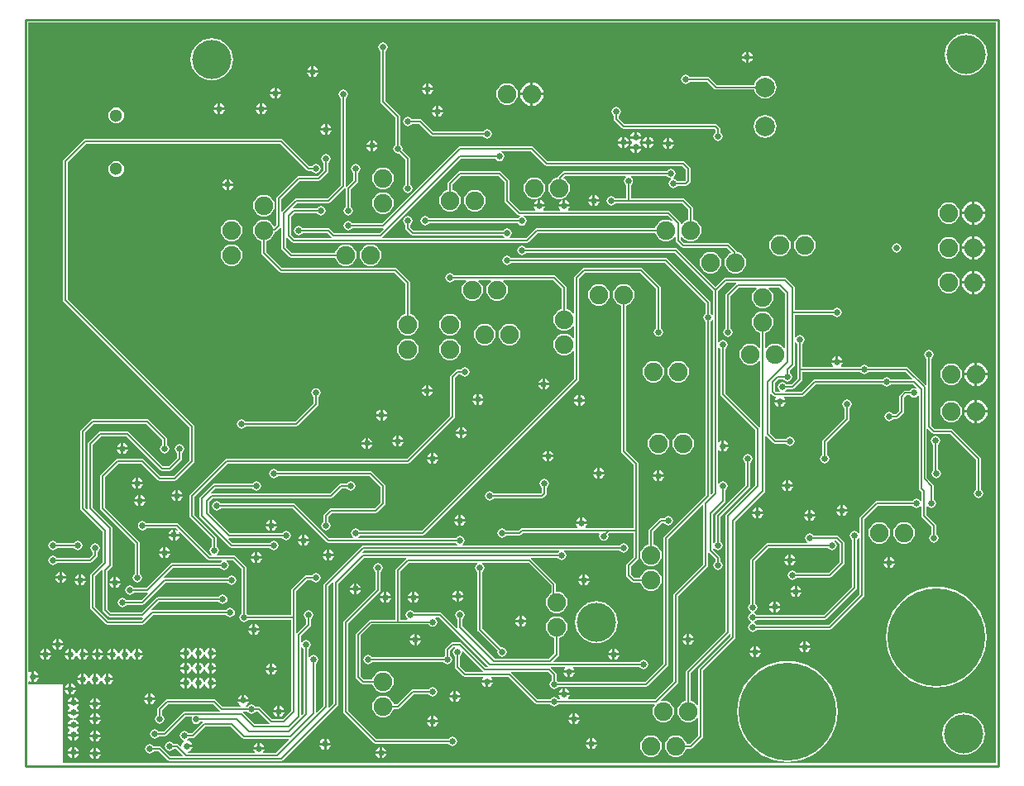
<source format=gbl>
G04*
G04 #@! TF.GenerationSoftware,Altium Limited,Altium Designer,20.1.14 (287)*
G04*
G04 Layer_Physical_Order=2*
G04 Layer_Color=16711680*
%FSLAX25Y25*%
%MOIN*%
G70*
G04*
G04 #@! TF.SameCoordinates,DFD3654D-5228-4AA8-B9DD-6FAD7AD09D05*
G04*
G04*
G04 #@! TF.FilePolarity,Positive*
G04*
G01*
G75*
%ADD13C,0.01000*%
%ADD16C,0.00600*%
%ADD133C,0.07500*%
%ADD134C,0.39370*%
%ADD135C,0.15748*%
%ADD136C,0.07874*%
%ADD137C,0.05118*%
%ADD138C,0.02500*%
G36*
X390879Y1122D02*
X15000D01*
X15000Y33000D01*
X1122Y33000D01*
Y33948D01*
X1622Y34215D01*
X2122Y33880D01*
X2500Y33805D01*
Y36000D01*
Y38195D01*
X2122Y38120D01*
X1622Y37785D01*
X1122Y38052D01*
Y299879D01*
X390879D01*
Y1122D01*
D02*
G37*
%LPC*%
G36*
X291314Y288119D02*
Y286424D01*
X293008D01*
X292933Y286802D01*
X292436Y287546D01*
X291691Y288043D01*
X291314Y288119D01*
D02*
G37*
G36*
X290314D02*
X289936Y288043D01*
X289191Y287546D01*
X288694Y286802D01*
X288619Y286424D01*
X290314D01*
Y288119D01*
D02*
G37*
G36*
X293008Y285424D02*
X291314D01*
Y283729D01*
X291691Y283804D01*
X292436Y284302D01*
X292933Y285046D01*
X293008Y285424D01*
D02*
G37*
G36*
X290314D02*
X288619D01*
X288694Y285046D01*
X289191Y284302D01*
X289936Y283804D01*
X290314Y283729D01*
Y285424D01*
D02*
G37*
G36*
X116172Y282299D02*
Y280604D01*
X117867D01*
X117791Y280982D01*
X117294Y281726D01*
X116550Y282223D01*
X116172Y282299D01*
D02*
G37*
G36*
X115172D02*
X114794Y282223D01*
X114050Y281726D01*
X113552Y280982D01*
X113477Y280604D01*
X115172D01*
Y282299D01*
D02*
G37*
G36*
X379000Y295515D02*
X377339Y295351D01*
X375741Y294867D01*
X374269Y294080D01*
X372979Y293021D01*
X371920Y291731D01*
X371133Y290259D01*
X370649Y288661D01*
X370485Y287000D01*
X370649Y285339D01*
X371133Y283741D01*
X371920Y282269D01*
X372979Y280979D01*
X374269Y279920D01*
X375741Y279133D01*
X377339Y278649D01*
X379000Y278485D01*
X380661Y278649D01*
X382259Y279133D01*
X383731Y279920D01*
X385021Y280979D01*
X386080Y282269D01*
X386867Y283741D01*
X387351Y285339D01*
X387515Y287000D01*
X387351Y288661D01*
X386867Y290259D01*
X386080Y291731D01*
X385021Y293021D01*
X383731Y294080D01*
X382259Y294867D01*
X380661Y295351D01*
X379000Y295515D01*
D02*
G37*
G36*
X117867Y279604D02*
X116172D01*
Y277909D01*
X116550Y277984D01*
X117294Y278482D01*
X117791Y279226D01*
X117867Y279604D01*
D02*
G37*
G36*
X115172D02*
X113477D01*
X113552Y279226D01*
X114050Y278482D01*
X114794Y277984D01*
X115172Y277909D01*
Y279604D01*
D02*
G37*
G36*
X75000Y293515D02*
X73339Y293351D01*
X71741Y292867D01*
X70269Y292080D01*
X68979Y291021D01*
X67920Y289731D01*
X67133Y288259D01*
X66649Y286661D01*
X66485Y285000D01*
X66649Y283339D01*
X67133Y281741D01*
X67920Y280269D01*
X68979Y278979D01*
X70269Y277920D01*
X71741Y277133D01*
X73339Y276649D01*
X75000Y276485D01*
X76661Y276649D01*
X78259Y277133D01*
X79731Y277920D01*
X81021Y278979D01*
X82080Y280269D01*
X82867Y281741D01*
X83351Y283339D01*
X83515Y285000D01*
X83351Y286661D01*
X82867Y288259D01*
X82080Y289731D01*
X81021Y291021D01*
X79731Y292080D01*
X78259Y292867D01*
X76661Y293351D01*
X75000Y293515D01*
D02*
G37*
G36*
X162500Y275195D02*
Y273500D01*
X164195D01*
X164120Y273878D01*
X163622Y274622D01*
X162878Y275119D01*
X162500Y275195D01*
D02*
G37*
G36*
X161500D02*
X161122Y275119D01*
X160378Y274622D01*
X159880Y273878D01*
X159805Y273500D01*
X161500D01*
Y275195D01*
D02*
G37*
G36*
X101195Y273519D02*
Y271824D01*
X102889D01*
X102814Y272202D01*
X102317Y272946D01*
X101573Y273444D01*
X101195Y273519D01*
D02*
G37*
G36*
X100195D02*
X99817Y273444D01*
X99072Y272946D01*
X98575Y272202D01*
X98500Y271824D01*
X100195D01*
Y273519D01*
D02*
G37*
G36*
X204500Y275725D02*
Y271500D01*
X208725D01*
X208628Y272240D01*
X208149Y273395D01*
X207388Y274388D01*
X206396Y275149D01*
X205240Y275628D01*
X204500Y275725D01*
D02*
G37*
G36*
X203500D02*
X202760Y275628D01*
X201605Y275149D01*
X200612Y274388D01*
X199851Y273395D01*
X199372Y272240D01*
X199275Y271500D01*
X203500D01*
Y275725D01*
D02*
G37*
G36*
X164195Y272500D02*
X162500D01*
Y270805D01*
X162878Y270881D01*
X163622Y271378D01*
X164120Y272122D01*
X164195Y272500D01*
D02*
G37*
G36*
X161500D02*
X159805D01*
X159880Y272122D01*
X160378Y271378D01*
X161122Y270881D01*
X161500Y270805D01*
Y272500D01*
D02*
G37*
G36*
X266000Y278886D02*
X265278Y278743D01*
X264666Y278334D01*
X264257Y277722D01*
X264114Y277000D01*
X264257Y276278D01*
X264666Y275666D01*
X265278Y275257D01*
X266000Y275114D01*
X266722Y275257D01*
X267334Y275666D01*
X267612Y276082D01*
X274620D01*
X277603Y273099D01*
X277901Y272900D01*
X278252Y272830D01*
X293545D01*
X293580Y272564D01*
X294037Y271460D01*
X294764Y270512D01*
X295712Y269785D01*
X296816Y269328D01*
X298000Y269172D01*
X299184Y269328D01*
X300288Y269785D01*
X301236Y270512D01*
X301963Y271460D01*
X302420Y272564D01*
X302576Y273748D01*
X302420Y274932D01*
X301963Y276036D01*
X301236Y276984D01*
X300288Y277711D01*
X299184Y278168D01*
X298000Y278324D01*
X296816Y278168D01*
X295712Y277711D01*
X294764Y276984D01*
X294037Y276036D01*
X293580Y274932D01*
X293545Y274666D01*
X278632D01*
X275649Y277649D01*
X275351Y277848D01*
X275000Y277918D01*
X267612D01*
X267334Y278334D01*
X266722Y278743D01*
X266000Y278886D01*
D02*
G37*
G36*
X102889Y270824D02*
X101195D01*
Y269129D01*
X101573Y269205D01*
X102317Y269702D01*
X102814Y270446D01*
X102889Y270824D01*
D02*
G37*
G36*
X100195D02*
X98500D01*
X98575Y270446D01*
X99072Y269702D01*
X99817Y269205D01*
X100195Y269129D01*
Y270824D01*
D02*
G37*
G36*
X194000Y275388D02*
X192864Y275238D01*
X191806Y274800D01*
X190898Y274102D01*
X190200Y273194D01*
X189762Y272136D01*
X189612Y271000D01*
X189762Y269864D01*
X190200Y268806D01*
X190898Y267898D01*
X191806Y267200D01*
X192864Y266762D01*
X194000Y266613D01*
X195136Y266762D01*
X196194Y267200D01*
X197102Y267898D01*
X197800Y268806D01*
X198238Y269864D01*
X198388Y271000D01*
X198238Y272136D01*
X197800Y273194D01*
X197102Y274102D01*
X196194Y274800D01*
X195136Y275238D01*
X194000Y275388D01*
D02*
G37*
G36*
X208725Y270500D02*
X204500D01*
Y266275D01*
X205240Y266372D01*
X206396Y266851D01*
X207388Y267612D01*
X208149Y268604D01*
X208628Y269760D01*
X208725Y270500D01*
D02*
G37*
G36*
X203500D02*
X199275D01*
X199372Y269760D01*
X199851Y268604D01*
X200612Y267612D01*
X201605Y266851D01*
X202760Y266372D01*
X203500Y266275D01*
Y270500D01*
D02*
G37*
G36*
X95500Y267195D02*
Y265500D01*
X97195D01*
X97119Y265878D01*
X96622Y266622D01*
X95878Y267120D01*
X95500Y267195D01*
D02*
G37*
G36*
X94500D02*
X94122Y267120D01*
X93378Y266622D01*
X92881Y265878D01*
X92805Y265500D01*
X94500D01*
Y267195D01*
D02*
G37*
G36*
X78500D02*
Y265500D01*
X80195D01*
X80119Y265878D01*
X79622Y266622D01*
X78878Y267120D01*
X78500Y267195D01*
D02*
G37*
G36*
X77500D02*
X77122Y267120D01*
X76378Y266622D01*
X75881Y265878D01*
X75805Y265500D01*
X77500D01*
Y267195D01*
D02*
G37*
G36*
X166500Y266195D02*
Y264500D01*
X168195D01*
X168120Y264878D01*
X167622Y265622D01*
X166878Y266120D01*
X166500Y266195D01*
D02*
G37*
G36*
X165500D02*
X165122Y266120D01*
X164378Y265622D01*
X163881Y264878D01*
X163805Y264500D01*
X165500D01*
Y266195D01*
D02*
G37*
G36*
X97195Y264500D02*
X95500D01*
Y262805D01*
X95878Y262880D01*
X96622Y263378D01*
X97119Y264122D01*
X97195Y264500D01*
D02*
G37*
G36*
X94500D02*
X92805D01*
X92881Y264122D01*
X93378Y263378D01*
X94122Y262880D01*
X94500Y262805D01*
Y264500D01*
D02*
G37*
G36*
X80195D02*
X78500D01*
Y262805D01*
X78878Y262880D01*
X79622Y263378D01*
X80119Y264122D01*
X80195Y264500D01*
D02*
G37*
G36*
X77500D02*
X75805D01*
X75881Y264122D01*
X76378Y263378D01*
X77122Y262880D01*
X77500Y262805D01*
Y264500D01*
D02*
G37*
G36*
X168195Y263500D02*
X166500D01*
Y261805D01*
X166878Y261880D01*
X167622Y262378D01*
X168120Y263122D01*
X168195Y263500D01*
D02*
G37*
G36*
X165500D02*
X163805D01*
X163881Y263122D01*
X164378Y262378D01*
X165122Y261880D01*
X165500Y261805D01*
Y263500D01*
D02*
G37*
G36*
X36441Y265631D02*
X35616Y265523D01*
X34848Y265204D01*
X34188Y264698D01*
X33681Y264038D01*
X33363Y263270D01*
X33255Y262445D01*
X33363Y261620D01*
X33681Y260852D01*
X34188Y260192D01*
X34848Y259685D01*
X35616Y259367D01*
X36441Y259259D01*
X37266Y259367D01*
X38034Y259685D01*
X38694Y260192D01*
X39200Y260852D01*
X39519Y261620D01*
X39627Y262445D01*
X39519Y263270D01*
X39200Y264038D01*
X38694Y264698D01*
X38034Y265204D01*
X37266Y265523D01*
X36441Y265631D01*
D02*
G37*
G36*
X121528Y258915D02*
Y257221D01*
X123222D01*
X123147Y257598D01*
X122650Y258343D01*
X121906Y258840D01*
X121528Y258915D01*
D02*
G37*
G36*
X120528D02*
X120150Y258840D01*
X119405Y258343D01*
X118908Y257598D01*
X118833Y257221D01*
X120528D01*
Y258915D01*
D02*
G37*
G36*
X123222Y256221D02*
X121528D01*
Y254526D01*
X121906Y254601D01*
X122650Y255098D01*
X123147Y255842D01*
X123222Y256221D01*
D02*
G37*
G36*
X120528D02*
X118833D01*
X118908Y255842D01*
X119405Y255098D01*
X120150Y254601D01*
X120528Y254526D01*
Y256221D01*
D02*
G37*
G36*
X246389Y255699D02*
Y254004D01*
X248084D01*
X248009Y254382D01*
X247512Y255126D01*
X246767Y255623D01*
X246389Y255699D01*
D02*
G37*
G36*
X245389D02*
X245011Y255623D01*
X244267Y255126D01*
X243770Y254382D01*
X243695Y254004D01*
X245389D01*
Y255699D01*
D02*
G37*
G36*
X298000Y262576D02*
X296816Y262420D01*
X295712Y261963D01*
X294764Y261236D01*
X294037Y260288D01*
X293580Y259184D01*
X293424Y258000D01*
X293580Y256816D01*
X294037Y255712D01*
X294764Y254764D01*
X295712Y254037D01*
X296816Y253580D01*
X298000Y253424D01*
X299184Y253580D01*
X300288Y254037D01*
X301236Y254764D01*
X301963Y255712D01*
X302420Y256816D01*
X302576Y258000D01*
X302420Y259184D01*
X301963Y260288D01*
X301236Y261236D01*
X300288Y261963D01*
X299184Y262420D01*
X298000Y262576D01*
D02*
G37*
G36*
X154000Y261886D02*
X153278Y261743D01*
X152666Y261334D01*
X152257Y260722D01*
X152114Y260000D01*
X152257Y259278D01*
X152666Y258666D01*
X153278Y258257D01*
X154000Y258114D01*
X154722Y258257D01*
X155334Y258666D01*
X155612Y259082D01*
X158620D01*
X163351Y254351D01*
X163649Y254152D01*
X164000Y254082D01*
X184388D01*
X184666Y253666D01*
X185278Y253257D01*
X186000Y253114D01*
X186722Y253257D01*
X187334Y253666D01*
X187743Y254278D01*
X187886Y255000D01*
X187743Y255722D01*
X187334Y256334D01*
X186722Y256743D01*
X186000Y256886D01*
X185278Y256743D01*
X184666Y256334D01*
X184388Y255918D01*
X164380D01*
X159649Y260649D01*
X159351Y260848D01*
X159000Y260918D01*
X155612D01*
X155334Y261334D01*
X154722Y261743D01*
X154000Y261886D01*
D02*
G37*
G36*
X238000Y265886D02*
X237278Y265743D01*
X236666Y265334D01*
X236257Y264722D01*
X236114Y264000D01*
X236257Y263278D01*
X236666Y262666D01*
X237082Y262388D01*
Y261000D01*
X237152Y260649D01*
X237351Y260351D01*
X240351Y257351D01*
X240649Y257152D01*
X241000Y257082D01*
X277620D01*
X278082Y256620D01*
Y255612D01*
X277666Y255334D01*
X277257Y254722D01*
X277114Y254000D01*
X277257Y253278D01*
X277666Y252666D01*
X278278Y252257D01*
X279000Y252114D01*
X279722Y252257D01*
X280334Y252666D01*
X280743Y253278D01*
X280886Y254000D01*
X280743Y254722D01*
X280334Y255334D01*
X279918Y255612D01*
Y257000D01*
X279848Y257351D01*
X279649Y257649D01*
X278649Y258649D01*
X278351Y258848D01*
X278000Y258918D01*
X241380D01*
X238918Y261380D01*
Y262388D01*
X239334Y262666D01*
X239743Y263278D01*
X239886Y264000D01*
X239743Y264722D01*
X239334Y265334D01*
X238722Y265743D01*
X238000Y265886D01*
D02*
G37*
G36*
X251409Y253698D02*
Y252004D01*
X253103D01*
X253028Y252381D01*
X252531Y253126D01*
X251787Y253623D01*
X251409Y253698D01*
D02*
G37*
G36*
X250409D02*
X250031Y253623D01*
X249287Y253126D01*
X248789Y252381D01*
X248714Y252004D01*
X250409D01*
Y253698D01*
D02*
G37*
G36*
X241370D02*
Y252004D01*
X243064D01*
X242989Y252381D01*
X242492Y253126D01*
X241747Y253623D01*
X241370Y253698D01*
D02*
G37*
G36*
X240370D02*
X239991Y253623D01*
X239247Y253126D01*
X238750Y252381D01*
X238675Y252004D01*
X240370D01*
Y253698D01*
D02*
G37*
G36*
X259500Y253195D02*
Y251500D01*
X261195D01*
X261120Y251878D01*
X260622Y252622D01*
X259878Y253119D01*
X259500Y253195D01*
D02*
G37*
G36*
X258500D02*
X258122Y253119D01*
X257378Y252622D01*
X256880Y251878D01*
X256805Y251500D01*
X258500D01*
Y253195D01*
D02*
G37*
G36*
X140101Y252344D02*
Y250649D01*
X141796D01*
X141721Y251027D01*
X141224Y251771D01*
X140479Y252269D01*
X140101Y252344D01*
D02*
G37*
G36*
X139101D02*
X138723Y252269D01*
X137979Y251771D01*
X137482Y251027D01*
X137407Y250649D01*
X139101D01*
Y252344D01*
D02*
G37*
G36*
X248084Y253004D02*
X243695D01*
X243770Y252626D01*
X244267Y251882D01*
X244459Y251754D01*
Y251254D01*
X244267Y251126D01*
X243770Y250382D01*
X243695Y250004D01*
X248084D01*
X248009Y250382D01*
X247512Y251126D01*
X247320Y251254D01*
Y251754D01*
X247512Y251882D01*
X248009Y252626D01*
X248084Y253004D01*
D02*
G37*
G36*
X253103Y251004D02*
X251409D01*
Y249309D01*
X251787Y249384D01*
X252531Y249882D01*
X253028Y250626D01*
X253103Y251004D01*
D02*
G37*
G36*
X250409D02*
X248714D01*
X248789Y250626D01*
X249287Y249882D01*
X250031Y249384D01*
X250409Y249309D01*
Y251004D01*
D02*
G37*
G36*
X243064D02*
X241370D01*
Y249309D01*
X241747Y249384D01*
X242492Y249882D01*
X242989Y250626D01*
X243064Y251004D01*
D02*
G37*
G36*
X240370D02*
X238675D01*
X238750Y250626D01*
X239247Y249882D01*
X239991Y249384D01*
X240370Y249309D01*
Y251004D01*
D02*
G37*
G36*
X261195Y250500D02*
X259500D01*
Y248805D01*
X259878Y248881D01*
X260622Y249378D01*
X261120Y250122D01*
X261195Y250500D01*
D02*
G37*
G36*
X258500D02*
X256805D01*
X256880Y250122D01*
X257378Y249378D01*
X258122Y248881D01*
X258500Y248805D01*
Y250500D01*
D02*
G37*
G36*
X141796Y249649D02*
X140101D01*
Y247955D01*
X140479Y248030D01*
X141224Y248527D01*
X141721Y249271D01*
X141796Y249649D01*
D02*
G37*
G36*
X139101D02*
X137407D01*
X137482Y249271D01*
X137979Y248527D01*
X138723Y248030D01*
X139101Y247955D01*
Y249649D01*
D02*
G37*
G36*
X248084Y249004D02*
X246389D01*
Y247309D01*
X246767Y247385D01*
X247512Y247882D01*
X248009Y248626D01*
X248084Y249004D01*
D02*
G37*
G36*
X245389D02*
X243695D01*
X243770Y248626D01*
X244267Y247882D01*
X245011Y247385D01*
X245389Y247309D01*
Y249004D01*
D02*
G37*
G36*
X103000Y252918D02*
X24000D01*
X23649Y252848D01*
X23351Y252649D01*
X15351Y244649D01*
X15152Y244351D01*
X15082Y244000D01*
Y188000D01*
X15152Y187649D01*
X15351Y187351D01*
X66082Y136620D01*
Y123380D01*
X59620Y116918D01*
X54380D01*
X47649Y123649D01*
X47351Y123848D01*
X47000Y123918D01*
X37000D01*
X36649Y123848D01*
X36351Y123649D01*
X30351Y117649D01*
X30152Y117351D01*
X30082Y117000D01*
Y104000D01*
X30152Y103649D01*
X30351Y103351D01*
X44082Y89620D01*
Y77612D01*
X43666Y77334D01*
X43257Y76722D01*
X43114Y76000D01*
X43257Y75278D01*
X43666Y74666D01*
X44278Y74257D01*
X45000Y74114D01*
X45722Y74257D01*
X46334Y74666D01*
X46743Y75278D01*
X46886Y76000D01*
X46743Y76722D01*
X46334Y77334D01*
X45918Y77612D01*
Y90000D01*
X45848Y90351D01*
X45649Y90649D01*
X31918Y104380D01*
Y116620D01*
X37380Y122082D01*
X46620D01*
X53351Y115351D01*
X53649Y115152D01*
X54000Y115082D01*
X60000D01*
X60351Y115152D01*
X60649Y115351D01*
X67649Y122351D01*
X67848Y122649D01*
X67918Y123000D01*
Y137000D01*
X67848Y137351D01*
X67649Y137649D01*
X16918Y188380D01*
Y243620D01*
X24380Y251082D01*
X102620D01*
X113351Y240351D01*
X113649Y240152D01*
X114000Y240082D01*
X115388D01*
X115666Y239666D01*
X116278Y239257D01*
X117000Y239114D01*
X117722Y239257D01*
X118334Y239666D01*
X118743Y240278D01*
X118886Y241000D01*
X118743Y241722D01*
X118334Y242334D01*
X117722Y242743D01*
X117000Y242886D01*
X116278Y242743D01*
X115666Y242334D01*
X115388Y241918D01*
X114380D01*
X103649Y252649D01*
X103351Y252848D01*
X103000Y252918D01*
D02*
G37*
G36*
X36441Y243978D02*
X35616Y243869D01*
X34848Y243551D01*
X34188Y243044D01*
X33681Y242385D01*
X33363Y241616D01*
X33255Y240791D01*
X33363Y239967D01*
X33681Y239198D01*
X34188Y238538D01*
X34848Y238032D01*
X35616Y237714D01*
X36441Y237605D01*
X37266Y237714D01*
X38034Y238032D01*
X38694Y238538D01*
X39200Y239198D01*
X39519Y239967D01*
X39627Y240791D01*
X39519Y241616D01*
X39200Y242385D01*
X38694Y243044D01*
X38034Y243551D01*
X37266Y243869D01*
X36441Y243978D01*
D02*
G37*
G36*
X81913Y236678D02*
Y234983D01*
X83608D01*
X83533Y235361D01*
X83035Y236105D01*
X82291Y236603D01*
X81913Y236678D01*
D02*
G37*
G36*
X80913D02*
X80536Y236603D01*
X79791Y236105D01*
X79294Y235361D01*
X79219Y234983D01*
X80913D01*
Y236678D01*
D02*
G37*
G36*
X144000Y241388D02*
X142864Y241238D01*
X141806Y240800D01*
X140898Y240103D01*
X140200Y239194D01*
X139762Y238136D01*
X139612Y237000D01*
X139762Y235864D01*
X140200Y234806D01*
X140898Y233897D01*
X141806Y233200D01*
X142864Y232762D01*
X144000Y232612D01*
X145136Y232762D01*
X146194Y233200D01*
X147102Y233897D01*
X147800Y234806D01*
X148238Y235864D01*
X148388Y237000D01*
X148238Y238136D01*
X147800Y239194D01*
X147102Y240103D01*
X146194Y240800D01*
X145136Y241238D01*
X144000Y241388D01*
D02*
G37*
G36*
X83608Y233983D02*
X81913D01*
Y232289D01*
X82291Y232364D01*
X83035Y232861D01*
X83533Y233605D01*
X83608Y233983D01*
D02*
G37*
G36*
X80913D02*
X79219D01*
X79294Y233605D01*
X79791Y232861D01*
X80536Y232364D01*
X80913Y232289D01*
Y233983D01*
D02*
G37*
G36*
X144000Y291886D02*
X143278Y291743D01*
X142666Y291334D01*
X142257Y290722D01*
X142114Y290000D01*
X142257Y289278D01*
X142666Y288666D01*
X143082Y288388D01*
Y268000D01*
X143152Y267649D01*
X143351Y267351D01*
X149082Y261620D01*
Y250612D01*
X148666Y250334D01*
X148257Y249722D01*
X148114Y249000D01*
X148257Y248278D01*
X148666Y247666D01*
X149278Y247257D01*
X150000Y247114D01*
X150491Y247211D01*
X153082Y244620D01*
Y234612D01*
X152666Y234334D01*
X152257Y233722D01*
X152114Y233000D01*
X152257Y232278D01*
X152666Y231666D01*
X153278Y231257D01*
X154000Y231114D01*
X154722Y231257D01*
X155334Y231666D01*
X155743Y232278D01*
X155886Y233000D01*
X155743Y233722D01*
X155334Y234334D01*
X154918Y234612D01*
Y245000D01*
X154848Y245351D01*
X154649Y245649D01*
X151789Y248509D01*
X151886Y249000D01*
X151743Y249722D01*
X151334Y250334D01*
X150918Y250612D01*
Y262000D01*
X150848Y262351D01*
X150649Y262649D01*
X144918Y268380D01*
Y288388D01*
X145334Y288666D01*
X145743Y289278D01*
X145886Y290000D01*
X145743Y290722D01*
X145334Y291334D01*
X144722Y291743D01*
X144000Y291886D01*
D02*
G37*
G36*
X128000Y272886D02*
X127278Y272743D01*
X126666Y272334D01*
X126257Y271722D01*
X126114Y271000D01*
X126257Y270278D01*
X126666Y269666D01*
X127082Y269388D01*
Y234380D01*
X121620Y228918D01*
X109000D01*
X108649Y228848D01*
X108351Y228649D01*
X103418Y223715D01*
X103149Y223766D01*
X102918Y223900D01*
Y228620D01*
X110380Y236082D01*
X118000D01*
X118351Y236152D01*
X118649Y236351D01*
X121649Y239351D01*
X121848Y239649D01*
X121918Y240000D01*
Y243388D01*
X122334Y243666D01*
X122743Y244278D01*
X122886Y245000D01*
X122743Y245722D01*
X122334Y246334D01*
X121722Y246743D01*
X121000Y246886D01*
X120278Y246743D01*
X119666Y246334D01*
X119257Y245722D01*
X119114Y245000D01*
X119257Y244278D01*
X119666Y243666D01*
X120082Y243388D01*
Y240380D01*
X117620Y237918D01*
X110000D01*
X109649Y237848D01*
X109351Y237649D01*
X101351Y229649D01*
X101152Y229351D01*
X101082Y229000D01*
Y218380D01*
X100439Y217737D01*
X99949Y217834D01*
X99800Y218194D01*
X99102Y219103D01*
X98194Y219800D01*
X97136Y220238D01*
X96000Y220388D01*
X94864Y220238D01*
X93806Y219800D01*
X92897Y219103D01*
X92200Y218194D01*
X91762Y217136D01*
X91612Y216000D01*
X91762Y214864D01*
X92200Y213806D01*
X92897Y212897D01*
X93806Y212200D01*
X94864Y211762D01*
X95082Y211733D01*
Y207000D01*
X95152Y206649D01*
X95351Y206351D01*
X102351Y199351D01*
X102649Y199152D01*
X103000Y199082D01*
X148620D01*
X153082Y194620D01*
Y182267D01*
X152864Y182238D01*
X151806Y181800D01*
X150898Y181103D01*
X150200Y180194D01*
X149762Y179136D01*
X149612Y178000D01*
X149762Y176864D01*
X150200Y175806D01*
X150898Y174898D01*
X151806Y174200D01*
X152864Y173762D01*
X154000Y173612D01*
X155136Y173762D01*
X156194Y174200D01*
X157103Y174898D01*
X157800Y175806D01*
X158238Y176864D01*
X158387Y178000D01*
X158238Y179136D01*
X157800Y180194D01*
X157103Y181103D01*
X156194Y181800D01*
X155136Y182238D01*
X154918Y182267D01*
Y195000D01*
X154848Y195351D01*
X154649Y195649D01*
X149649Y200649D01*
X149351Y200848D01*
X149000Y200918D01*
X103380D01*
X96918Y207380D01*
Y211733D01*
X97136Y211762D01*
X98194Y212200D01*
X99102Y212897D01*
X99800Y213806D01*
X100238Y214864D01*
X100306Y215382D01*
X100650Y215451D01*
X100947Y215650D01*
X102582Y217285D01*
X102851Y217234D01*
X103082Y217100D01*
Y209000D01*
X103152Y208649D01*
X103351Y208351D01*
X106351Y205351D01*
X106649Y205152D01*
X107000Y205082D01*
X124733D01*
X124762Y204864D01*
X125200Y203806D01*
X125898Y202898D01*
X126806Y202200D01*
X127864Y201762D01*
X129000Y201612D01*
X130136Y201762D01*
X131194Y202200D01*
X132103Y202898D01*
X132800Y203806D01*
X133238Y204864D01*
X133387Y206000D01*
X133238Y207136D01*
X132800Y208194D01*
X132103Y209103D01*
X131194Y209800D01*
X130136Y210238D01*
X129000Y210387D01*
X127864Y210238D01*
X126806Y209800D01*
X125898Y209103D01*
X125200Y208194D01*
X124762Y207136D01*
X124733Y206918D01*
X107380D01*
X104918Y209380D01*
Y213100D01*
X105149Y213234D01*
X105418Y213285D01*
X107351Y211351D01*
X107649Y211152D01*
X108000Y211082D01*
X202000D01*
X202351Y211152D01*
X202649Y211351D01*
X206380Y215082D01*
X253733D01*
X253762Y214864D01*
X254200Y213806D01*
X254897Y212897D01*
X255806Y212200D01*
X256864Y211762D01*
X258000Y211613D01*
X259136Y211762D01*
X260194Y212200D01*
X261103Y212897D01*
X261582Y213523D01*
X262082Y213353D01*
Y212000D01*
X262152Y211649D01*
X262351Y211351D01*
X264351Y209351D01*
X264649Y209152D01*
X265000Y209082D01*
X282620D01*
X284263Y207439D01*
X284166Y206949D01*
X283806Y206800D01*
X282897Y206102D01*
X282200Y205194D01*
X281762Y204136D01*
X281612Y203000D01*
X281762Y201864D01*
X282200Y200806D01*
X282897Y199898D01*
X283806Y199200D01*
X284864Y198762D01*
X286000Y198612D01*
X287136Y198762D01*
X288194Y199200D01*
X289103Y199898D01*
X289800Y200806D01*
X290238Y201864D01*
X290388Y203000D01*
X290238Y204136D01*
X289800Y205194D01*
X289103Y206102D01*
X288194Y206800D01*
X287136Y207238D01*
X286618Y207306D01*
X286549Y207650D01*
X286350Y207947D01*
X283649Y210649D01*
X283351Y210848D01*
X283000Y210918D01*
X265380D01*
X263918Y212380D01*
Y213353D01*
X264418Y213523D01*
X264897Y212897D01*
X265806Y212200D01*
X266864Y211762D01*
X268000Y211613D01*
X269136Y211762D01*
X270194Y212200D01*
X271102Y212897D01*
X271800Y213806D01*
X272238Y214864D01*
X272388Y216000D01*
X272238Y217136D01*
X271800Y218194D01*
X271102Y219103D01*
X270194Y219800D01*
X269136Y220238D01*
X268918Y220267D01*
Y225000D01*
X268848Y225351D01*
X268649Y225649D01*
X265649Y228649D01*
X265351Y228848D01*
X265000Y228918D01*
X243855D01*
Y234388D01*
X244271Y234666D01*
X244680Y235278D01*
X244823Y236000D01*
X244680Y236722D01*
X244271Y237334D01*
X243899Y237582D01*
X244050Y238082D01*
X258388D01*
X258666Y237666D01*
X259278Y237257D01*
X259949Y237124D01*
X260029Y236971D01*
X260101Y236624D01*
X259666Y236334D01*
X259257Y235722D01*
X259114Y235000D01*
X259257Y234278D01*
X259666Y233666D01*
X260278Y233257D01*
X261000Y233114D01*
X261722Y233257D01*
X262334Y233666D01*
X262612Y234082D01*
X266000D01*
X266351Y234152D01*
X266649Y234351D01*
X267649Y235351D01*
X267848Y235649D01*
X267918Y236000D01*
Y241000D01*
X267848Y241351D01*
X267649Y241649D01*
X265649Y243649D01*
X265351Y243848D01*
X265000Y243918D01*
X210380D01*
X204649Y249649D01*
X204351Y249848D01*
X204000Y249918D01*
X175000D01*
X174649Y249848D01*
X174351Y249649D01*
X143620Y218918D01*
X131612D01*
X131334Y219334D01*
X130722Y219743D01*
X130000Y219886D01*
X129278Y219743D01*
X128666Y219334D01*
X128257Y218722D01*
X128114Y218000D01*
X128257Y217278D01*
X128666Y216666D01*
X129278Y216257D01*
X130000Y216114D01*
X130722Y216257D01*
X131334Y216666D01*
X131612Y217082D01*
X144000D01*
X144097Y217102D01*
X144343Y216641D01*
X142620Y214918D01*
X124380D01*
X122649Y216649D01*
X122351Y216848D01*
X122000Y216918D01*
X111612D01*
X111334Y217334D01*
X110722Y217743D01*
X110000Y217886D01*
X109278Y217743D01*
X108666Y217334D01*
X108257Y216722D01*
X108114Y216000D01*
X108257Y215278D01*
X108666Y214666D01*
X109278Y214257D01*
X110000Y214114D01*
X110722Y214257D01*
X111334Y214666D01*
X111612Y215082D01*
X121620D01*
X123285Y213418D01*
X123234Y213149D01*
X123100Y212918D01*
X108380D01*
X106918Y214380D01*
Y221620D01*
X108380Y223082D01*
X117388D01*
X117666Y222666D01*
X118278Y222257D01*
X119000Y222114D01*
X119722Y222257D01*
X120334Y222666D01*
X120743Y223278D01*
X120886Y224000D01*
X120743Y224722D01*
X120334Y225334D01*
X119722Y225743D01*
X119000Y225886D01*
X118278Y225743D01*
X117666Y225334D01*
X117388Y224918D01*
X108000D01*
X107903Y224898D01*
X107657Y225359D01*
X109380Y227082D01*
X122000D01*
X122351Y227152D01*
X122649Y227351D01*
X128649Y233351D01*
X129111Y233142D01*
X129082Y233000D01*
Y225612D01*
X128666Y225334D01*
X128257Y224722D01*
X128114Y224000D01*
X128257Y223278D01*
X128666Y222666D01*
X129278Y222257D01*
X130000Y222114D01*
X130722Y222257D01*
X131334Y222666D01*
X131743Y223278D01*
X131886Y224000D01*
X131743Y224722D01*
X131334Y225334D01*
X130918Y225612D01*
Y232620D01*
X133649Y235351D01*
X133848Y235649D01*
X133918Y236000D01*
Y239388D01*
X134334Y239666D01*
X134743Y240278D01*
X134886Y241000D01*
X134743Y241722D01*
X134334Y242334D01*
X133722Y242743D01*
X133000Y242886D01*
X132278Y242743D01*
X131666Y242334D01*
X131257Y241722D01*
X131114Y241000D01*
X131257Y240278D01*
X131666Y239666D01*
X132082Y239388D01*
Y236380D01*
X129351Y233649D01*
X128889Y233858D01*
X128918Y234000D01*
Y269388D01*
X129334Y269666D01*
X129743Y270278D01*
X129886Y271000D01*
X129743Y271722D01*
X129334Y272334D01*
X128722Y272743D01*
X128000Y272886D01*
D02*
G37*
G36*
X382500Y227725D02*
Y223500D01*
X386725D01*
X386628Y224240D01*
X386149Y225395D01*
X385388Y226388D01*
X384396Y227149D01*
X383240Y227628D01*
X382500Y227725D01*
D02*
G37*
G36*
X381500D02*
X380760Y227628D01*
X379605Y227149D01*
X378612Y226388D01*
X377851Y225395D01*
X377372Y224240D01*
X377275Y223500D01*
X381500D01*
Y227725D01*
D02*
G37*
G36*
X144000Y231387D02*
X142864Y231238D01*
X141806Y230800D01*
X140898Y230102D01*
X140200Y229194D01*
X139762Y228136D01*
X139612Y227000D01*
X139762Y225864D01*
X140200Y224806D01*
X140898Y223898D01*
X141806Y223200D01*
X142864Y222762D01*
X144000Y222613D01*
X145136Y222762D01*
X146194Y223200D01*
X147102Y223898D01*
X147800Y224806D01*
X148238Y225864D01*
X148388Y227000D01*
X148238Y228136D01*
X147800Y229194D01*
X147102Y230102D01*
X146194Y230800D01*
X145136Y231238D01*
X144000Y231387D01*
D02*
G37*
G36*
X96000Y230387D02*
X94864Y230238D01*
X93806Y229800D01*
X92897Y229102D01*
X92200Y228194D01*
X91762Y227136D01*
X91612Y226000D01*
X91762Y224864D01*
X92200Y223806D01*
X92897Y222898D01*
X93806Y222200D01*
X94864Y221762D01*
X96000Y221613D01*
X97136Y221762D01*
X98194Y222200D01*
X99102Y222898D01*
X99800Y223806D01*
X100238Y224864D01*
X100388Y226000D01*
X100238Y227136D01*
X99800Y228194D01*
X99102Y229102D01*
X98194Y229800D01*
X97136Y230238D01*
X96000Y230387D01*
D02*
G37*
G36*
X372000Y227387D02*
X370864Y227238D01*
X369806Y226800D01*
X368898Y226102D01*
X368200Y225194D01*
X367762Y224136D01*
X367613Y223000D01*
X367762Y221864D01*
X368200Y220806D01*
X368898Y219898D01*
X369806Y219200D01*
X370864Y218762D01*
X372000Y218613D01*
X373136Y218762D01*
X374194Y219200D01*
X375102Y219898D01*
X375800Y220806D01*
X376238Y221864D01*
X376388Y223000D01*
X376238Y224136D01*
X375800Y225194D01*
X375102Y226102D01*
X374194Y226800D01*
X373136Y227238D01*
X372000Y227387D01*
D02*
G37*
G36*
X386725Y222500D02*
X382500D01*
Y218275D01*
X383240Y218372D01*
X384396Y218851D01*
X385388Y219612D01*
X386149Y220604D01*
X386628Y221760D01*
X386725Y222500D01*
D02*
G37*
G36*
X381500D02*
X377275D01*
X377372Y221760D01*
X377851Y220604D01*
X378612Y219612D01*
X379605Y218851D01*
X380760Y218372D01*
X381500Y218275D01*
Y222500D01*
D02*
G37*
G36*
X83000Y220388D02*
X81864Y220238D01*
X80806Y219800D01*
X79897Y219103D01*
X79200Y218194D01*
X78762Y217136D01*
X78613Y216000D01*
X78762Y214864D01*
X79200Y213806D01*
X79897Y212897D01*
X80806Y212200D01*
X81864Y211762D01*
X83000Y211613D01*
X84136Y211762D01*
X85194Y212200D01*
X86102Y212897D01*
X86800Y213806D01*
X87238Y214864D01*
X87388Y216000D01*
X87238Y217136D01*
X86800Y218194D01*
X86102Y219103D01*
X85194Y219800D01*
X84136Y220238D01*
X83000Y220388D01*
D02*
G37*
G36*
X382500Y213725D02*
Y209500D01*
X386725D01*
X386628Y210240D01*
X386149Y211396D01*
X385388Y212388D01*
X384396Y213149D01*
X383240Y213628D01*
X382500Y213725D01*
D02*
G37*
G36*
X381500D02*
X380760Y213628D01*
X379605Y213149D01*
X378612Y212388D01*
X377851Y211396D01*
X377372Y210240D01*
X377275Y209500D01*
X381500D01*
Y213725D01*
D02*
G37*
G36*
X351000Y210886D02*
X350278Y210743D01*
X349666Y210334D01*
X349257Y209722D01*
X349114Y209000D01*
X349257Y208278D01*
X349666Y207666D01*
X350278Y207257D01*
X351000Y207114D01*
X351722Y207257D01*
X352334Y207666D01*
X352743Y208278D01*
X352886Y209000D01*
X352743Y209722D01*
X352334Y210334D01*
X351722Y210743D01*
X351000Y210886D01*
D02*
G37*
G36*
X314000Y214387D02*
X312864Y214238D01*
X311806Y213800D01*
X310897Y213103D01*
X310200Y212194D01*
X309762Y211136D01*
X309612Y210000D01*
X309762Y208864D01*
X310200Y207806D01*
X310897Y206897D01*
X311806Y206200D01*
X312864Y205762D01*
X314000Y205612D01*
X315136Y205762D01*
X316194Y206200D01*
X317103Y206897D01*
X317800Y207806D01*
X318238Y208864D01*
X318388Y210000D01*
X318238Y211136D01*
X317800Y212194D01*
X317103Y213103D01*
X316194Y213800D01*
X315136Y214238D01*
X314000Y214387D01*
D02*
G37*
G36*
X304000D02*
X302864Y214238D01*
X301806Y213800D01*
X300898Y213103D01*
X300200Y212194D01*
X299762Y211136D01*
X299612Y210000D01*
X299762Y208864D01*
X300200Y207806D01*
X300898Y206897D01*
X301806Y206200D01*
X302864Y205762D01*
X304000Y205612D01*
X305136Y205762D01*
X306194Y206200D01*
X307102Y206897D01*
X307800Y207806D01*
X308238Y208864D01*
X308387Y210000D01*
X308238Y211136D01*
X307800Y212194D01*
X307102Y213103D01*
X306194Y213800D01*
X305136Y214238D01*
X304000Y214387D01*
D02*
G37*
G36*
X372000Y213387D02*
X370864Y213238D01*
X369806Y212800D01*
X368898Y212103D01*
X368200Y211194D01*
X367762Y210136D01*
X367613Y209000D01*
X367762Y207864D01*
X368200Y206806D01*
X368898Y205897D01*
X369806Y205200D01*
X370864Y204762D01*
X372000Y204612D01*
X373136Y204762D01*
X374194Y205200D01*
X375102Y205897D01*
X375800Y206806D01*
X376238Y207864D01*
X376388Y209000D01*
X376238Y210136D01*
X375800Y211194D01*
X375102Y212103D01*
X374194Y212800D01*
X373136Y213238D01*
X372000Y213387D01*
D02*
G37*
G36*
X386725Y208500D02*
X382500D01*
Y204275D01*
X383240Y204372D01*
X384396Y204851D01*
X385388Y205612D01*
X386149Y206605D01*
X386628Y207760D01*
X386725Y208500D01*
D02*
G37*
G36*
X381500D02*
X377275D01*
X377372Y207760D01*
X377851Y206605D01*
X378612Y205612D01*
X379605Y204851D01*
X380760Y204372D01*
X381500Y204275D01*
Y208500D01*
D02*
G37*
G36*
X139000Y210387D02*
X137864Y210238D01*
X136806Y209800D01*
X135898Y209103D01*
X135200Y208194D01*
X134762Y207136D01*
X134613Y206000D01*
X134762Y204864D01*
X135200Y203806D01*
X135898Y202898D01*
X136806Y202200D01*
X137864Y201762D01*
X139000Y201612D01*
X140136Y201762D01*
X141194Y202200D01*
X142103Y202898D01*
X142800Y203806D01*
X143238Y204864D01*
X143387Y206000D01*
X143238Y207136D01*
X142800Y208194D01*
X142103Y209103D01*
X141194Y209800D01*
X140136Y210238D01*
X139000Y210387D01*
D02*
G37*
G36*
X83000D02*
X81864Y210238D01*
X80806Y209800D01*
X79897Y209103D01*
X79200Y208194D01*
X78762Y207136D01*
X78613Y206000D01*
X78762Y204864D01*
X79200Y203806D01*
X79897Y202898D01*
X80806Y202200D01*
X81864Y201762D01*
X83000Y201612D01*
X84136Y201762D01*
X85194Y202200D01*
X86102Y202898D01*
X86800Y203806D01*
X87238Y204864D01*
X87388Y206000D01*
X87238Y207136D01*
X86800Y208194D01*
X86102Y209103D01*
X85194Y209800D01*
X84136Y210238D01*
X83000Y210387D01*
D02*
G37*
G36*
X276000Y207387D02*
X274864Y207238D01*
X273806Y206800D01*
X272898Y206102D01*
X272200Y205194D01*
X271762Y204136D01*
X271613Y203000D01*
X271762Y201864D01*
X272200Y200806D01*
X272898Y199898D01*
X273806Y199200D01*
X274864Y198762D01*
X276000Y198612D01*
X277136Y198762D01*
X278194Y199200D01*
X279102Y199898D01*
X279800Y200806D01*
X280238Y201864D01*
X280387Y203000D01*
X280238Y204136D01*
X279800Y205194D01*
X279102Y206102D01*
X278194Y206800D01*
X277136Y207238D01*
X276000Y207387D01*
D02*
G37*
G36*
X382500Y199725D02*
Y195500D01*
X386725D01*
X386628Y196240D01*
X386149Y197396D01*
X385388Y198388D01*
X384396Y199149D01*
X383240Y199628D01*
X382500Y199725D01*
D02*
G37*
G36*
X381500D02*
X380760Y199628D01*
X379605Y199149D01*
X378612Y198388D01*
X377851Y197396D01*
X377372Y196240D01*
X377275Y195500D01*
X381500D01*
Y199725D01*
D02*
G37*
G36*
X372000Y199388D02*
X370864Y199238D01*
X369806Y198800D01*
X368898Y198102D01*
X368200Y197194D01*
X367762Y196136D01*
X367613Y195000D01*
X367762Y193864D01*
X368200Y192806D01*
X368898Y191897D01*
X369806Y191200D01*
X370864Y190762D01*
X372000Y190612D01*
X373136Y190762D01*
X374194Y191200D01*
X375102Y191897D01*
X375800Y192806D01*
X376238Y193864D01*
X376388Y195000D01*
X376238Y196136D01*
X375800Y197194D01*
X375102Y198102D01*
X374194Y198800D01*
X373136Y199238D01*
X372000Y199388D01*
D02*
G37*
G36*
X386725Y194500D02*
X382500D01*
Y190275D01*
X383240Y190372D01*
X384396Y190851D01*
X385388Y191612D01*
X386149Y192604D01*
X386628Y193760D01*
X386725Y194500D01*
D02*
G37*
G36*
X381500D02*
X377275D01*
X377372Y193760D01*
X377851Y192604D01*
X378612Y191612D01*
X379605Y190851D01*
X380760Y190372D01*
X381500Y190275D01*
Y194500D01*
D02*
G37*
G36*
X231000Y194387D02*
X229864Y194238D01*
X228806Y193800D01*
X227898Y193103D01*
X227200Y192194D01*
X226762Y191136D01*
X226612Y190000D01*
X226762Y188864D01*
X227200Y187806D01*
X227898Y186898D01*
X228806Y186200D01*
X229864Y185762D01*
X231000Y185612D01*
X232136Y185762D01*
X233194Y186200D01*
X234103Y186898D01*
X234800Y187806D01*
X235238Y188864D01*
X235387Y190000D01*
X235238Y191136D01*
X234800Y192194D01*
X234103Y193103D01*
X233194Y193800D01*
X232136Y194238D01*
X231000Y194387D01*
D02*
G37*
G36*
X200000Y209886D02*
X199278Y209743D01*
X198666Y209334D01*
X198257Y208722D01*
X198114Y208000D01*
X198257Y207278D01*
X198666Y206666D01*
X199278Y206257D01*
X200000Y206114D01*
X200722Y206257D01*
X201334Y206666D01*
X201612Y207082D01*
X261620D01*
X277082Y191620D01*
Y182113D01*
X276582Y181962D01*
X276334Y182334D01*
X275918Y182612D01*
Y187000D01*
X275848Y187351D01*
X275649Y187649D01*
X258649Y204649D01*
X258351Y204848D01*
X258000Y204918D01*
X195612D01*
X195334Y205334D01*
X194722Y205743D01*
X194000Y205886D01*
X193278Y205743D01*
X192666Y205334D01*
X192257Y204722D01*
X192114Y204000D01*
X192257Y203278D01*
X192666Y202666D01*
X193278Y202257D01*
X194000Y202114D01*
X194722Y202257D01*
X195334Y202666D01*
X195612Y203082D01*
X257620D01*
X274082Y186620D01*
Y182612D01*
X273666Y182334D01*
X273257Y181722D01*
X273114Y181000D01*
X273257Y180278D01*
X273666Y179666D01*
X274082Y179388D01*
Y109380D01*
X257351Y92649D01*
X257152Y92351D01*
X257082Y92000D01*
Y41380D01*
X249620Y33918D01*
X214612D01*
X214334Y34334D01*
X213918Y34612D01*
Y37000D01*
X213848Y37351D01*
X213649Y37649D01*
X211715Y39582D01*
X211766Y39851D01*
X211900Y40082D01*
X217235D01*
X217351Y39582D01*
X216880Y38878D01*
X216805Y38500D01*
X221195D01*
X221119Y38878D01*
X220649Y39582D01*
X220765Y40082D01*
X247388D01*
X247666Y39666D01*
X248278Y39257D01*
X249000Y39114D01*
X249722Y39257D01*
X250334Y39666D01*
X250743Y40278D01*
X250886Y41000D01*
X250743Y41722D01*
X250334Y42334D01*
X249722Y42743D01*
X249000Y42886D01*
X248278Y42743D01*
X247666Y42334D01*
X247388Y41918D01*
X212869D01*
X212677Y42380D01*
X214649Y44351D01*
X214848Y44649D01*
X214918Y45000D01*
Y51733D01*
X215136Y51762D01*
X216194Y52200D01*
X217103Y52898D01*
X217800Y53806D01*
X218238Y54864D01*
X218388Y56000D01*
X218238Y57136D01*
X217800Y58194D01*
X217103Y59102D01*
X216194Y59800D01*
X215136Y60238D01*
X214000Y60387D01*
X212864Y60238D01*
X211806Y59800D01*
X210897Y59102D01*
X210200Y58194D01*
X209762Y57136D01*
X209612Y56000D01*
X209762Y54864D01*
X210200Y53806D01*
X210897Y52898D01*
X211806Y52200D01*
X212864Y51762D01*
X213082Y51733D01*
Y45380D01*
X210820Y43118D01*
X189180D01*
X175918Y56380D01*
Y59388D01*
X176334Y59666D01*
X176743Y60278D01*
X176886Y61000D01*
X176743Y61722D01*
X176334Y62334D01*
X175722Y62743D01*
X175000Y62886D01*
X174278Y62743D01*
X173666Y62334D01*
X173257Y61722D01*
X173114Y61000D01*
X173257Y60278D01*
X173666Y59666D01*
X174082Y59388D01*
Y56000D01*
X174102Y55903D01*
X173641Y55657D01*
X167649Y61649D01*
X167351Y61848D01*
X167000Y61918D01*
X156612D01*
X156334Y62334D01*
X155722Y62743D01*
X155000Y62886D01*
X154278Y62743D01*
X153666Y62334D01*
X153257Y61722D01*
X153114Y61000D01*
X153257Y60278D01*
X153666Y59666D01*
X153978Y59458D01*
X153826Y58958D01*
X150918D01*
Y78620D01*
X154380Y82082D01*
X181887D01*
X182038Y81582D01*
X181666Y81334D01*
X181257Y80722D01*
X181114Y80000D01*
X181257Y79278D01*
X181666Y78666D01*
X182082Y78388D01*
Y55000D01*
X182152Y54649D01*
X182351Y54351D01*
X190211Y46491D01*
X190114Y46000D01*
X190257Y45278D01*
X190666Y44666D01*
X191278Y44257D01*
X192000Y44114D01*
X192722Y44257D01*
X193334Y44666D01*
X193743Y45278D01*
X193886Y46000D01*
X193743Y46722D01*
X193334Y47334D01*
X192722Y47743D01*
X192000Y47886D01*
X191509Y47789D01*
X183918Y55380D01*
Y78388D01*
X184334Y78666D01*
X184743Y79278D01*
X184886Y80000D01*
X184743Y80722D01*
X184334Y81334D01*
X183962Y81582D01*
X184113Y82082D01*
X202620D01*
X211894Y72808D01*
Y69836D01*
X211806Y69800D01*
X210897Y69103D01*
X210200Y68194D01*
X209762Y67136D01*
X209612Y66000D01*
X209762Y64864D01*
X210200Y63806D01*
X210897Y62897D01*
X211806Y62200D01*
X212864Y61762D01*
X214000Y61612D01*
X215136Y61762D01*
X216194Y62200D01*
X217103Y62897D01*
X217800Y63806D01*
X218238Y64864D01*
X218388Y66000D01*
X218238Y67136D01*
X217800Y68194D01*
X217103Y69103D01*
X216194Y69800D01*
X215136Y70238D01*
X214000Y70388D01*
X213730Y70625D01*
Y73188D01*
X213660Y73539D01*
X213461Y73837D01*
X203715Y83582D01*
X203766Y83851D01*
X203900Y84082D01*
X214388D01*
X214666Y83666D01*
X215278Y83257D01*
X216000Y83114D01*
X216722Y83257D01*
X217334Y83666D01*
X217743Y84278D01*
X217886Y85000D01*
X217743Y85722D01*
X217334Y86334D01*
X216962Y86582D01*
X217113Y87082D01*
X239388D01*
X239666Y86666D01*
X240278Y86257D01*
X241000Y86114D01*
X241722Y86257D01*
X242334Y86666D01*
X242743Y87278D01*
X242886Y88000D01*
X242743Y88722D01*
X242334Y89334D01*
X241722Y89743D01*
X241000Y89886D01*
X240278Y89743D01*
X239666Y89334D01*
X239388Y88918D01*
X176113D01*
X175962Y89418D01*
X176334Y89666D01*
X176743Y90278D01*
X176886Y91000D01*
X176743Y91722D01*
X176334Y92334D01*
X175722Y92743D01*
X175000Y92886D01*
X174278Y92743D01*
X173666Y92334D01*
X173388Y91918D01*
X134113D01*
X133962Y92418D01*
X134334Y92666D01*
X134612Y93082D01*
X160000D01*
X160351Y93152D01*
X160649Y93351D01*
X222649Y155351D01*
X222848Y155649D01*
X222918Y156000D01*
Y196620D01*
X225380Y199082D01*
X247620D01*
X254082Y192620D01*
Y176646D01*
X253646Y176354D01*
X253237Y175742D01*
X253094Y175020D01*
X253237Y174298D01*
X253646Y173687D01*
X254258Y173278D01*
X254980Y173134D01*
X255701Y173278D01*
X256313Y173687D01*
X256722Y174298D01*
X256866Y175020D01*
X256722Y175742D01*
X256313Y176354D01*
X255918Y176619D01*
Y193000D01*
X255848Y193351D01*
X255649Y193649D01*
X248649Y200649D01*
X248351Y200848D01*
X248000Y200918D01*
X225000D01*
X224649Y200848D01*
X224351Y200649D01*
X221351Y197649D01*
X221152Y197351D01*
X221082Y197000D01*
Y182647D01*
X220582Y182477D01*
X220103Y183103D01*
X219194Y183800D01*
X218136Y184238D01*
X217918Y184267D01*
Y193000D01*
X217848Y193351D01*
X217649Y193649D01*
X213649Y197649D01*
X213351Y197848D01*
X213000Y197918D01*
X172612D01*
X172334Y198334D01*
X171722Y198743D01*
X171000Y198886D01*
X170278Y198743D01*
X169666Y198334D01*
X169257Y197722D01*
X169114Y197000D01*
X169257Y196278D01*
X169666Y195666D01*
X170278Y195257D01*
X171000Y195114D01*
X171722Y195257D01*
X172334Y195666D01*
X172612Y196082D01*
X177353D01*
X177523Y195582D01*
X176898Y195103D01*
X176200Y194194D01*
X175762Y193136D01*
X175612Y192000D01*
X175762Y190864D01*
X176200Y189806D01*
X176898Y188898D01*
X177806Y188200D01*
X178864Y187762D01*
X180000Y187612D01*
X181136Y187762D01*
X182194Y188200D01*
X183103Y188898D01*
X183800Y189806D01*
X184238Y190864D01*
X184388Y192000D01*
X184238Y193136D01*
X183800Y194194D01*
X183103Y195103D01*
X182477Y195582D01*
X182647Y196082D01*
X187353D01*
X187523Y195582D01*
X186898Y195103D01*
X186200Y194194D01*
X185762Y193136D01*
X185612Y192000D01*
X185762Y190864D01*
X186200Y189806D01*
X186898Y188898D01*
X187806Y188200D01*
X188864Y187762D01*
X190000Y187612D01*
X191136Y187762D01*
X192194Y188200D01*
X193103Y188898D01*
X193800Y189806D01*
X194238Y190864D01*
X194387Y192000D01*
X194238Y193136D01*
X193800Y194194D01*
X193103Y195103D01*
X192477Y195582D01*
X192647Y196082D01*
X212620D01*
X216082Y192620D01*
Y184267D01*
X215864Y184238D01*
X214806Y183800D01*
X213897Y183103D01*
X213200Y182194D01*
X212762Y181136D01*
X212613Y180000D01*
X212762Y178864D01*
X213200Y177806D01*
X213897Y176898D01*
X214806Y176200D01*
X215864Y175762D01*
X217000Y175612D01*
X218136Y175762D01*
X219194Y176200D01*
X220103Y176898D01*
X220582Y177523D01*
X221082Y177353D01*
Y172647D01*
X220582Y172477D01*
X220103Y173102D01*
X219194Y173800D01*
X218136Y174238D01*
X217000Y174388D01*
X215864Y174238D01*
X214806Y173800D01*
X213897Y173102D01*
X213200Y172194D01*
X212762Y171136D01*
X212613Y170000D01*
X212762Y168864D01*
X213200Y167806D01*
X213897Y166897D01*
X214806Y166200D01*
X215864Y165762D01*
X217000Y165612D01*
X218136Y165762D01*
X219194Y166200D01*
X220103Y166897D01*
X220582Y167523D01*
X221082Y167353D01*
Y156380D01*
X159620Y94918D01*
X134612D01*
X134334Y95334D01*
X133722Y95743D01*
X133000Y95886D01*
X132278Y95743D01*
X131666Y95334D01*
X131257Y94722D01*
X131114Y94000D01*
X131257Y93278D01*
X131666Y92666D01*
X132038Y92418D01*
X131887Y91918D01*
X122380D01*
X108649Y105649D01*
X108351Y105848D01*
X108000Y105918D01*
X78612D01*
X78334Y106334D01*
X77722Y106743D01*
X77000Y106886D01*
X76278Y106743D01*
X75666Y106334D01*
X75257Y105722D01*
X75114Y105000D01*
X75257Y104278D01*
X75666Y103666D01*
X76278Y103257D01*
X77000Y103114D01*
X77722Y103257D01*
X78334Y103666D01*
X78612Y104082D01*
X107620D01*
X121351Y90351D01*
X121649Y90152D01*
X122000Y90082D01*
X173388D01*
X173666Y89666D01*
X174038Y89418D01*
X173887Y88918D01*
X136000D01*
X135649Y88848D01*
X135351Y88649D01*
X120351Y73649D01*
X120152Y73351D01*
X120082Y73000D01*
Y24380D01*
X117418Y21715D01*
X116918Y21923D01*
Y41395D01*
X117354Y41686D01*
X117763Y42298D01*
X117906Y43020D01*
X117763Y43742D01*
X117354Y44354D01*
X116742Y44763D01*
X116020Y44906D01*
X115298Y44763D01*
X114687Y44354D01*
X114418Y43952D01*
X113918Y44103D01*
Y47388D01*
X114334Y47666D01*
X114743Y48278D01*
X114886Y49000D01*
X114743Y49722D01*
X114334Y50334D01*
X113722Y50743D01*
X113000Y50886D01*
X112278Y50743D01*
X111666Y50334D01*
X111418Y49962D01*
X110918Y50113D01*
Y52620D01*
X114649Y56351D01*
X114848Y56649D01*
X114918Y57000D01*
Y59388D01*
X115334Y59666D01*
X115743Y60278D01*
X115886Y61000D01*
X115743Y61722D01*
X115334Y62334D01*
X114722Y62743D01*
X114000Y62886D01*
X113278Y62743D01*
X112666Y62334D01*
X112257Y61722D01*
X112114Y61000D01*
X112257Y60278D01*
X112666Y59666D01*
X113082Y59388D01*
Y57380D01*
X109418Y53715D01*
X109149Y53766D01*
X108918Y53900D01*
Y60000D01*
Y70620D01*
X113380Y75082D01*
X115388D01*
X115666Y74666D01*
X116278Y74257D01*
X117000Y74114D01*
X117722Y74257D01*
X118334Y74666D01*
X118743Y75278D01*
X118886Y76000D01*
X118743Y76722D01*
X118334Y77334D01*
X117722Y77743D01*
X117000Y77886D01*
X116278Y77743D01*
X115666Y77334D01*
X115388Y76918D01*
X113000D01*
X112649Y76848D01*
X112351Y76649D01*
X107351Y71649D01*
X107152Y71351D01*
X107082Y71000D01*
Y60918D01*
X89612D01*
X89334Y61334D01*
X88918Y61612D01*
Y80000D01*
X88848Y80351D01*
X88649Y80649D01*
X84649Y84649D01*
X84351Y84848D01*
X84000Y84918D01*
X77113D01*
X76962Y85418D01*
X77334Y85666D01*
X77743Y86278D01*
X77886Y87000D01*
X77743Y87722D01*
X77334Y88334D01*
X76918Y88612D01*
Y92000D01*
X76848Y92351D01*
X76649Y92649D01*
X67918Y101380D01*
Y108620D01*
X81380Y122082D01*
X154000D01*
X154351Y122152D01*
X154649Y122351D01*
X172649Y140351D01*
X172848Y140649D01*
X172918Y141000D01*
Y156620D01*
X174380Y158082D01*
X175388D01*
X175666Y157666D01*
X176278Y157257D01*
X177000Y157114D01*
X177722Y157257D01*
X178334Y157666D01*
X178743Y158278D01*
X178886Y159000D01*
X178743Y159722D01*
X178334Y160334D01*
X177722Y160743D01*
X177000Y160886D01*
X176278Y160743D01*
X175666Y160334D01*
X175388Y159918D01*
X174000D01*
X173649Y159848D01*
X173351Y159649D01*
X171351Y157649D01*
X171152Y157351D01*
X171082Y157000D01*
Y141380D01*
X153620Y123918D01*
X81000D01*
X80649Y123848D01*
X80351Y123649D01*
X66351Y109649D01*
X66152Y109351D01*
X66082Y109000D01*
Y101000D01*
X66152Y100649D01*
X66351Y100351D01*
X75082Y91620D01*
Y88612D01*
X74666Y88334D01*
X74257Y87722D01*
X74114Y87000D01*
X74257Y86278D01*
X74666Y85666D01*
X75038Y85418D01*
X74887Y84918D01*
X74380D01*
X61649Y97649D01*
X61351Y97848D01*
X61000Y97918D01*
X48762D01*
X48484Y98334D01*
X47872Y98743D01*
X47150Y98886D01*
X46428Y98743D01*
X45816Y98334D01*
X45407Y97722D01*
X45264Y97000D01*
X45407Y96278D01*
X45816Y95666D01*
X46428Y95257D01*
X47150Y95114D01*
X47872Y95257D01*
X48484Y95666D01*
X48762Y96082D01*
X60620D01*
X61313Y95389D01*
X60994Y95001D01*
X60600Y95264D01*
X60222Y95340D01*
Y93645D01*
X61917D01*
X61841Y94023D01*
X61578Y94417D01*
X61966Y94736D01*
X73351Y83351D01*
X73649Y83152D01*
X74000Y83082D01*
X78887D01*
X79038Y82582D01*
X78666Y82334D01*
X78388Y81918D01*
X59000D01*
X58649Y81848D01*
X58351Y81649D01*
X48620Y71918D01*
X43612D01*
X43334Y72334D01*
X42722Y72743D01*
X42000Y72886D01*
X41278Y72743D01*
X40666Y72334D01*
X40257Y71722D01*
X40114Y71000D01*
X40257Y70278D01*
X40666Y69666D01*
X41278Y69257D01*
X42000Y69114D01*
X42722Y69257D01*
X43334Y69666D01*
X43612Y70082D01*
X49000D01*
X49097Y70102D01*
X49343Y69641D01*
X46620Y66918D01*
X40612D01*
X40334Y67334D01*
X39722Y67743D01*
X39000Y67886D01*
X38278Y67743D01*
X37666Y67334D01*
X37257Y66722D01*
X37114Y66000D01*
X37257Y65278D01*
X37666Y64666D01*
X38278Y64257D01*
X39000Y64114D01*
X39722Y64257D01*
X40334Y64666D01*
X40612Y65082D01*
X47000D01*
X47351Y65152D01*
X47649Y65351D01*
X56380Y74082D01*
X81388D01*
X81666Y73666D01*
X82278Y73257D01*
X83000Y73114D01*
X83722Y73257D01*
X84334Y73666D01*
X84743Y74278D01*
X84886Y75000D01*
X84743Y75722D01*
X84334Y76334D01*
X83722Y76743D01*
X83000Y76886D01*
X82278Y76743D01*
X81666Y76334D01*
X81388Y75918D01*
X56000D01*
X55903Y75898D01*
X55657Y76359D01*
X59380Y80082D01*
X78388D01*
X78666Y79666D01*
X79278Y79257D01*
X80000Y79114D01*
X80722Y79257D01*
X81334Y79666D01*
X81743Y80278D01*
X81886Y81000D01*
X81743Y81722D01*
X81334Y82334D01*
X80962Y82582D01*
X81113Y83082D01*
X83620D01*
X87082Y79620D01*
Y61612D01*
X86666Y61334D01*
X86257Y60722D01*
X86114Y60000D01*
X86257Y59278D01*
X86666Y58666D01*
X87278Y58257D01*
X88000Y58114D01*
X88722Y58257D01*
X89334Y58666D01*
X89612Y59082D01*
X107082D01*
Y22380D01*
X103620Y18918D01*
X99380D01*
X94649Y23649D01*
X94351Y23848D01*
X94000Y23918D01*
X92612D01*
X92334Y24334D01*
X91722Y24743D01*
X91000Y24886D01*
X90278Y24743D01*
X89666Y24334D01*
X89388Y23918D01*
X88816D01*
X88664Y24418D01*
X89277Y24827D01*
X89774Y25572D01*
X89850Y25949D01*
X85460D01*
X85535Y25572D01*
X86033Y24827D01*
X86646Y24418D01*
X86494Y23918D01*
X79380D01*
X76649Y26649D01*
X76351Y26848D01*
X76000Y26918D01*
X57000D01*
X56649Y26848D01*
X56351Y26649D01*
X53351Y23649D01*
X53152Y23351D01*
X53082Y23000D01*
Y20612D01*
X52666Y20334D01*
X52257Y19722D01*
X52114Y19000D01*
X52257Y18278D01*
X52666Y17666D01*
X53278Y17257D01*
X54000Y17114D01*
X54722Y17257D01*
X55334Y17666D01*
X55743Y18278D01*
X55886Y19000D01*
X55743Y19722D01*
X55334Y20334D01*
X54918Y20612D01*
Y22620D01*
X57380Y25082D01*
X75620D01*
X78285Y22418D01*
X78234Y22149D01*
X78100Y21918D01*
X64000D01*
X63649Y21848D01*
X63351Y21649D01*
X55620Y13918D01*
X53612D01*
X53334Y14334D01*
X52722Y14743D01*
X52000Y14886D01*
X51278Y14743D01*
X50666Y14334D01*
X50257Y13722D01*
X50114Y13000D01*
X50257Y12278D01*
X50666Y11666D01*
X51278Y11257D01*
X52000Y11114D01*
X52722Y11257D01*
X53334Y11666D01*
X53612Y12082D01*
X56000D01*
X56351Y12152D01*
X56649Y12351D01*
X64380Y20082D01*
X66895D01*
X67131Y19641D01*
X67084Y19572D01*
X66940Y18850D01*
X67084Y18128D01*
X67493Y17516D01*
X68105Y17107D01*
X68827Y16964D01*
X69549Y17107D01*
X70161Y17516D01*
X70539Y18082D01*
X71100D01*
X71234Y17851D01*
X71285Y17582D01*
X66870Y13168D01*
X65612D01*
X65334Y13584D01*
X64722Y13993D01*
X64000Y14136D01*
X63278Y13993D01*
X62666Y13584D01*
X62257Y12972D01*
X62114Y12250D01*
X62257Y11528D01*
X62666Y10916D01*
X63278Y10507D01*
X63682Y10427D01*
X63788Y9896D01*
X63378Y9622D01*
X62881Y8878D01*
X62756Y8249D01*
X62219Y8078D01*
X61649Y8649D01*
X61351Y8848D01*
X61000Y8918D01*
X59612D01*
X59334Y9334D01*
X58722Y9743D01*
X58000Y9886D01*
X57278Y9743D01*
X56666Y9334D01*
X56257Y8722D01*
X56114Y8000D01*
X56257Y7278D01*
X56666Y6666D01*
X57278Y6257D01*
X58000Y6114D01*
X58722Y6257D01*
X59334Y6666D01*
X59612Y7082D01*
X60620D01*
X63323Y4380D01*
X63131Y3918D01*
X58380D01*
X54649Y7649D01*
X54351Y7848D01*
X54000Y7918D01*
X51612D01*
X51334Y8334D01*
X50722Y8743D01*
X50000Y8886D01*
X49278Y8743D01*
X48666Y8334D01*
X48257Y7722D01*
X48114Y7000D01*
X48257Y6278D01*
X48666Y5666D01*
X49278Y5257D01*
X50000Y5114D01*
X50722Y5257D01*
X51334Y5666D01*
X51612Y6082D01*
X53620D01*
X57351Y2351D01*
X57649Y2152D01*
X58000Y2082D01*
X103000D01*
X103351Y2152D01*
X103649Y2351D01*
X125649Y24351D01*
X125848Y24649D01*
X125918Y25000D01*
Y73620D01*
X136380Y84082D01*
X153100D01*
X153234Y83851D01*
X153285Y83582D01*
X149351Y79649D01*
X149152Y79351D01*
X149082Y79000D01*
Y58958D01*
X139040D01*
X138689Y58888D01*
X138391Y58689D01*
X133351Y53649D01*
X133152Y53351D01*
X133082Y53000D01*
Y36000D01*
X133152Y35649D01*
X133351Y35351D01*
X135351Y33351D01*
X135649Y33152D01*
X136000Y33082D01*
X139733D01*
X139762Y32864D01*
X140200Y31806D01*
X140898Y30898D01*
X141806Y30200D01*
X142864Y29762D01*
X144000Y29612D01*
X145136Y29762D01*
X146194Y30200D01*
X147102Y30898D01*
X147800Y31806D01*
X148238Y32864D01*
X148388Y34000D01*
X148238Y35136D01*
X147800Y36194D01*
X147102Y37102D01*
X146194Y37800D01*
X145136Y38238D01*
X144000Y38388D01*
X142864Y38238D01*
X141806Y37800D01*
X140898Y37102D01*
X140200Y36194D01*
X139762Y35136D01*
X139733Y34918D01*
X136380D01*
X134918Y36380D01*
Y52620D01*
X139420Y57123D01*
X162388D01*
X162666Y56707D01*
X163278Y56298D01*
X164000Y56154D01*
X164722Y56298D01*
X165334Y56707D01*
X165743Y57318D01*
X165886Y58040D01*
X165743Y58762D01*
X165334Y59374D01*
X165022Y59582D01*
X165174Y60082D01*
X166620D01*
X186285Y40418D01*
X186234Y40149D01*
X186100Y39918D01*
X185380D01*
X175649Y49649D01*
X175351Y49848D01*
X175000Y49918D01*
X172000D01*
X171649Y49848D01*
X171351Y49649D01*
X169351Y47649D01*
X169152Y47351D01*
X169082Y47000D01*
Y44612D01*
X168666Y44334D01*
X168388Y43918D01*
X139612D01*
X139334Y44334D01*
X138722Y44743D01*
X138000Y44886D01*
X137278Y44743D01*
X136666Y44334D01*
X136257Y43722D01*
X136114Y43000D01*
X136257Y42278D01*
X136666Y41666D01*
X137278Y41257D01*
X138000Y41114D01*
X138722Y41257D01*
X139334Y41666D01*
X139612Y42082D01*
X168388D01*
X168666Y41666D01*
X169278Y41257D01*
X170000Y41114D01*
X170722Y41257D01*
X171334Y41666D01*
X171743Y42278D01*
X171886Y43000D01*
X171743Y43722D01*
X171334Y44334D01*
X170918Y44612D01*
Y46620D01*
X172380Y48082D01*
X172887D01*
X173038Y47582D01*
X172666Y47334D01*
X172257Y46722D01*
X172114Y46000D01*
X172257Y45278D01*
X172666Y44666D01*
X173082Y44388D01*
Y40000D01*
X173152Y39649D01*
X173351Y39351D01*
X176351Y36351D01*
X176649Y36152D01*
X177000Y36082D01*
X184235D01*
X184351Y35582D01*
X183880Y34878D01*
X183805Y34500D01*
X188195D01*
X188119Y34878D01*
X187649Y35582D01*
X187765Y36082D01*
X194620D01*
X205351Y25351D01*
X205649Y25152D01*
X206000Y25082D01*
X211388D01*
X211666Y24666D01*
X212278Y24257D01*
X213000Y24114D01*
X213722Y24257D01*
X214334Y24666D01*
X214612Y25082D01*
X253317D01*
X253538Y24634D01*
X253200Y24194D01*
X252762Y23136D01*
X252612Y22000D01*
X252762Y20864D01*
X253200Y19806D01*
X253898Y18898D01*
X254806Y18200D01*
X255864Y17762D01*
X257000Y17613D01*
X258136Y17762D01*
X259194Y18200D01*
X260103Y18898D01*
X260800Y19806D01*
X261238Y20864D01*
X261387Y22000D01*
X261238Y23136D01*
X260800Y24194D01*
X260103Y25102D01*
X259194Y25800D01*
X258136Y26238D01*
X257000Y26388D01*
X256300Y26295D01*
X256067Y26769D01*
X262649Y33351D01*
X262848Y33649D01*
X262918Y34000D01*
Y68620D01*
X274649Y80351D01*
X274848Y80649D01*
X274918Y81000D01*
Y86100D01*
X275149Y86234D01*
X275418Y86285D01*
X278051Y83651D01*
Y82612D01*
X277635Y82334D01*
X277226Y81722D01*
X277082Y81000D01*
X277226Y80278D01*
X277635Y79666D01*
X278247Y79257D01*
X278969Y79114D01*
X279690Y79257D01*
X280302Y79666D01*
X280711Y80278D01*
X280855Y81000D01*
X280711Y81722D01*
X280302Y82334D01*
X279886Y82612D01*
Y84031D01*
X279816Y84383D01*
X279617Y84680D01*
X276918Y87380D01*
Y87887D01*
X277418Y88038D01*
X277666Y87666D01*
X278278Y87257D01*
X279000Y87114D01*
X279722Y87257D01*
X280334Y87666D01*
X280743Y88278D01*
X280886Y89000D01*
X280743Y89722D01*
X280334Y90334D01*
X279918Y90612D01*
Y100620D01*
X291649Y112351D01*
X291848Y112649D01*
X291918Y113000D01*
Y122388D01*
X292334Y122666D01*
X292743Y123278D01*
X292886Y124000D01*
X292743Y124722D01*
X292334Y125334D01*
X291722Y125743D01*
X291000Y125886D01*
X290278Y125743D01*
X289666Y125334D01*
X289257Y124722D01*
X289114Y124000D01*
X289257Y123278D01*
X289666Y122666D01*
X290082Y122388D01*
Y113380D01*
X278351Y101649D01*
X278152Y101351D01*
X278082Y101000D01*
Y90612D01*
X277666Y90334D01*
X277418Y89962D01*
X276918Y90113D01*
Y101620D01*
X281649Y106351D01*
X281848Y106649D01*
X281918Y107000D01*
Y111388D01*
X282334Y111666D01*
X282743Y112278D01*
X282886Y113000D01*
X282743Y113722D01*
X282334Y114334D01*
X281722Y114743D01*
X281000Y114886D01*
X280278Y114743D01*
X279666Y114334D01*
X279418Y113962D01*
X278918Y114113D01*
Y127235D01*
X279418Y127351D01*
X280122Y126881D01*
X280500Y126805D01*
Y129000D01*
Y131195D01*
X280122Y131120D01*
X279418Y130649D01*
X278918Y130765D01*
Y168887D01*
X279418Y169038D01*
X279666Y168666D01*
X280082Y168388D01*
Y150000D01*
X280152Y149649D01*
X280351Y149351D01*
X294082Y135620D01*
Y113380D01*
X282351Y101649D01*
X282152Y101351D01*
X282082Y101000D01*
Y54380D01*
X266351Y38649D01*
X266152Y38351D01*
X266082Y38000D01*
Y26267D01*
X265864Y26238D01*
X264806Y25800D01*
X263897Y25102D01*
X263200Y24194D01*
X262762Y23136D01*
X262613Y22000D01*
X262762Y20864D01*
X263200Y19806D01*
X263897Y18898D01*
X264806Y18200D01*
X265864Y17762D01*
X267000Y17613D01*
X268136Y17762D01*
X269194Y18200D01*
X270103Y18898D01*
X270582Y19523D01*
X271082Y19353D01*
Y12380D01*
X267620Y8918D01*
X266267D01*
X266238Y9136D01*
X265800Y10194D01*
X265103Y11102D01*
X264194Y11800D01*
X263136Y12238D01*
X262000Y12387D01*
X260864Y12238D01*
X259806Y11800D01*
X258897Y11102D01*
X258200Y10194D01*
X257762Y9136D01*
X257612Y8000D01*
X257762Y6864D01*
X258200Y5806D01*
X258897Y4897D01*
X259806Y4200D01*
X260864Y3762D01*
X262000Y3613D01*
X263136Y3762D01*
X264194Y4200D01*
X265103Y4897D01*
X265800Y5806D01*
X266238Y6864D01*
X266267Y7082D01*
X268000D01*
X268351Y7152D01*
X268649Y7351D01*
X272649Y11351D01*
X272848Y11649D01*
X272918Y12000D01*
Y38620D01*
X285649Y51351D01*
X285848Y51649D01*
X285918Y52000D01*
Y98620D01*
X297649Y110351D01*
X297848Y110649D01*
X297918Y111000D01*
Y133100D01*
X298149Y133234D01*
X298418Y133285D01*
X301351Y130351D01*
X301649Y130152D01*
X302000Y130082D01*
X306388D01*
X306666Y129666D01*
X307278Y129257D01*
X308000Y129114D01*
X308722Y129257D01*
X309334Y129666D01*
X309743Y130278D01*
X309886Y131000D01*
X309743Y131722D01*
X309334Y132334D01*
X308722Y132743D01*
X308000Y132886D01*
X307278Y132743D01*
X306666Y132334D01*
X306388Y131918D01*
X302380D01*
X299918Y134380D01*
Y150100D01*
X300149Y150234D01*
X300418Y150285D01*
X301351Y149351D01*
X301649Y149152D01*
X302000Y149082D01*
X302235D01*
X302351Y148582D01*
X301881Y147878D01*
X301805Y147500D01*
X306195D01*
X306119Y147878D01*
X305649Y148582D01*
X305765Y149082D01*
X313000D01*
X313351Y149152D01*
X313649Y149351D01*
X318380Y154082D01*
X345388D01*
X345666Y153666D01*
X346278Y153257D01*
X347000Y153114D01*
X347722Y153257D01*
X348334Y153666D01*
X348612Y154082D01*
X357620D01*
X359133Y152569D01*
X358814Y152181D01*
X358722Y152243D01*
X358000Y152386D01*
X357278Y152243D01*
X356666Y151834D01*
X356388Y151418D01*
X354500D01*
X354149Y151348D01*
X353851Y151149D01*
X352351Y149649D01*
X352152Y149351D01*
X352082Y149000D01*
Y143380D01*
X350620Y141918D01*
X349612D01*
X349334Y142334D01*
X348722Y142743D01*
X348000Y142886D01*
X347278Y142743D01*
X346666Y142334D01*
X346257Y141722D01*
X346114Y141000D01*
X346257Y140278D01*
X346666Y139666D01*
X347278Y139257D01*
X348000Y139114D01*
X348722Y139257D01*
X349334Y139666D01*
X349612Y140082D01*
X351000D01*
X351351Y140152D01*
X351649Y140351D01*
X353649Y142351D01*
X353848Y142649D01*
X353918Y143000D01*
Y148620D01*
X354880Y149582D01*
X356388D01*
X356666Y149166D01*
X357278Y148757D01*
X358000Y148614D01*
X358722Y148757D01*
X359334Y149166D01*
X359582Y149538D01*
X360082Y149387D01*
Y112000D01*
X360152Y111649D01*
X360351Y111351D01*
X361082Y110620D01*
Y107113D01*
X360582Y106962D01*
X360334Y107334D01*
X359722Y107743D01*
X359000Y107886D01*
X358278Y107743D01*
X357666Y107334D01*
X357388Y106918D01*
X343000D01*
X342649Y106848D01*
X342351Y106649D01*
X336351Y100649D01*
X336152Y100351D01*
X336082Y100000D01*
Y94113D01*
X335582Y93962D01*
X335334Y94334D01*
X334722Y94743D01*
X334000Y94886D01*
X333278Y94743D01*
X332666Y94334D01*
X332257Y93722D01*
X332114Y93000D01*
X332257Y92278D01*
X332666Y91666D01*
X333082Y91388D01*
Y72380D01*
X321620Y60918D01*
X294612D01*
X294334Y61334D01*
X293722Y61743D01*
X293710Y61745D01*
Y62255D01*
X293722Y62257D01*
X294334Y62666D01*
X294743Y63278D01*
X294886Y64000D01*
X294743Y64722D01*
X294334Y65334D01*
X293918Y65612D01*
Y82620D01*
X299380Y88082D01*
X323388D01*
X323666Y87666D01*
X324278Y87257D01*
X325000Y87114D01*
X325722Y87257D01*
X326334Y87666D01*
X326743Y88278D01*
X326886Y89000D01*
X326743Y89722D01*
X326334Y90334D01*
X325962Y90582D01*
X326113Y91082D01*
X326620D01*
X328082Y89620D01*
Y82380D01*
X323620Y77918D01*
X310612D01*
X310334Y78334D01*
X309722Y78743D01*
X309000Y78886D01*
X308278Y78743D01*
X307666Y78334D01*
X307257Y77722D01*
X307114Y77000D01*
X307257Y76278D01*
X307666Y75666D01*
X308278Y75257D01*
X309000Y75114D01*
X309722Y75257D01*
X310334Y75666D01*
X310612Y76082D01*
X324000D01*
X324351Y76152D01*
X324649Y76351D01*
X329649Y81351D01*
X329848Y81649D01*
X329918Y82000D01*
Y90000D01*
X329848Y90351D01*
X329649Y90649D01*
X327649Y92649D01*
X327351Y92848D01*
X327000Y92918D01*
X317612D01*
X317334Y93334D01*
X316722Y93743D01*
X316000Y93886D01*
X315278Y93743D01*
X314666Y93334D01*
X314257Y92722D01*
X314114Y92000D01*
X314257Y91278D01*
X314666Y90666D01*
X315038Y90418D01*
X314887Y89918D01*
X299000D01*
X298649Y89848D01*
X298351Y89649D01*
X292351Y83649D01*
X292152Y83351D01*
X292082Y83000D01*
Y65612D01*
X291666Y65334D01*
X291257Y64722D01*
X291114Y64000D01*
X291257Y63278D01*
X291666Y62666D01*
X292278Y62257D01*
X292290Y62255D01*
Y61745D01*
X292278Y61743D01*
X291666Y61334D01*
X291257Y60722D01*
X291114Y60000D01*
X291257Y59278D01*
X291666Y58666D01*
X292278Y58257D01*
X292290Y58255D01*
Y57745D01*
X292278Y57743D01*
X291666Y57334D01*
X291257Y56722D01*
X291114Y56000D01*
X291257Y55278D01*
X291666Y54666D01*
X292278Y54257D01*
X293000Y54114D01*
X293722Y54257D01*
X294334Y54666D01*
X294612Y55082D01*
X324000D01*
X324351Y55152D01*
X324649Y55351D01*
X337649Y68351D01*
X337848Y68649D01*
X337918Y69000D01*
Y99620D01*
X343380Y105082D01*
X357388D01*
X357666Y104666D01*
X358278Y104257D01*
X359000Y104114D01*
X359722Y104257D01*
X360334Y104666D01*
X360582Y105038D01*
X361082Y104887D01*
Y101000D01*
X361152Y100649D01*
X361351Y100351D01*
X365082Y96620D01*
Y93612D01*
X364666Y93334D01*
X364257Y92722D01*
X364114Y92000D01*
X364257Y91278D01*
X364666Y90666D01*
X365278Y90257D01*
X366000Y90114D01*
X366722Y90257D01*
X367334Y90666D01*
X367743Y91278D01*
X367886Y92000D01*
X367743Y92722D01*
X367334Y93334D01*
X366918Y93612D01*
Y97000D01*
X366848Y97351D01*
X366649Y97649D01*
X362918Y101380D01*
Y104887D01*
X363418Y105038D01*
X363666Y104666D01*
X364278Y104257D01*
X365000Y104114D01*
X365722Y104257D01*
X366334Y104666D01*
X366743Y105278D01*
X366886Y106000D01*
X366743Y106722D01*
X366334Y107334D01*
X365918Y107612D01*
Y113000D01*
X365848Y113351D01*
X365649Y113649D01*
X363118Y116180D01*
Y135878D01*
X363618Y136085D01*
X365351Y134351D01*
X365649Y134152D01*
X366000Y134082D01*
X372620D01*
X383082Y123620D01*
Y111612D01*
X382666Y111334D01*
X382257Y110722D01*
X382114Y110000D01*
X382257Y109278D01*
X382666Y108666D01*
X383278Y108257D01*
X384000Y108114D01*
X384722Y108257D01*
X385334Y108666D01*
X385743Y109278D01*
X385886Y110000D01*
X385743Y110722D01*
X385334Y111334D01*
X384918Y111612D01*
Y124000D01*
X384848Y124351D01*
X384649Y124649D01*
X373649Y135649D01*
X373351Y135848D01*
X373000Y135918D01*
X366380D01*
X364918Y137380D01*
Y164388D01*
X365334Y164666D01*
X365743Y165278D01*
X365886Y166000D01*
X365743Y166722D01*
X365334Y167334D01*
X364722Y167743D01*
X364000Y167886D01*
X363278Y167743D01*
X362666Y167334D01*
X362257Y166722D01*
X362114Y166000D01*
X362257Y165278D01*
X362666Y164666D01*
X363082Y164388D01*
Y153922D01*
X362582Y153715D01*
X355649Y160649D01*
X355351Y160848D01*
X355000Y160918D01*
X339612D01*
X339334Y161334D01*
X338722Y161743D01*
X338000Y161886D01*
X337278Y161743D01*
X336666Y161334D01*
X336388Y160918D01*
X328765D01*
X328649Y161418D01*
X329119Y162122D01*
X329195Y162500D01*
X324805D01*
X324881Y162122D01*
X325351Y161418D01*
X325235Y160918D01*
X312918D01*
Y170388D01*
X313334Y170666D01*
X313743Y171278D01*
X313886Y172000D01*
X313743Y172722D01*
X313334Y173334D01*
X312722Y173743D01*
X312000Y173886D01*
X311278Y173743D01*
X310666Y173334D01*
X310418Y172962D01*
X309918Y173113D01*
Y182082D01*
X325388D01*
X325666Y181666D01*
X326278Y181257D01*
X327000Y181114D01*
X327722Y181257D01*
X328334Y181666D01*
X328743Y182278D01*
X328886Y183000D01*
X328743Y183722D01*
X328334Y184334D01*
X327722Y184743D01*
X327000Y184886D01*
X326278Y184743D01*
X325666Y184334D01*
X325388Y183918D01*
X309918D01*
Y193000D01*
X309848Y193351D01*
X309649Y193649D01*
X306649Y196649D01*
X306351Y196848D01*
X306000Y196918D01*
X282000D01*
X281649Y196848D01*
X281351Y196649D01*
X278000Y193298D01*
X262649Y208649D01*
X262351Y208848D01*
X262000Y208918D01*
X201612D01*
X201334Y209334D01*
X200722Y209743D01*
X200000Y209886D01*
D02*
G37*
G36*
X171000Y182387D02*
X169864Y182238D01*
X168806Y181800D01*
X167897Y181103D01*
X167200Y180194D01*
X166762Y179136D01*
X166613Y178000D01*
X166762Y176864D01*
X167200Y175806D01*
X167897Y174898D01*
X168806Y174200D01*
X169864Y173762D01*
X171000Y173612D01*
X172136Y173762D01*
X173194Y174200D01*
X174102Y174898D01*
X174800Y175806D01*
X175238Y176864D01*
X175388Y178000D01*
X175238Y179136D01*
X174800Y180194D01*
X174102Y181103D01*
X173194Y181800D01*
X172136Y182238D01*
X171000Y182387D01*
D02*
G37*
G36*
X195000Y178387D02*
X193864Y178238D01*
X192806Y177800D01*
X191897Y177102D01*
X191200Y176194D01*
X190762Y175136D01*
X190612Y174000D01*
X190762Y172864D01*
X191200Y171806D01*
X191897Y170897D01*
X192806Y170200D01*
X193864Y169762D01*
X195000Y169613D01*
X196136Y169762D01*
X197194Y170200D01*
X198102Y170897D01*
X198800Y171806D01*
X199238Y172864D01*
X199388Y174000D01*
X199238Y175136D01*
X198800Y176194D01*
X198102Y177102D01*
X197194Y177800D01*
X196136Y178238D01*
X195000Y178387D01*
D02*
G37*
G36*
X185000D02*
X183864Y178238D01*
X182806Y177800D01*
X181897Y177102D01*
X181200Y176194D01*
X180762Y175136D01*
X180613Y174000D01*
X180762Y172864D01*
X181200Y171806D01*
X181897Y170897D01*
X182806Y170200D01*
X183864Y169762D01*
X185000Y169613D01*
X186136Y169762D01*
X187194Y170200D01*
X188102Y170897D01*
X188800Y171806D01*
X189238Y172864D01*
X189388Y174000D01*
X189238Y175136D01*
X188800Y176194D01*
X188102Y177102D01*
X187194Y177800D01*
X186136Y178238D01*
X185000Y178387D01*
D02*
G37*
G36*
X171000Y172388D02*
X169864Y172238D01*
X168806Y171800D01*
X167897Y171102D01*
X167200Y170194D01*
X166762Y169136D01*
X166613Y168000D01*
X166762Y166864D01*
X167200Y165806D01*
X167897Y164898D01*
X168806Y164200D01*
X169864Y163762D01*
X171000Y163612D01*
X172136Y163762D01*
X173194Y164200D01*
X174102Y164898D01*
X174800Y165806D01*
X175238Y166864D01*
X175388Y168000D01*
X175238Y169136D01*
X174800Y170194D01*
X174102Y171102D01*
X173194Y171800D01*
X172136Y172238D01*
X171000Y172388D01*
D02*
G37*
G36*
X154000D02*
X152864Y172238D01*
X151806Y171800D01*
X150898Y171102D01*
X150200Y170194D01*
X149762Y169136D01*
X149612Y168000D01*
X149762Y166864D01*
X150200Y165806D01*
X150898Y164898D01*
X151806Y164200D01*
X152864Y163762D01*
X154000Y163612D01*
X155136Y163762D01*
X156194Y164200D01*
X157103Y164898D01*
X157800Y165806D01*
X158238Y166864D01*
X158387Y168000D01*
X158238Y169136D01*
X157800Y170194D01*
X157103Y171102D01*
X156194Y171800D01*
X155136Y172238D01*
X154000Y172388D01*
D02*
G37*
G36*
X327500Y165195D02*
Y163500D01*
X329195D01*
X329119Y163878D01*
X328622Y164622D01*
X327878Y165120D01*
X327500Y165195D01*
D02*
G37*
G36*
X326500D02*
X326122Y165120D01*
X325378Y164622D01*
X324881Y163878D01*
X324805Y163500D01*
X326500D01*
Y165195D01*
D02*
G37*
G36*
X383500Y162725D02*
Y158500D01*
X387725D01*
X387628Y159240D01*
X387149Y160396D01*
X386388Y161388D01*
X385396Y162149D01*
X384240Y162628D01*
X383500Y162725D01*
D02*
G37*
G36*
X382500D02*
X381760Y162628D01*
X380605Y162149D01*
X379612Y161388D01*
X378851Y160396D01*
X378372Y159240D01*
X378275Y158500D01*
X382500D01*
Y162725D01*
D02*
G37*
G36*
X263000Y163388D02*
X261864Y163238D01*
X260806Y162800D01*
X259897Y162102D01*
X259200Y161194D01*
X258762Y160136D01*
X258612Y159000D01*
X258762Y157864D01*
X259200Y156806D01*
X259897Y155897D01*
X260806Y155200D01*
X261864Y154762D01*
X263000Y154613D01*
X264136Y154762D01*
X265194Y155200D01*
X266103Y155897D01*
X266800Y156806D01*
X267238Y157864D01*
X267388Y159000D01*
X267238Y160136D01*
X266800Y161194D01*
X266103Y162102D01*
X265194Y162800D01*
X264136Y163238D01*
X263000Y163388D01*
D02*
G37*
G36*
X253000D02*
X251864Y163238D01*
X250806Y162800D01*
X249898Y162102D01*
X249200Y161194D01*
X248762Y160136D01*
X248612Y159000D01*
X248762Y157864D01*
X249200Y156806D01*
X249898Y155897D01*
X250806Y155200D01*
X251864Y154762D01*
X253000Y154613D01*
X254136Y154762D01*
X255194Y155200D01*
X256102Y155897D01*
X256800Y156806D01*
X257238Y157864D01*
X257387Y159000D01*
X257238Y160136D01*
X256800Y161194D01*
X256102Y162102D01*
X255194Y162800D01*
X254136Y163238D01*
X253000Y163388D01*
D02*
G37*
G36*
X209307Y156282D02*
Y154587D01*
X211002D01*
X210927Y154965D01*
X210430Y155710D01*
X209685Y156207D01*
X209307Y156282D01*
D02*
G37*
G36*
X208307D02*
X207929Y156207D01*
X207185Y155710D01*
X206688Y154965D01*
X206613Y154587D01*
X208307D01*
Y156282D01*
D02*
G37*
G36*
X373000Y162388D02*
X371864Y162238D01*
X370806Y161800D01*
X369898Y161102D01*
X369200Y160194D01*
X368762Y159136D01*
X368613Y158000D01*
X368762Y156864D01*
X369200Y155806D01*
X369898Y154897D01*
X370806Y154200D01*
X371864Y153762D01*
X373000Y153612D01*
X374136Y153762D01*
X375194Y154200D01*
X376102Y154897D01*
X376800Y155806D01*
X377238Y156864D01*
X377387Y158000D01*
X377238Y159136D01*
X376800Y160194D01*
X376102Y161102D01*
X375194Y161800D01*
X374136Y162238D01*
X373000Y162388D01*
D02*
G37*
G36*
X387725Y157500D02*
X383500D01*
Y153275D01*
X384240Y153372D01*
X385396Y153851D01*
X386388Y154612D01*
X387149Y155605D01*
X387628Y156760D01*
X387725Y157500D01*
D02*
G37*
G36*
X382500D02*
X378275D01*
X378372Y156760D01*
X378851Y155605D01*
X379612Y154612D01*
X380605Y153851D01*
X381760Y153372D01*
X382500Y153275D01*
Y157500D01*
D02*
G37*
G36*
X211002Y153587D02*
X209307D01*
Y151893D01*
X209685Y151968D01*
X210430Y152465D01*
X210927Y153209D01*
X211002Y153587D01*
D02*
G37*
G36*
X208307D02*
X206613D01*
X206688Y153209D01*
X207185Y152465D01*
X207929Y151968D01*
X208307Y151893D01*
Y153587D01*
D02*
G37*
G36*
X162309Y153527D02*
Y151833D01*
X164004D01*
X163929Y152211D01*
X163431Y152955D01*
X162687Y153452D01*
X162309Y153527D01*
D02*
G37*
G36*
X161309D02*
X160931Y153452D01*
X160187Y152955D01*
X159690Y152211D01*
X159615Y151833D01*
X161309D01*
Y153527D01*
D02*
G37*
G36*
X164004Y150833D02*
X162309D01*
Y149138D01*
X162687Y149213D01*
X163431Y149711D01*
X163929Y150455D01*
X164004Y150833D01*
D02*
G37*
G36*
X161309D02*
X159615D01*
X159690Y150455D01*
X160187Y149711D01*
X160931Y149213D01*
X161309Y149138D01*
Y150833D01*
D02*
G37*
G36*
X182796Y150084D02*
Y148390D01*
X184490D01*
X184415Y148768D01*
X183918Y149512D01*
X183174Y150009D01*
X182796Y150084D01*
D02*
G37*
G36*
X181796D02*
X181418Y150009D01*
X180673Y149512D01*
X180176Y148768D01*
X180101Y148390D01*
X181796D01*
Y150084D01*
D02*
G37*
G36*
X223768Y149740D02*
Y148046D01*
X225463D01*
X225388Y148423D01*
X224890Y149168D01*
X224146Y149665D01*
X223768Y149740D01*
D02*
G37*
G36*
X222768D02*
X222390Y149665D01*
X221646Y149168D01*
X221149Y148423D01*
X221074Y148046D01*
X222768D01*
Y149740D01*
D02*
G37*
G36*
X184490Y147390D02*
X182796D01*
Y145695D01*
X183174Y145770D01*
X183918Y146268D01*
X184415Y147012D01*
X184490Y147390D01*
D02*
G37*
G36*
X181796D02*
X180101D01*
X180176Y147012D01*
X180673Y146268D01*
X181418Y145770D01*
X181796Y145695D01*
Y147390D01*
D02*
G37*
G36*
X225463Y147046D02*
X223768D01*
Y145351D01*
X224146Y145426D01*
X224890Y145923D01*
X225388Y146668D01*
X225463Y147046D01*
D02*
G37*
G36*
X222768D02*
X221074D01*
X221149Y146668D01*
X221646Y145923D01*
X222390Y145426D01*
X222768Y145351D01*
Y147046D01*
D02*
G37*
G36*
X306195Y146500D02*
X304500D01*
Y144805D01*
X304878Y144880D01*
X305622Y145378D01*
X306119Y146122D01*
X306195Y146500D01*
D02*
G37*
G36*
X303500D02*
X301805D01*
X301881Y146122D01*
X302378Y145378D01*
X303122Y144880D01*
X303500Y144805D01*
Y146500D01*
D02*
G37*
G36*
X383500Y147725D02*
Y143500D01*
X387725D01*
X387628Y144240D01*
X387149Y145396D01*
X386388Y146388D01*
X385396Y147149D01*
X384240Y147628D01*
X383500Y147725D01*
D02*
G37*
G36*
X382500D02*
X381760Y147628D01*
X380605Y147149D01*
X379612Y146388D01*
X378851Y145396D01*
X378372Y144240D01*
X378275Y143500D01*
X382500D01*
Y147725D01*
D02*
G37*
G36*
X143889Y143715D02*
Y142020D01*
X145583D01*
X145508Y142398D01*
X145011Y143142D01*
X144267Y143640D01*
X143889Y143715D01*
D02*
G37*
G36*
X142889D02*
X142511Y143640D01*
X141767Y143142D01*
X141269Y142398D01*
X141194Y142020D01*
X142889D01*
Y143715D01*
D02*
G37*
G36*
X145583Y141020D02*
X143889D01*
Y139325D01*
X144267Y139401D01*
X145011Y139898D01*
X145508Y140642D01*
X145583Y141020D01*
D02*
G37*
G36*
X142889D02*
X141194D01*
X141269Y140642D01*
X141767Y139898D01*
X142511Y139401D01*
X142889Y139325D01*
Y141020D01*
D02*
G37*
G36*
X117000Y152402D02*
X116278Y152258D01*
X115666Y151849D01*
X115257Y151238D01*
X115114Y150516D01*
X115257Y149794D01*
X115666Y149182D01*
X116082Y148904D01*
Y146380D01*
X108620Y138918D01*
X88612D01*
X88334Y139334D01*
X87722Y139743D01*
X87000Y139886D01*
X86278Y139743D01*
X85666Y139334D01*
X85257Y138722D01*
X85114Y138000D01*
X85257Y137278D01*
X85666Y136666D01*
X86278Y136257D01*
X87000Y136114D01*
X87722Y136257D01*
X88334Y136666D01*
X88612Y137082D01*
X109000D01*
X109351Y137152D01*
X109649Y137351D01*
X117649Y145351D01*
X117848Y145649D01*
X117918Y146000D01*
Y148904D01*
X118334Y149182D01*
X118743Y149794D01*
X118886Y150516D01*
X118743Y151238D01*
X118334Y151849D01*
X117722Y152258D01*
X117000Y152402D01*
D02*
G37*
G36*
X373000Y147388D02*
X371864Y147238D01*
X370806Y146800D01*
X369898Y146102D01*
X369200Y145194D01*
X368762Y144136D01*
X368613Y143000D01*
X368762Y141864D01*
X369200Y140806D01*
X369898Y139898D01*
X370806Y139200D01*
X371864Y138762D01*
X373000Y138612D01*
X374136Y138762D01*
X375194Y139200D01*
X376102Y139898D01*
X376800Y140806D01*
X377238Y141864D01*
X377387Y143000D01*
X377238Y144136D01*
X376800Y145194D01*
X376102Y146102D01*
X375194Y146800D01*
X374136Y147238D01*
X373000Y147388D01*
D02*
G37*
G36*
X387725Y142500D02*
X383500D01*
Y138275D01*
X384240Y138372D01*
X385396Y138851D01*
X386388Y139612D01*
X387149Y140604D01*
X387628Y141760D01*
X387725Y142500D01*
D02*
G37*
G36*
X382500D02*
X378275D01*
X378372Y141760D01*
X378851Y140604D01*
X379612Y139612D01*
X380605Y138851D01*
X381760Y138372D01*
X382500Y138275D01*
Y142500D01*
D02*
G37*
G36*
X176082Y136656D02*
Y134962D01*
X177776D01*
X177701Y135340D01*
X177204Y136084D01*
X176459Y136581D01*
X176082Y136656D01*
D02*
G37*
G36*
X175082D02*
X174704Y136581D01*
X173959Y136084D01*
X173462Y135340D01*
X173387Y134962D01*
X175082D01*
Y136656D01*
D02*
G37*
G36*
X177776Y133962D02*
X176082D01*
Y132267D01*
X176459Y132342D01*
X177204Y132840D01*
X177701Y133584D01*
X177776Y133962D01*
D02*
G37*
G36*
X175082D02*
X173387D01*
X173462Y133584D01*
X173959Y132840D01*
X174704Y132342D01*
X175082Y132267D01*
Y133962D01*
D02*
G37*
G36*
X150500Y133195D02*
Y131500D01*
X152195D01*
X152120Y131878D01*
X151622Y132622D01*
X150878Y133119D01*
X150500Y133195D01*
D02*
G37*
G36*
X149500D02*
X149122Y133119D01*
X148378Y132622D01*
X147880Y131878D01*
X147805Y131500D01*
X149500D01*
Y133195D01*
D02*
G37*
G36*
X138036Y132353D02*
Y130658D01*
X139730D01*
X139655Y131036D01*
X139158Y131780D01*
X138413Y132277D01*
X138036Y132353D01*
D02*
G37*
G36*
X137036D02*
X136658Y132277D01*
X135913Y131780D01*
X135416Y131036D01*
X135341Y130658D01*
X137036D01*
Y132353D01*
D02*
G37*
G36*
X281500Y131195D02*
Y129500D01*
X283195D01*
X283120Y129878D01*
X282622Y130622D01*
X281878Y131120D01*
X281500Y131195D01*
D02*
G37*
G36*
X152195Y130500D02*
X150500D01*
Y128805D01*
X150878Y128881D01*
X151622Y129378D01*
X152120Y130122D01*
X152195Y130500D01*
D02*
G37*
G36*
X149500D02*
X147805D01*
X147880Y130122D01*
X148378Y129378D01*
X149122Y128881D01*
X149500Y128805D01*
Y130500D01*
D02*
G37*
G36*
X39500Y130195D02*
Y128500D01*
X41195D01*
X41120Y128878D01*
X40622Y129622D01*
X39878Y130120D01*
X39500Y130195D01*
D02*
G37*
G36*
X38500D02*
X38122Y130120D01*
X37378Y129622D01*
X36880Y128878D01*
X36805Y128500D01*
X38500D01*
Y130195D01*
D02*
G37*
G36*
X139730Y129658D02*
X138036D01*
Y127963D01*
X138413Y128039D01*
X139158Y128536D01*
X139655Y129280D01*
X139730Y129658D01*
D02*
G37*
G36*
X137036D02*
X135341D01*
X135416Y129280D01*
X135913Y128536D01*
X136658Y128039D01*
X137036Y127963D01*
Y129658D01*
D02*
G37*
G36*
X283195Y128500D02*
X281500D01*
Y126805D01*
X281878Y126881D01*
X282622Y127378D01*
X283120Y128122D01*
X283195Y128500D01*
D02*
G37*
G36*
X49000Y139918D02*
X27000D01*
X26649Y139848D01*
X26351Y139649D01*
X22351Y135649D01*
X22152Y135351D01*
X22082Y135000D01*
Y104000D01*
X22152Y103649D01*
X22351Y103351D01*
X31082Y94620D01*
Y82380D01*
X26351Y77649D01*
X26152Y77351D01*
X26082Y77000D01*
Y64000D01*
X26152Y63649D01*
X26351Y63351D01*
X32351Y57351D01*
X32649Y57152D01*
X33000Y57082D01*
X47000D01*
X47351Y57152D01*
X47649Y57351D01*
X51380Y61082D01*
X80837D01*
X81115Y60666D01*
X81727Y60257D01*
X82449Y60114D01*
X83171Y60257D01*
X83783Y60666D01*
X84192Y61278D01*
X84335Y62000D01*
X84192Y62722D01*
X83783Y63334D01*
X83171Y63743D01*
X82449Y63886D01*
X81727Y63743D01*
X81115Y63334D01*
X80837Y62918D01*
X51000D01*
X50903Y62898D01*
X50657Y63359D01*
X53630Y66332D01*
X77837D01*
X78115Y65916D01*
X78727Y65507D01*
X79449Y65364D01*
X80171Y65507D01*
X80783Y65916D01*
X81191Y66528D01*
X81335Y67250D01*
X81191Y67972D01*
X80783Y68584D01*
X80171Y68993D01*
X79449Y69136D01*
X78727Y68993D01*
X78115Y68584D01*
X77837Y68168D01*
X53250D01*
X52899Y68098D01*
X52601Y67899D01*
X46620Y61918D01*
X34380D01*
X32918Y63380D01*
Y78620D01*
X34649Y80351D01*
X34848Y80649D01*
X34918Y81000D01*
Y96000D01*
X34848Y96351D01*
X34649Y96649D01*
X26918Y104380D01*
Y129620D01*
X30380Y133082D01*
X40620D01*
X54351Y119351D01*
X54649Y119152D01*
X55000Y119082D01*
X58000D01*
X58351Y119152D01*
X58649Y119351D01*
X62649Y123351D01*
X62848Y123649D01*
X62918Y124000D01*
Y126388D01*
X63334Y126666D01*
X63743Y127278D01*
X63886Y128000D01*
X63743Y128722D01*
X63334Y129334D01*
X62722Y129743D01*
X62000Y129886D01*
X61278Y129743D01*
X60666Y129334D01*
X60257Y128722D01*
X60114Y128000D01*
X60257Y127278D01*
X60666Y126666D01*
X61082Y126388D01*
Y124380D01*
X57620Y120918D01*
X55380D01*
X41649Y134649D01*
X41351Y134848D01*
X41000Y134918D01*
X30000D01*
X29649Y134848D01*
X29351Y134649D01*
X25351Y130649D01*
X25152Y130351D01*
X25082Y130000D01*
Y104000D01*
X25102Y103903D01*
X24641Y103657D01*
X23918Y104380D01*
Y134620D01*
X27380Y138082D01*
X48620D01*
X55082Y131620D01*
Y129612D01*
X54666Y129334D01*
X54257Y128722D01*
X54114Y128000D01*
X54257Y127278D01*
X54666Y126666D01*
X55278Y126257D01*
X56000Y126114D01*
X56722Y126257D01*
X57334Y126666D01*
X57743Y127278D01*
X57886Y128000D01*
X57743Y128722D01*
X57334Y129334D01*
X56918Y129612D01*
Y132000D01*
X56848Y132351D01*
X56649Y132649D01*
X49649Y139649D01*
X49351Y139848D01*
X49000Y139918D01*
D02*
G37*
G36*
X41195Y127500D02*
X39500D01*
Y125805D01*
X39878Y125881D01*
X40622Y126378D01*
X41120Y127122D01*
X41195Y127500D01*
D02*
G37*
G36*
X38500D02*
X36805D01*
X36880Y127122D01*
X37378Y126378D01*
X38122Y125881D01*
X38500Y125805D01*
Y127500D01*
D02*
G37*
G36*
X265000Y134388D02*
X263864Y134238D01*
X262806Y133800D01*
X261897Y133103D01*
X261200Y132194D01*
X260762Y131136D01*
X260613Y130000D01*
X260762Y128864D01*
X261200Y127806D01*
X261897Y126898D01*
X262806Y126200D01*
X263864Y125762D01*
X265000Y125612D01*
X266136Y125762D01*
X267194Y126200D01*
X268103Y126898D01*
X268800Y127806D01*
X269238Y128864D01*
X269388Y130000D01*
X269238Y131136D01*
X268800Y132194D01*
X268103Y133103D01*
X267194Y133800D01*
X266136Y134238D01*
X265000Y134388D01*
D02*
G37*
G36*
X255000D02*
X253864Y134238D01*
X252806Y133800D01*
X251898Y133103D01*
X251200Y132194D01*
X250762Y131136D01*
X250612Y130000D01*
X250762Y128864D01*
X251200Y127806D01*
X251898Y126898D01*
X252806Y126200D01*
X253864Y125762D01*
X255000Y125612D01*
X256136Y125762D01*
X257194Y126200D01*
X258102Y126898D01*
X258800Y127806D01*
X259238Y128864D01*
X259387Y130000D01*
X259238Y131136D01*
X258800Y132194D01*
X258102Y133103D01*
X257194Y133800D01*
X256136Y134238D01*
X255000Y134388D01*
D02*
G37*
G36*
X211029Y127188D02*
Y125493D01*
X212723D01*
X212648Y125871D01*
X212151Y126616D01*
X211407Y127113D01*
X211029Y127188D01*
D02*
G37*
G36*
X210029D02*
X209651Y127113D01*
X208907Y126616D01*
X208409Y125871D01*
X208334Y125493D01*
X210029D01*
Y127188D01*
D02*
G37*
G36*
X164500Y126195D02*
Y124500D01*
X166195D01*
X166120Y124878D01*
X165622Y125622D01*
X164878Y126119D01*
X164500Y126195D01*
D02*
G37*
G36*
X163500D02*
X163122Y126119D01*
X162378Y125622D01*
X161881Y124878D01*
X161805Y124500D01*
X163500D01*
Y126195D01*
D02*
G37*
G36*
X212723Y124493D02*
X211029D01*
Y122799D01*
X211407Y122874D01*
X212151Y123371D01*
X212648Y124116D01*
X212723Y124493D01*
D02*
G37*
G36*
X210029D02*
X208334D01*
X208409Y124116D01*
X208907Y123371D01*
X209651Y122874D01*
X210029Y122799D01*
Y124493D01*
D02*
G37*
G36*
X331000Y147886D02*
X330278Y147743D01*
X329666Y147334D01*
X329257Y146722D01*
X329114Y146000D01*
X329257Y145278D01*
X329666Y144666D01*
X330082Y144388D01*
Y140380D01*
X321351Y131649D01*
X321152Y131351D01*
X321082Y131000D01*
Y125612D01*
X320666Y125334D01*
X320257Y124722D01*
X320114Y124000D01*
X320257Y123278D01*
X320666Y122666D01*
X321278Y122257D01*
X322000Y122114D01*
X322722Y122257D01*
X323334Y122666D01*
X323743Y123278D01*
X323886Y124000D01*
X323743Y124722D01*
X323334Y125334D01*
X322918Y125612D01*
Y130620D01*
X331649Y139351D01*
X331848Y139649D01*
X331918Y140000D01*
Y144388D01*
X332334Y144666D01*
X332743Y145278D01*
X332886Y146000D01*
X332743Y146722D01*
X332334Y147334D01*
X331722Y147743D01*
X331000Y147886D01*
D02*
G37*
G36*
X166195Y123500D02*
X164500D01*
Y121805D01*
X164878Y121880D01*
X165622Y122378D01*
X166120Y123122D01*
X166195Y123500D01*
D02*
G37*
G36*
X163500D02*
X161805D01*
X161881Y123122D01*
X162378Y122378D01*
X163122Y121880D01*
X163500Y121805D01*
Y123500D01*
D02*
G37*
G36*
X231500Y120195D02*
Y118500D01*
X233195D01*
X233120Y118878D01*
X232622Y119622D01*
X231878Y120120D01*
X231500Y120195D01*
D02*
G37*
G36*
X230500D02*
X230122Y120120D01*
X229378Y119622D01*
X228881Y118878D01*
X228805Y118500D01*
X230500D01*
Y120195D01*
D02*
G37*
G36*
X255500Y119195D02*
Y117500D01*
X257195D01*
X257119Y117878D01*
X256622Y118622D01*
X255878Y119120D01*
X255500Y119195D01*
D02*
G37*
G36*
X254500D02*
X254122Y119120D01*
X253378Y118622D01*
X252881Y117878D01*
X252805Y117500D01*
X254500D01*
Y119195D01*
D02*
G37*
G36*
X366721Y133166D02*
X365999Y133022D01*
X365387Y132613D01*
X364978Y132001D01*
X364834Y131280D01*
X364978Y130558D01*
X365387Y129946D01*
X365803Y129668D01*
Y119425D01*
X365666Y119334D01*
X365257Y118722D01*
X365114Y118000D01*
X365257Y117278D01*
X365666Y116666D01*
X366278Y116257D01*
X367000Y116114D01*
X367722Y116257D01*
X368334Y116666D01*
X368743Y117278D01*
X368886Y118000D01*
X368743Y118722D01*
X368334Y119334D01*
X367722Y119743D01*
X367638Y119759D01*
Y129668D01*
X368054Y129946D01*
X368463Y130558D01*
X368607Y131280D01*
X368463Y132001D01*
X368054Y132613D01*
X367442Y133022D01*
X366721Y133166D01*
D02*
G37*
G36*
X233195Y117500D02*
X231500D01*
Y115805D01*
X231878Y115881D01*
X232622Y116378D01*
X233120Y117122D01*
X233195Y117500D01*
D02*
G37*
G36*
X230500D02*
X228805D01*
X228881Y117122D01*
X229378Y116378D01*
X230122Y115881D01*
X230500Y115805D01*
Y117500D01*
D02*
G37*
G36*
X257195Y116500D02*
X255500D01*
Y114805D01*
X255878Y114881D01*
X256622Y115378D01*
X257119Y116122D01*
X257195Y116500D01*
D02*
G37*
G36*
X254500D02*
X252805D01*
X252881Y116122D01*
X253378Y115378D01*
X254122Y114881D01*
X254500Y114805D01*
Y116500D01*
D02*
G37*
G36*
X45500Y116195D02*
Y114500D01*
X47195D01*
X47120Y114878D01*
X46622Y115622D01*
X45878Y116120D01*
X45500Y116195D01*
D02*
G37*
G36*
X44500D02*
X44122Y116120D01*
X43378Y115622D01*
X42880Y114878D01*
X42805Y114500D01*
X44500D01*
Y116195D01*
D02*
G37*
G36*
X307500Y115195D02*
Y113500D01*
X309195D01*
X309120Y113878D01*
X308622Y114622D01*
X307878Y115120D01*
X307500Y115195D01*
D02*
G37*
G36*
X306500D02*
X306122Y115120D01*
X305378Y114622D01*
X304880Y113878D01*
X304805Y113500D01*
X306500D01*
Y115195D01*
D02*
G37*
G36*
X47195Y113500D02*
X45500D01*
Y111805D01*
X45878Y111881D01*
X46622Y112378D01*
X47120Y113122D01*
X47195Y113500D01*
D02*
G37*
G36*
X44500D02*
X42805D01*
X42880Y113122D01*
X43378Y112378D01*
X44122Y111881D01*
X44500Y111805D01*
Y113500D01*
D02*
G37*
G36*
X131000Y114886D02*
X130278Y114743D01*
X129666Y114334D01*
X129388Y113918D01*
X127000D01*
X126649Y113848D01*
X126351Y113649D01*
X122620Y109918D01*
X75000D01*
X74903Y109898D01*
X74657Y110359D01*
X76380Y112082D01*
X91388D01*
X91666Y111666D01*
X92278Y111257D01*
X93000Y111114D01*
X93722Y111257D01*
X94334Y111666D01*
X94743Y112278D01*
X94886Y113000D01*
X94743Y113722D01*
X94334Y114334D01*
X93722Y114743D01*
X93000Y114886D01*
X92278Y114743D01*
X91666Y114334D01*
X91388Y113918D01*
X76000D01*
X75649Y113848D01*
X75351Y113649D01*
X70351Y108649D01*
X70152Y108351D01*
X70082Y108000D01*
Y101000D01*
X70152Y100649D01*
X70351Y100351D01*
X82351Y88351D01*
X82649Y88152D01*
X83000Y88082D01*
X98388D01*
X98666Y87666D01*
X99278Y87257D01*
X100000Y87114D01*
X100722Y87257D01*
X101334Y87666D01*
X101743Y88278D01*
X101886Y89000D01*
X101743Y89722D01*
X101334Y90334D01*
X100722Y90743D01*
X100000Y90886D01*
X99278Y90743D01*
X98666Y90334D01*
X98388Y89918D01*
X83380D01*
X81657Y91641D01*
X81903Y92102D01*
X82000Y92082D01*
X103388D01*
X103666Y91666D01*
X104278Y91257D01*
X105000Y91114D01*
X105722Y91257D01*
X106334Y91666D01*
X106743Y92278D01*
X106886Y93000D01*
X106743Y93722D01*
X106334Y94334D01*
X105722Y94743D01*
X105000Y94886D01*
X104278Y94743D01*
X103666Y94334D01*
X103388Y93918D01*
X82380D01*
X73918Y102380D01*
Y106620D01*
X75380Y108082D01*
X123000D01*
X123351Y108152D01*
X123649Y108351D01*
X127380Y112082D01*
X129388D01*
X129666Y111666D01*
X130278Y111257D01*
X131000Y111114D01*
X131722Y111257D01*
X132334Y111666D01*
X132743Y112278D01*
X132886Y113000D01*
X132743Y113722D01*
X132334Y114334D01*
X131722Y114743D01*
X131000Y114886D01*
D02*
G37*
G36*
X309195Y112500D02*
X307500D01*
Y110805D01*
X307878Y110880D01*
X308622Y111378D01*
X309120Y112122D01*
X309195Y112500D01*
D02*
G37*
G36*
X306500D02*
X304805D01*
X304880Y112122D01*
X305378Y111378D01*
X306122Y110880D01*
X306500Y110805D01*
Y112500D01*
D02*
G37*
G36*
X209000Y115886D02*
X208278Y115743D01*
X207666Y115334D01*
X207257Y114722D01*
X207114Y114000D01*
X207257Y113278D01*
X207666Y112666D01*
X208082Y112388D01*
Y110380D01*
X207620Y109918D01*
X188612D01*
X188334Y110334D01*
X187722Y110743D01*
X187000Y110886D01*
X186278Y110743D01*
X185666Y110334D01*
X185257Y109722D01*
X185114Y109000D01*
X185257Y108278D01*
X185666Y107666D01*
X186278Y107257D01*
X187000Y107114D01*
X187722Y107257D01*
X188334Y107666D01*
X188612Y108082D01*
X208000D01*
X208351Y108152D01*
X208649Y108351D01*
X209649Y109351D01*
X209848Y109649D01*
X209918Y110000D01*
Y112388D01*
X210334Y112666D01*
X210743Y113278D01*
X210886Y114000D01*
X210743Y114722D01*
X210334Y115334D01*
X209722Y115743D01*
X209000Y115886D01*
D02*
G37*
G36*
X61500Y111195D02*
Y109500D01*
X63195D01*
X63119Y109878D01*
X62622Y110622D01*
X61878Y111119D01*
X61500Y111195D01*
D02*
G37*
G36*
X60500D02*
X60122Y111119D01*
X59378Y110622D01*
X58881Y109878D01*
X58805Y109500D01*
X60500D01*
Y111195D01*
D02*
G37*
G36*
X46500Y109195D02*
Y107500D01*
X48195D01*
X48120Y107878D01*
X47622Y108622D01*
X46878Y109119D01*
X46500Y109195D01*
D02*
G37*
G36*
X45500D02*
X45122Y109119D01*
X44378Y108622D01*
X43881Y107878D01*
X43805Y107500D01*
X45500D01*
Y109195D01*
D02*
G37*
G36*
X63195Y108500D02*
X61500D01*
Y106805D01*
X61878Y106880D01*
X62622Y107378D01*
X63119Y108122D01*
X63195Y108500D01*
D02*
G37*
G36*
X60500D02*
X58805D01*
X58881Y108122D01*
X59378Y107378D01*
X60122Y106880D01*
X60500Y106805D01*
Y108500D01*
D02*
G37*
G36*
X48195Y106500D02*
X46500D01*
Y104805D01*
X46878Y104880D01*
X47622Y105378D01*
X48120Y106122D01*
X48195Y106500D01*
D02*
G37*
G36*
X45500D02*
X43805D01*
X43881Y106122D01*
X44378Y105378D01*
X45122Y104880D01*
X45500Y104805D01*
Y106500D01*
D02*
G37*
G36*
X329500Y105195D02*
Y103500D01*
X331195D01*
X331119Y103878D01*
X330622Y104622D01*
X329878Y105120D01*
X329500Y105195D01*
D02*
G37*
G36*
X328500D02*
X328122Y105120D01*
X327378Y104622D01*
X326881Y103878D01*
X326805Y103500D01*
X328500D01*
Y105195D01*
D02*
G37*
G36*
X295500Y104195D02*
Y102500D01*
X297195D01*
X297119Y102878D01*
X296622Y103622D01*
X295878Y104120D01*
X295500Y104195D01*
D02*
G37*
G36*
X294500D02*
X294122Y104120D01*
X293378Y103622D01*
X292881Y102878D01*
X292805Y102500D01*
X294500D01*
Y104195D01*
D02*
G37*
G36*
X316500Y103195D02*
Y101500D01*
X318195D01*
X318120Y101878D01*
X317622Y102622D01*
X316878Y103120D01*
X316500Y103195D01*
D02*
G37*
G36*
X315500D02*
X315122Y103120D01*
X314378Y102622D01*
X313880Y101878D01*
X313805Y101500D01*
X315500D01*
Y103195D01*
D02*
G37*
G36*
X331195Y102500D02*
X329500D01*
Y100805D01*
X329878Y100881D01*
X330622Y101378D01*
X331119Y102122D01*
X331195Y102500D01*
D02*
G37*
G36*
X328500D02*
X326805D01*
X326881Y102122D01*
X327378Y101378D01*
X328122Y100881D01*
X328500Y100805D01*
Y102500D01*
D02*
G37*
G36*
X297195Y101500D02*
X295500D01*
Y99805D01*
X295878Y99881D01*
X296622Y100378D01*
X297119Y101122D01*
X297195Y101500D01*
D02*
G37*
G36*
X294500D02*
X292805D01*
X292881Y101122D01*
X293378Y100378D01*
X294122Y99881D01*
X294500Y99805D01*
Y101500D01*
D02*
G37*
G36*
X175500Y101195D02*
Y99500D01*
X177195D01*
X177120Y99878D01*
X176622Y100622D01*
X175878Y101119D01*
X175500Y101195D01*
D02*
G37*
G36*
X174500D02*
X174122Y101119D01*
X173378Y100622D01*
X172880Y99878D01*
X172805Y99500D01*
X174500D01*
Y101195D01*
D02*
G37*
G36*
X318195Y100500D02*
X316500D01*
Y98805D01*
X316878Y98881D01*
X317622Y99378D01*
X318120Y100122D01*
X318195Y100500D01*
D02*
G37*
G36*
X315500D02*
X313805D01*
X313880Y100122D01*
X314378Y99378D01*
X315122Y98881D01*
X315500Y98805D01*
Y100500D01*
D02*
G37*
G36*
X224500Y100195D02*
Y98500D01*
X226195D01*
X226119Y98878D01*
X225622Y99622D01*
X224878Y100119D01*
X224500Y100195D01*
D02*
G37*
G36*
X223500D02*
X223122Y100119D01*
X222378Y99622D01*
X221881Y98878D01*
X221805Y98500D01*
X223500D01*
Y100195D01*
D02*
G37*
G36*
X99500Y99195D02*
Y97500D01*
X101195D01*
X101119Y97878D01*
X100622Y98622D01*
X99878Y99119D01*
X99500Y99195D01*
D02*
G37*
G36*
X98500D02*
X98122Y99119D01*
X97378Y98622D01*
X96881Y97878D01*
X96805Y97500D01*
X98500D01*
Y99195D01*
D02*
G37*
G36*
X259000Y100886D02*
X258278Y100743D01*
X257666Y100334D01*
X257388Y99918D01*
X256000D01*
X255649Y99848D01*
X255351Y99649D01*
X251351Y95649D01*
X251152Y95351D01*
X251082Y95000D01*
Y89267D01*
X250864Y89238D01*
X249806Y88800D01*
X248898Y88103D01*
X248200Y87194D01*
X247762Y86136D01*
X247613Y85000D01*
X247762Y83864D01*
X248200Y82806D01*
X248898Y81897D01*
X249806Y81200D01*
X250864Y80762D01*
X252000Y80612D01*
X253136Y80762D01*
X254194Y81200D01*
X255102Y81897D01*
X255800Y82806D01*
X256238Y83864D01*
X256387Y85000D01*
X256238Y86136D01*
X255800Y87194D01*
X255102Y88103D01*
X254194Y88800D01*
X253136Y89238D01*
X252918Y89267D01*
Y94620D01*
X256380Y98082D01*
X257388D01*
X257666Y97666D01*
X258278Y97257D01*
X259000Y97114D01*
X259722Y97257D01*
X260334Y97666D01*
X260743Y98278D01*
X260886Y99000D01*
X260743Y99722D01*
X260334Y100334D01*
X259722Y100743D01*
X259000Y100886D01*
D02*
G37*
G36*
X177195Y98500D02*
X175500D01*
Y96805D01*
X175878Y96881D01*
X176622Y97378D01*
X177120Y98122D01*
X177195Y98500D01*
D02*
G37*
G36*
X174500D02*
X172805D01*
X172880Y98122D01*
X173378Y97378D01*
X174122Y96881D01*
X174500Y96805D01*
Y98500D01*
D02*
G37*
G36*
X241000Y194387D02*
X239864Y194238D01*
X238806Y193800D01*
X237897Y193103D01*
X237200Y192194D01*
X236762Y191136D01*
X236613Y190000D01*
X236762Y188864D01*
X237200Y187806D01*
X237897Y186898D01*
X238806Y186200D01*
X239864Y185762D01*
X240082Y185733D01*
Y127000D01*
X240152Y126649D01*
X240351Y126351D01*
X245082Y121620D01*
Y95918D01*
X234980D01*
X234970Y95916D01*
X234960Y95918D01*
X225765D01*
X225649Y96418D01*
X226119Y97122D01*
X226195Y97500D01*
X221805D01*
X221881Y97122D01*
X222351Y96418D01*
X222235Y95918D01*
X200000D01*
X199649Y95848D01*
X199351Y95649D01*
X198620Y94918D01*
X193612D01*
X193334Y95334D01*
X192722Y95743D01*
X192000Y95886D01*
X191278Y95743D01*
X190666Y95334D01*
X190257Y94722D01*
X190114Y94000D01*
X190257Y93278D01*
X190666Y92666D01*
X191278Y92257D01*
X192000Y92114D01*
X192722Y92257D01*
X193334Y92666D01*
X193612Y93082D01*
X199000D01*
X199351Y93152D01*
X199649Y93351D01*
X200380Y94082D01*
X231135D01*
X231371Y93641D01*
X231257Y93472D01*
X231114Y92750D01*
X231257Y92028D01*
X231666Y91416D01*
X232278Y91007D01*
X233000Y90864D01*
X233722Y91007D01*
X234334Y91416D01*
X234743Y92028D01*
X234886Y92750D01*
X234743Y93472D01*
X234737Y93480D01*
X235339Y94082D01*
X245082D01*
Y84380D01*
X242351Y81649D01*
X242152Y81351D01*
X242082Y81000D01*
Y77000D01*
X242152Y76649D01*
X242351Y76351D01*
X244351Y74351D01*
X244649Y74152D01*
X245000Y74082D01*
X247733D01*
X247762Y73864D01*
X248200Y72806D01*
X248898Y71898D01*
X249806Y71200D01*
X250864Y70762D01*
X252000Y70613D01*
X253136Y70762D01*
X254194Y71200D01*
X255102Y71898D01*
X255800Y72806D01*
X256238Y73864D01*
X256387Y75000D01*
X256238Y76136D01*
X255800Y77194D01*
X255102Y78102D01*
X254194Y78800D01*
X253136Y79238D01*
X252000Y79387D01*
X250864Y79238D01*
X249806Y78800D01*
X248898Y78102D01*
X248200Y77194D01*
X247762Y76136D01*
X247733Y75918D01*
X245380D01*
X243918Y77380D01*
Y80620D01*
X246649Y83351D01*
X246848Y83649D01*
X246918Y84000D01*
Y95000D01*
Y122000D01*
X246848Y122351D01*
X246649Y122649D01*
X241918Y127380D01*
Y185733D01*
X242136Y185762D01*
X243194Y186200D01*
X244103Y186898D01*
X244800Y187806D01*
X245238Y188864D01*
X245388Y190000D01*
X245238Y191136D01*
X244800Y192194D01*
X244103Y193103D01*
X243194Y193800D01*
X242136Y194238D01*
X241000Y194387D01*
D02*
G37*
G36*
X100000Y119886D02*
X99278Y119743D01*
X98666Y119334D01*
X98257Y118722D01*
X98114Y118000D01*
X98257Y117278D01*
X98666Y116666D01*
X99278Y116257D01*
X100000Y116114D01*
X100722Y116257D01*
X101334Y116666D01*
X101612Y117082D01*
X138620D01*
X143082Y112620D01*
Y106380D01*
X140620Y103918D01*
X123000D01*
X122649Y103848D01*
X122351Y103649D01*
X120351Y101649D01*
X120152Y101351D01*
X120082Y101000D01*
Y98612D01*
X119666Y98334D01*
X119257Y97722D01*
X119114Y97000D01*
X119257Y96278D01*
X119666Y95666D01*
X120278Y95257D01*
X121000Y95114D01*
X121722Y95257D01*
X122334Y95666D01*
X122743Y96278D01*
X122886Y97000D01*
X122743Y97722D01*
X122334Y98334D01*
X121918Y98612D01*
Y100620D01*
X123380Y102082D01*
X141000D01*
X141351Y102152D01*
X141649Y102351D01*
X144649Y105351D01*
X144848Y105649D01*
X144918Y106000D01*
Y113000D01*
X144848Y113351D01*
X144649Y113649D01*
X139649Y118649D01*
X139351Y118848D01*
X139000Y118918D01*
X101612D01*
X101334Y119334D01*
X100722Y119743D01*
X100000Y119886D01*
D02*
G37*
G36*
X101195Y96500D02*
X99500D01*
Y94805D01*
X99878Y94881D01*
X100622Y95378D01*
X101119Y96122D01*
X101195Y96500D01*
D02*
G37*
G36*
X98500D02*
X96805D01*
X96881Y96122D01*
X97378Y95378D01*
X98122Y94881D01*
X98500Y94805D01*
Y96500D01*
D02*
G37*
G36*
X59222Y95340D02*
X58844Y95264D01*
X58100Y94767D01*
X57603Y94023D01*
X57527Y93645D01*
X59222D01*
Y95340D01*
D02*
G37*
G36*
X112500Y93195D02*
Y91500D01*
X114195D01*
X114120Y91878D01*
X113622Y92622D01*
X112878Y93119D01*
X112500Y93195D01*
D02*
G37*
G36*
X111500D02*
X111122Y93119D01*
X110378Y92622D01*
X109880Y91878D01*
X109805Y91500D01*
X111500D01*
Y93195D01*
D02*
G37*
G36*
X61917Y92645D02*
X60222D01*
Y90950D01*
X60600Y91026D01*
X61344Y91523D01*
X61841Y92267D01*
X61917Y92645D01*
D02*
G37*
G36*
X59222D02*
X57527D01*
X57603Y92267D01*
X58100Y91523D01*
X58844Y91026D01*
X59222Y90950D01*
Y92645D01*
D02*
G37*
G36*
X21000Y90886D02*
X20278Y90743D01*
X19666Y90334D01*
X19388Y89918D01*
X12612D01*
X12334Y90334D01*
X11722Y90743D01*
X11000Y90886D01*
X10278Y90743D01*
X9666Y90334D01*
X9257Y89722D01*
X9114Y89000D01*
X9257Y88278D01*
X9666Y87666D01*
X10278Y87257D01*
X11000Y87114D01*
X11722Y87257D01*
X12334Y87666D01*
X12612Y88082D01*
X19388D01*
X19666Y87666D01*
X20278Y87257D01*
X21000Y87114D01*
X21722Y87257D01*
X22334Y87666D01*
X22743Y88278D01*
X22886Y89000D01*
X22743Y89722D01*
X22334Y90334D01*
X21722Y90743D01*
X21000Y90886D01*
D02*
G37*
G36*
X354000Y98387D02*
X352864Y98238D01*
X351806Y97800D01*
X350898Y97102D01*
X350200Y96194D01*
X349762Y95136D01*
X349612Y94000D01*
X349762Y92864D01*
X350200Y91806D01*
X350898Y90898D01*
X351806Y90200D01*
X352864Y89762D01*
X354000Y89613D01*
X355136Y89762D01*
X356194Y90200D01*
X357102Y90898D01*
X357800Y91806D01*
X358238Y92864D01*
X358387Y94000D01*
X358238Y95136D01*
X357800Y96194D01*
X357102Y97102D01*
X356194Y97800D01*
X355136Y98238D01*
X354000Y98387D01*
D02*
G37*
G36*
X344000D02*
X342864Y98238D01*
X341806Y97800D01*
X340897Y97102D01*
X340200Y96194D01*
X339762Y95136D01*
X339613Y94000D01*
X339762Y92864D01*
X340200Y91806D01*
X340897Y90898D01*
X341806Y90200D01*
X342864Y89762D01*
X344000Y89613D01*
X345136Y89762D01*
X346194Y90200D01*
X347102Y90898D01*
X347800Y91806D01*
X348238Y92864D01*
X348388Y94000D01*
X348238Y95136D01*
X347800Y96194D01*
X347102Y97102D01*
X346194Y97800D01*
X345136Y98238D01*
X344000Y98387D01*
D02*
G37*
G36*
X114195Y90500D02*
X112500D01*
Y88805D01*
X112878Y88881D01*
X113622Y89378D01*
X114120Y90122D01*
X114195Y90500D01*
D02*
G37*
G36*
X111500D02*
X109805D01*
X109880Y90122D01*
X110378Y89378D01*
X111122Y88881D01*
X111500Y88805D01*
Y90500D01*
D02*
G37*
G36*
X56500Y88195D02*
Y86500D01*
X58195D01*
X58119Y86878D01*
X57622Y87622D01*
X56878Y88119D01*
X56500Y88195D01*
D02*
G37*
G36*
X55500D02*
X55122Y88119D01*
X54378Y87622D01*
X53881Y86878D01*
X53805Y86500D01*
X55500D01*
Y88195D01*
D02*
G37*
G36*
X122500Y87195D02*
Y85500D01*
X124195D01*
X124119Y85878D01*
X123622Y86622D01*
X122878Y87119D01*
X122500Y87195D01*
D02*
G37*
G36*
X121500D02*
X121122Y87119D01*
X120378Y86622D01*
X119880Y85878D01*
X119805Y85500D01*
X121500D01*
Y87195D01*
D02*
G37*
G36*
X93500Y86195D02*
Y84500D01*
X95195D01*
X95119Y84878D01*
X94622Y85622D01*
X93878Y86119D01*
X93500Y86195D01*
D02*
G37*
G36*
X92500D02*
X92122Y86119D01*
X91378Y85622D01*
X90881Y84878D01*
X90805Y84500D01*
X92500D01*
Y86195D01*
D02*
G37*
G36*
X28000Y89886D02*
X27278Y89743D01*
X26666Y89334D01*
X26257Y88722D01*
X26114Y88000D01*
X26257Y87278D01*
X26666Y86666D01*
X27082Y86388D01*
Y85380D01*
X25620Y83918D01*
X12612D01*
X12334Y84334D01*
X11722Y84743D01*
X11000Y84886D01*
X10278Y84743D01*
X9666Y84334D01*
X9257Y83722D01*
X9114Y83000D01*
X9257Y82278D01*
X9666Y81666D01*
X10278Y81257D01*
X11000Y81114D01*
X11722Y81257D01*
X12334Y81666D01*
X12612Y82082D01*
X26000D01*
X26351Y82152D01*
X26649Y82351D01*
X28649Y84351D01*
X28848Y84649D01*
X28918Y85000D01*
Y86388D01*
X29334Y86666D01*
X29743Y87278D01*
X29886Y88000D01*
X29743Y88722D01*
X29334Y89334D01*
X28722Y89743D01*
X28000Y89886D01*
D02*
G37*
G36*
X58195Y85500D02*
X56500D01*
Y83805D01*
X56878Y83881D01*
X57622Y84378D01*
X58119Y85122D01*
X58195Y85500D01*
D02*
G37*
G36*
X55500D02*
X53805D01*
X53881Y85122D01*
X54378Y84378D01*
X55122Y83881D01*
X55500Y83805D01*
Y85500D01*
D02*
G37*
G36*
X308500Y85195D02*
Y83500D01*
X310195D01*
X310120Y83878D01*
X309622Y84622D01*
X308878Y85119D01*
X308500Y85195D01*
D02*
G37*
G36*
X307500D02*
X307122Y85119D01*
X306378Y84622D01*
X305880Y83878D01*
X305805Y83500D01*
X307500D01*
Y85195D01*
D02*
G37*
G36*
X124195Y84500D02*
X122500D01*
Y82805D01*
X122878Y82881D01*
X123622Y83378D01*
X124119Y84122D01*
X124195Y84500D01*
D02*
G37*
G36*
X121500D02*
X119805D01*
X119880Y84122D01*
X120378Y83378D01*
X121122Y82881D01*
X121500Y82805D01*
Y84500D01*
D02*
G37*
G36*
X348500Y84195D02*
Y82500D01*
X350195D01*
X350119Y82878D01*
X349622Y83622D01*
X348878Y84119D01*
X348500Y84195D01*
D02*
G37*
G36*
X347500D02*
X347122Y84119D01*
X346378Y83622D01*
X345881Y82878D01*
X345805Y82500D01*
X347500D01*
Y84195D01*
D02*
G37*
G36*
X95195Y83500D02*
X93500D01*
Y81805D01*
X93878Y81881D01*
X94622Y82378D01*
X95119Y83122D01*
X95195Y83500D01*
D02*
G37*
G36*
X92500D02*
X90805D01*
X90881Y83122D01*
X91378Y82378D01*
X92122Y81881D01*
X92500Y81805D01*
Y83500D01*
D02*
G37*
G36*
X310195Y82500D02*
X308500D01*
Y80805D01*
X308878Y80881D01*
X309622Y81378D01*
X310120Y82122D01*
X310195Y82500D01*
D02*
G37*
G36*
X307500D02*
X305805D01*
X305880Y82122D01*
X306378Y81378D01*
X307122Y80881D01*
X307500Y80805D01*
Y82500D01*
D02*
G37*
G36*
X350195Y81500D02*
X348500D01*
Y79805D01*
X348878Y79881D01*
X349622Y80378D01*
X350119Y81122D01*
X350195Y81500D01*
D02*
G37*
G36*
X347500D02*
X345805D01*
X345881Y81122D01*
X346378Y80378D01*
X347122Y79881D01*
X347500Y79805D01*
Y81500D01*
D02*
G37*
G36*
X14628Y78206D02*
Y76512D01*
X16323D01*
X16248Y76889D01*
X15751Y77634D01*
X15007Y78131D01*
X14628Y78206D01*
D02*
G37*
G36*
X13629D02*
X13251Y78131D01*
X12506Y77634D01*
X12009Y76889D01*
X11934Y76512D01*
X13629D01*
Y78206D01*
D02*
G37*
G36*
X225500Y77195D02*
Y75500D01*
X227195D01*
X227119Y75878D01*
X226622Y76622D01*
X225878Y77119D01*
X225500Y77195D01*
D02*
G37*
G36*
X224500D02*
X224122Y77119D01*
X223378Y76622D01*
X222881Y75878D01*
X222805Y75500D01*
X224500D01*
Y77195D01*
D02*
G37*
G36*
X22500D02*
Y75500D01*
X24195D01*
X24119Y75878D01*
X23622Y76622D01*
X22878Y77119D01*
X22500Y77195D01*
D02*
G37*
G36*
X21500D02*
X21122Y77119D01*
X20378Y76622D01*
X19881Y75878D01*
X19805Y75500D01*
X21500D01*
Y77195D01*
D02*
G37*
G36*
X36500Y76195D02*
Y74500D01*
X38195D01*
X38120Y74878D01*
X37622Y75622D01*
X36878Y76119D01*
X36500Y76195D01*
D02*
G37*
G36*
X35500D02*
X35122Y76119D01*
X34378Y75622D01*
X33880Y74878D01*
X33805Y74500D01*
X35500D01*
Y76195D01*
D02*
G37*
G36*
X16323Y75512D02*
X14628D01*
Y73817D01*
X15007Y73892D01*
X15751Y74389D01*
X16248Y75134D01*
X16323Y75512D01*
D02*
G37*
G36*
X13629D02*
X11934D01*
X12009Y75134D01*
X12506Y74389D01*
X13251Y73892D01*
X13629Y73817D01*
Y75512D01*
D02*
G37*
G36*
X227195Y74500D02*
X225500D01*
Y72805D01*
X225878Y72881D01*
X226622Y73378D01*
X227119Y74122D01*
X227195Y74500D01*
D02*
G37*
G36*
X224500D02*
X222805D01*
X222881Y74122D01*
X223378Y73378D01*
X224122Y72881D01*
X224500Y72805D01*
Y74500D01*
D02*
G37*
G36*
X24195D02*
X22500D01*
Y72805D01*
X22878Y72881D01*
X23622Y73378D01*
X24119Y74122D01*
X24195Y74500D01*
D02*
G37*
G36*
X21500D02*
X19805D01*
X19881Y74122D01*
X20378Y73378D01*
X21122Y72881D01*
X21500Y72805D01*
Y74500D01*
D02*
G37*
G36*
X133360Y73668D02*
Y71973D01*
X135055D01*
X134979Y72351D01*
X134482Y73095D01*
X133738Y73592D01*
X133360Y73668D01*
D02*
G37*
G36*
X132360D02*
X131982Y73592D01*
X131238Y73095D01*
X130740Y72351D01*
X130665Y71973D01*
X132360D01*
Y73668D01*
D02*
G37*
G36*
X38195Y73500D02*
X36500D01*
Y71805D01*
X36878Y71881D01*
X37622Y72378D01*
X38120Y73122D01*
X38195Y73500D01*
D02*
G37*
G36*
X35500D02*
X33805D01*
X33880Y73122D01*
X34378Y72378D01*
X35122Y71881D01*
X35500Y71805D01*
Y73500D01*
D02*
G37*
G36*
X310878Y72615D02*
Y70920D01*
X312573D01*
X312497Y71298D01*
X312000Y72043D01*
X311256Y72540D01*
X310878Y72615D01*
D02*
G37*
G36*
X309878D02*
X309500Y72540D01*
X308756Y72043D01*
X308259Y71298D01*
X308183Y70920D01*
X309878D01*
Y72615D01*
D02*
G37*
G36*
X135055Y70973D02*
X133360D01*
Y69278D01*
X133738Y69353D01*
X134482Y69851D01*
X134979Y70595D01*
X135055Y70973D01*
D02*
G37*
G36*
X132360D02*
X130665D01*
X130740Y70595D01*
X131238Y69851D01*
X131982Y69353D01*
X132360Y69278D01*
Y70973D01*
D02*
G37*
G36*
X174752Y70763D02*
Y69068D01*
X176447D01*
X176372Y69446D01*
X175875Y70190D01*
X175130Y70688D01*
X174752Y70763D01*
D02*
G37*
G36*
X173752D02*
X173375Y70688D01*
X172630Y70190D01*
X172133Y69446D01*
X172058Y69068D01*
X173752D01*
Y70763D01*
D02*
G37*
G36*
X156779Y70218D02*
Y68524D01*
X158474D01*
X158399Y68901D01*
X157902Y69646D01*
X157157Y70143D01*
X156779Y70218D01*
D02*
G37*
G36*
X155779D02*
X155402Y70143D01*
X154657Y69646D01*
X154160Y68901D01*
X154085Y68524D01*
X155779D01*
Y70218D01*
D02*
G37*
G36*
X145500Y70195D02*
Y68500D01*
X147195D01*
X147119Y68878D01*
X146622Y69622D01*
X145878Y70119D01*
X145500Y70195D01*
D02*
G37*
G36*
X144500D02*
X144122Y70119D01*
X143378Y69622D01*
X142880Y68878D01*
X142805Y68500D01*
X144500D01*
Y70195D01*
D02*
G37*
G36*
X312573Y69920D02*
X310878D01*
Y68226D01*
X311256Y68301D01*
X312000Y68798D01*
X312497Y69543D01*
X312573Y69920D01*
D02*
G37*
G36*
X309878D02*
X308183D01*
X308259Y69543D01*
X308756Y68798D01*
X309500Y68301D01*
X309878Y68226D01*
Y69920D01*
D02*
G37*
G36*
X176447Y68068D02*
X174752D01*
Y66373D01*
X175130Y66449D01*
X175875Y66946D01*
X176372Y67690D01*
X176447Y68068D01*
D02*
G37*
G36*
X173752D02*
X172058D01*
X172133Y67690D01*
X172630Y66946D01*
X173375Y66449D01*
X173752Y66373D01*
Y68068D01*
D02*
G37*
G36*
X158474Y67523D02*
X156779D01*
Y65829D01*
X157157Y65904D01*
X157902Y66401D01*
X158399Y67146D01*
X158474Y67523D01*
D02*
G37*
G36*
X155779D02*
X154085D01*
X154160Y67146D01*
X154657Y66401D01*
X155402Y65904D01*
X155779Y65829D01*
Y67523D01*
D02*
G37*
G36*
X147195Y67500D02*
X145500D01*
Y65805D01*
X145878Y65881D01*
X146622Y66378D01*
X147119Y67122D01*
X147195Y67500D01*
D02*
G37*
G36*
X144500D02*
X142805D01*
X142880Y67122D01*
X143378Y66378D01*
X144122Y65881D01*
X144500Y65805D01*
Y67500D01*
D02*
G37*
G36*
X302443Y66417D02*
Y64723D01*
X304137D01*
X304062Y65101D01*
X303565Y65845D01*
X302820Y66342D01*
X302443Y66417D01*
D02*
G37*
G36*
X301443D02*
X301065Y66342D01*
X300320Y65845D01*
X299823Y65101D01*
X299748Y64723D01*
X301443D01*
Y66417D01*
D02*
G37*
G36*
X304137Y63723D02*
X302443D01*
Y62028D01*
X302820Y62103D01*
X303565Y62601D01*
X304062Y63345D01*
X304137Y63723D01*
D02*
G37*
G36*
X301443D02*
X299748D01*
X299823Y63345D01*
X300320Y62601D01*
X301065Y62103D01*
X301443Y62028D01*
Y63723D01*
D02*
G37*
G36*
X200108Y60586D02*
Y58892D01*
X201803D01*
X201728Y59270D01*
X201230Y60014D01*
X200486Y60511D01*
X200108Y60586D01*
D02*
G37*
G36*
X199108D02*
X198730Y60511D01*
X197986Y60014D01*
X197489Y59270D01*
X197414Y58892D01*
X199108D01*
Y60586D01*
D02*
G37*
G36*
X201803Y57892D02*
X200108D01*
Y56197D01*
X200486Y56272D01*
X201230Y56770D01*
X201728Y57514D01*
X201803Y57892D01*
D02*
G37*
G36*
X199108D02*
X197414D01*
X197489Y57514D01*
X197986Y56770D01*
X198730Y56272D01*
X199108Y56197D01*
Y57892D01*
D02*
G37*
G36*
X92500Y57195D02*
Y55500D01*
X94195D01*
X94119Y55878D01*
X93622Y56622D01*
X92878Y57119D01*
X92500Y57195D01*
D02*
G37*
G36*
X91500D02*
X91122Y57119D01*
X90378Y56622D01*
X89881Y55878D01*
X89805Y55500D01*
X91500D01*
Y57195D01*
D02*
G37*
G36*
X94195Y54500D02*
X92500D01*
Y52805D01*
X92878Y52881D01*
X93622Y53378D01*
X94119Y54122D01*
X94195Y54500D01*
D02*
G37*
G36*
X91500D02*
X89805D01*
X89881Y54122D01*
X90378Y53378D01*
X91122Y52881D01*
X91500Y52805D01*
Y54500D01*
D02*
G37*
G36*
X267500Y53195D02*
Y51500D01*
X269195D01*
X269120Y51878D01*
X268622Y52622D01*
X267878Y53119D01*
X267500Y53195D01*
D02*
G37*
G36*
X266500D02*
X266122Y53119D01*
X265378Y52622D01*
X264880Y51878D01*
X264805Y51500D01*
X266500D01*
Y53195D01*
D02*
G37*
G36*
X157506Y53153D02*
Y51458D01*
X159200D01*
X159125Y51836D01*
X158628Y52580D01*
X157884Y53078D01*
X157506Y53153D01*
D02*
G37*
G36*
X156506D02*
X156128Y53078D01*
X155383Y52580D01*
X154886Y51836D01*
X154811Y51458D01*
X156506D01*
Y53153D01*
D02*
G37*
G36*
X13500Y51195D02*
Y49500D01*
X15195D01*
X15120Y49878D01*
X14622Y50622D01*
X13878Y51120D01*
X13500Y51195D01*
D02*
G37*
G36*
X12500D02*
X12122Y51120D01*
X11378Y50622D01*
X10881Y49878D01*
X10805Y49500D01*
X12500D01*
Y51195D01*
D02*
G37*
G36*
X230000Y66515D02*
X228339Y66351D01*
X226741Y65867D01*
X225269Y65080D01*
X223979Y64021D01*
X222920Y62731D01*
X222133Y61259D01*
X221649Y59661D01*
X221485Y58000D01*
X221649Y56339D01*
X222133Y54741D01*
X222920Y53269D01*
X223979Y51979D01*
X225269Y50920D01*
X226741Y50133D01*
X228339Y49649D01*
X230000Y49485D01*
X231661Y49649D01*
X233259Y50133D01*
X234731Y50920D01*
X236021Y51979D01*
X237080Y53269D01*
X237867Y54741D01*
X238351Y56339D01*
X238515Y58000D01*
X238351Y59661D01*
X237867Y61259D01*
X237080Y62731D01*
X236021Y64021D01*
X234731Y65080D01*
X233259Y65867D01*
X231661Y66351D01*
X230000Y66515D01*
D02*
G37*
G36*
X269195Y50500D02*
X267500D01*
Y48805D01*
X267878Y48880D01*
X268622Y49378D01*
X269120Y50122D01*
X269195Y50500D01*
D02*
G37*
G36*
X266500D02*
X264805D01*
X264880Y50122D01*
X265378Y49378D01*
X266122Y48880D01*
X266500Y48805D01*
Y50500D01*
D02*
G37*
G36*
X159200Y50458D02*
X157506D01*
Y48763D01*
X157884Y48839D01*
X158628Y49336D01*
X159125Y50080D01*
X159200Y50458D01*
D02*
G37*
G36*
X156506D02*
X154811D01*
X154886Y50080D01*
X155383Y49336D01*
X156128Y48839D01*
X156506Y48763D01*
Y50458D01*
D02*
G37*
G36*
X314500Y50195D02*
Y48500D01*
X316195D01*
X316120Y48878D01*
X315622Y49622D01*
X314878Y50120D01*
X314500Y50195D01*
D02*
G37*
G36*
X313500D02*
X313122Y50120D01*
X312378Y49622D01*
X311880Y48878D01*
X311805Y48500D01*
X313500D01*
Y50195D01*
D02*
G37*
G36*
X15195Y48500D02*
X13500D01*
Y46805D01*
X13878Y46880D01*
X14622Y47378D01*
X15120Y48122D01*
X15195Y48500D01*
D02*
G37*
G36*
X12500D02*
X10805D01*
X10881Y48122D01*
X11378Y47378D01*
X12122Y46880D01*
X12500Y46805D01*
Y48500D01*
D02*
G37*
G36*
X294500Y48195D02*
Y46500D01*
X296195D01*
X296119Y46878D01*
X295622Y47622D01*
X294878Y48120D01*
X294500Y48195D01*
D02*
G37*
G36*
X293500D02*
X293122Y48120D01*
X292378Y47622D01*
X291880Y46878D01*
X291805Y46500D01*
X293500D01*
Y48195D01*
D02*
G37*
G36*
X75114Y47706D02*
Y46012D01*
X76809D01*
X76734Y46390D01*
X76236Y47134D01*
X75492Y47631D01*
X75114Y47706D01*
D02*
G37*
G36*
X64114D02*
X63736Y47631D01*
X62992Y47134D01*
X62495Y46390D01*
X62420Y46012D01*
X64114D01*
Y47706D01*
D02*
G37*
G36*
X316195Y47500D02*
X314500D01*
Y45805D01*
X314878Y45880D01*
X315622Y46378D01*
X316120Y47122D01*
X316195Y47500D01*
D02*
G37*
G36*
X313500D02*
X311805D01*
X311880Y47122D01*
X312378Y46378D01*
X313122Y45880D01*
X313500Y45805D01*
Y47500D01*
D02*
G37*
G36*
X74114Y47706D02*
X73736Y47631D01*
X72992Y47134D01*
X72495Y46390D01*
X72369Y45758D01*
X71859D01*
X71734Y46390D01*
X71236Y47134D01*
X70492Y47631D01*
X70114Y47706D01*
Y45512D01*
Y43317D01*
X70492Y43392D01*
X71236Y43890D01*
X71734Y44634D01*
X71859Y45266D01*
X72369D01*
X72495Y44634D01*
X72992Y43890D01*
X73736Y43392D01*
X74114Y43317D01*
Y45512D01*
Y47706D01*
D02*
G37*
G36*
X69114D02*
X68736Y47631D01*
X67992Y47134D01*
X67495Y46390D01*
X67369Y45758D01*
X66859D01*
X66734Y46390D01*
X66236Y47134D01*
X65492Y47631D01*
X65114Y47706D01*
Y45512D01*
Y43317D01*
X65492Y43392D01*
X66236Y43890D01*
X66734Y44634D01*
X66859Y45266D01*
X67369D01*
X67495Y44634D01*
X67992Y43890D01*
X68736Y43392D01*
X69114Y43317D01*
Y45512D01*
Y47706D01*
D02*
G37*
G36*
X237500Y47195D02*
Y45500D01*
X239195D01*
X239120Y45878D01*
X238622Y46622D01*
X237878Y47120D01*
X237500Y47195D01*
D02*
G37*
G36*
X236500D02*
X236122Y47120D01*
X235378Y46622D01*
X234880Y45878D01*
X234805Y45500D01*
X236500D01*
Y47195D01*
D02*
G37*
G36*
X45500D02*
Y45500D01*
X47195D01*
X47120Y45878D01*
X46622Y46622D01*
X45878Y47120D01*
X45500Y47195D01*
D02*
G37*
G36*
X34500D02*
X34122Y47120D01*
X33378Y46622D01*
X32880Y45878D01*
X32805Y45500D01*
X34500D01*
Y47195D01*
D02*
G37*
G36*
X29500D02*
Y45500D01*
X31195D01*
X31119Y45878D01*
X30622Y46622D01*
X29878Y47120D01*
X29500Y47195D01*
D02*
G37*
G36*
X28500D02*
X28122Y47120D01*
X27378Y46622D01*
X26880Y45878D01*
X26805Y45500D01*
X28500D01*
Y47195D01*
D02*
G37*
G36*
X23500D02*
Y45500D01*
X25195D01*
X25120Y45878D01*
X24622Y46622D01*
X23878Y47120D01*
X23500Y47195D01*
D02*
G37*
G36*
X17500D02*
X17122Y47120D01*
X16378Y46622D01*
X15880Y45878D01*
X15805Y45500D01*
X17500D01*
Y47195D01*
D02*
G37*
G36*
X8500D02*
Y45500D01*
X10195D01*
X10120Y45878D01*
X9622Y46622D01*
X8878Y47120D01*
X8500Y47195D01*
D02*
G37*
G36*
X7500D02*
X7122Y47120D01*
X6378Y46622D01*
X5881Y45878D01*
X5805Y45500D01*
X7500D01*
Y47195D01*
D02*
G37*
G36*
X39500D02*
X39122Y47120D01*
X38378Y46622D01*
X37881Y45878D01*
X37755Y45246D01*
X37245D01*
X37119Y45878D01*
X36622Y46622D01*
X35878Y47120D01*
X35500Y47195D01*
Y45000D01*
Y42805D01*
X35878Y42880D01*
X36622Y43378D01*
X37119Y44122D01*
X37245Y44754D01*
X37755D01*
X37881Y44122D01*
X38378Y43378D01*
X39122Y42880D01*
X39500Y42805D01*
Y45000D01*
Y47195D01*
D02*
G37*
G36*
X44500D02*
X44122Y47120D01*
X43378Y46622D01*
X42880Y45878D01*
X42755Y45246D01*
X42245D01*
X42120Y45878D01*
X41622Y46622D01*
X40878Y47120D01*
X40500Y47195D01*
Y45000D01*
Y42805D01*
X40878Y42880D01*
X41622Y43378D01*
X42120Y44122D01*
X42245Y44754D01*
X42755D01*
X42880Y44122D01*
X43378Y43378D01*
X44122Y42880D01*
X44500Y42805D01*
Y45000D01*
Y47195D01*
D02*
G37*
G36*
X22500D02*
X22122Y47120D01*
X21378Y46622D01*
X20880Y45878D01*
X20755Y45246D01*
X20245D01*
X20120Y45878D01*
X19622Y46622D01*
X18878Y47120D01*
X18500Y47195D01*
Y45000D01*
Y42805D01*
X18878Y42880D01*
X19622Y43378D01*
X20120Y44122D01*
X20245Y44754D01*
X20755D01*
X20880Y44122D01*
X21378Y43378D01*
X22122Y42880D01*
X22500Y42805D01*
Y45000D01*
Y47195D01*
D02*
G37*
G36*
X296195Y45500D02*
X294500D01*
Y43805D01*
X294878Y43881D01*
X295622Y44378D01*
X296119Y45122D01*
X296195Y45500D01*
D02*
G37*
G36*
X293500D02*
X291805D01*
X291880Y45122D01*
X292378Y44378D01*
X293122Y43881D01*
X293500Y43805D01*
Y45500D01*
D02*
G37*
G36*
X76809Y45012D02*
X75114D01*
Y43317D01*
X75492Y43392D01*
X76236Y43890D01*
X76734Y44634D01*
X76809Y45012D01*
D02*
G37*
G36*
X64114D02*
X62420D01*
X62495Y44634D01*
X62992Y43890D01*
X63736Y43392D01*
X64114Y43317D01*
Y45012D01*
D02*
G37*
G36*
X239195Y44500D02*
X237500D01*
Y42805D01*
X237878Y42880D01*
X238622Y43378D01*
X239120Y44122D01*
X239195Y44500D01*
D02*
G37*
G36*
X236500D02*
X234805D01*
X234880Y44122D01*
X235378Y43378D01*
X236122Y42880D01*
X236500Y42805D01*
Y44500D01*
D02*
G37*
G36*
X47195D02*
X45500D01*
Y42805D01*
X45878Y42880D01*
X46622Y43378D01*
X47120Y44122D01*
X47195Y44500D01*
D02*
G37*
G36*
X34500D02*
X32805D01*
X32880Y44122D01*
X33378Y43378D01*
X34122Y42880D01*
X34500Y42805D01*
Y44500D01*
D02*
G37*
G36*
X31195D02*
X29500D01*
Y42805D01*
X29878Y42880D01*
X30622Y43378D01*
X31119Y44122D01*
X31195Y44500D01*
D02*
G37*
G36*
X28500D02*
X26805D01*
X26880Y44122D01*
X27378Y43378D01*
X28122Y42880D01*
X28500Y42805D01*
Y44500D01*
D02*
G37*
G36*
X25195D02*
X23500D01*
Y42805D01*
X23878Y42880D01*
X24622Y43378D01*
X25120Y44122D01*
X25195Y44500D01*
D02*
G37*
G36*
X17500D02*
X15805D01*
X15880Y44122D01*
X16378Y43378D01*
X17122Y42880D01*
X17500Y42805D01*
Y44500D01*
D02*
G37*
G36*
X10195D02*
X8500D01*
Y42805D01*
X8878Y42880D01*
X9622Y43378D01*
X10120Y44122D01*
X10195Y44500D01*
D02*
G37*
G36*
X7500D02*
X5805D01*
X5881Y44122D01*
X6378Y43378D01*
X7122Y42880D01*
X7500Y42805D01*
Y44500D01*
D02*
G37*
G36*
X75114Y41706D02*
Y40012D01*
X76809D01*
X76734Y40390D01*
X76236Y41134D01*
X75492Y41631D01*
X75114Y41706D01*
D02*
G37*
G36*
X64114D02*
X63736Y41631D01*
X62992Y41134D01*
X62495Y40390D01*
X62420Y40012D01*
X64114D01*
Y41706D01*
D02*
G37*
G36*
X74114D02*
X73736Y41631D01*
X72992Y41134D01*
X72495Y40390D01*
X72369Y39758D01*
X71859D01*
X71734Y40390D01*
X71236Y41134D01*
X70492Y41631D01*
X70114Y41706D01*
Y39512D01*
Y37317D01*
X70492Y37392D01*
X71236Y37890D01*
X71734Y38634D01*
X71859Y39266D01*
X72369D01*
X72495Y38634D01*
X72992Y37890D01*
X73736Y37392D01*
X74114Y37317D01*
Y39512D01*
Y41706D01*
D02*
G37*
G36*
X69114D02*
X68736Y41631D01*
X67992Y41134D01*
X67495Y40390D01*
X67369Y39758D01*
X66859D01*
X66734Y40390D01*
X66236Y41134D01*
X65492Y41631D01*
X65114Y41706D01*
Y39512D01*
Y37317D01*
X65492Y37392D01*
X66236Y37890D01*
X66734Y38634D01*
X66859Y39266D01*
X67369D01*
X67495Y38634D01*
X67992Y37890D01*
X68736Y37392D01*
X69114Y37317D01*
Y39512D01*
Y41706D01*
D02*
G37*
G36*
X99500Y41195D02*
Y39500D01*
X101195D01*
X101119Y39878D01*
X100622Y40622D01*
X99878Y41120D01*
X99500Y41195D01*
D02*
G37*
G36*
X98500D02*
X98122Y41120D01*
X97378Y40622D01*
X96881Y39878D01*
X96805Y39500D01*
X98500D01*
Y41195D01*
D02*
G37*
G36*
X76809Y39012D02*
X75114D01*
Y37317D01*
X75492Y37392D01*
X76236Y37890D01*
X76734Y38634D01*
X76809Y39012D01*
D02*
G37*
G36*
X64114D02*
X62420D01*
X62495Y38634D01*
X62992Y37890D01*
X63736Y37392D01*
X64114Y37317D01*
Y39012D01*
D02*
G37*
G36*
X101195Y38500D02*
X99500D01*
Y36805D01*
X99878Y36880D01*
X100622Y37378D01*
X101119Y38122D01*
X101195Y38500D01*
D02*
G37*
G36*
X98500D02*
X96805D01*
X96881Y38122D01*
X97378Y37378D01*
X98122Y36880D01*
X98500Y36805D01*
Y38500D01*
D02*
G37*
G36*
X3500Y38195D02*
Y36500D01*
X5195D01*
X5119Y36878D01*
X4622Y37622D01*
X3878Y38120D01*
X3500Y38195D01*
D02*
G37*
G36*
X221195Y37500D02*
X219500D01*
Y35805D01*
X219878Y35881D01*
X220622Y36378D01*
X221119Y37122D01*
X221195Y37500D01*
D02*
G37*
G36*
X218500D02*
X216805D01*
X216880Y37122D01*
X217378Y36378D01*
X218122Y35881D01*
X218500Y35805D01*
Y37500D01*
D02*
G37*
G36*
X33500Y37195D02*
Y35500D01*
X35195D01*
X35120Y35878D01*
X34622Y36622D01*
X33878Y37119D01*
X33500Y37195D01*
D02*
G37*
G36*
X22500D02*
X22122Y37119D01*
X21378Y36622D01*
X20880Y35878D01*
X20805Y35500D01*
X22500D01*
Y37195D01*
D02*
G37*
G36*
X32500D02*
X32122Y37119D01*
X31378Y36622D01*
X30880Y35878D01*
X30755Y35246D01*
X30245D01*
X30119Y35878D01*
X29622Y36622D01*
X28878Y37119D01*
X28500Y37195D01*
Y35000D01*
Y32805D01*
X28878Y32880D01*
X29622Y33378D01*
X30119Y34122D01*
X30245Y34754D01*
X30755D01*
X30880Y34122D01*
X31378Y33378D01*
X32122Y32880D01*
X32500Y32805D01*
Y35000D01*
Y37195D01*
D02*
G37*
G36*
X27500D02*
X27122Y37119D01*
X26378Y36622D01*
X25881Y35878D01*
X25755Y35246D01*
X25245D01*
X25120Y35878D01*
X24622Y36622D01*
X23878Y37119D01*
X23500Y37195D01*
Y35000D01*
Y32805D01*
X23878Y32880D01*
X24622Y33378D01*
X25120Y34122D01*
X25245Y34754D01*
X25755D01*
X25881Y34122D01*
X26378Y33378D01*
X27122Y32880D01*
X27500Y32805D01*
Y35000D01*
Y37195D01*
D02*
G37*
G36*
X75114Y35706D02*
Y34012D01*
X76809D01*
X76734Y34390D01*
X76236Y35134D01*
X75492Y35631D01*
X75114Y35706D01*
D02*
G37*
G36*
X64114D02*
X63736Y35631D01*
X62992Y35134D01*
X62495Y34390D01*
X62420Y34012D01*
X64114D01*
Y35706D01*
D02*
G37*
G36*
X5195Y35500D02*
X3500D01*
Y33805D01*
X3878Y33880D01*
X4622Y34378D01*
X5119Y35122D01*
X5195Y35500D01*
D02*
G37*
G36*
X74114Y35706D02*
X73736Y35631D01*
X72992Y35134D01*
X72495Y34390D01*
X72369Y33758D01*
X71859D01*
X71734Y34390D01*
X71236Y35134D01*
X70492Y35631D01*
X70114Y35706D01*
Y33512D01*
Y31317D01*
X70492Y31392D01*
X71236Y31890D01*
X71734Y32634D01*
X71859Y33266D01*
X72369D01*
X72495Y32634D01*
X72992Y31890D01*
X73736Y31392D01*
X74114Y31317D01*
Y33512D01*
Y35706D01*
D02*
G37*
G36*
X69114D02*
X68736Y35631D01*
X67992Y35134D01*
X67495Y34390D01*
X67369Y33758D01*
X66859D01*
X66734Y34390D01*
X66236Y35134D01*
X65492Y35631D01*
X65114Y35706D01*
Y33512D01*
Y31317D01*
X65492Y31392D01*
X66236Y31890D01*
X66734Y32634D01*
X66859Y33266D01*
X67369D01*
X67495Y32634D01*
X67992Y31890D01*
X68736Y31392D01*
X69114Y31317D01*
Y33512D01*
Y35706D01*
D02*
G37*
G36*
X35195Y34500D02*
X33500D01*
Y32805D01*
X33878Y32880D01*
X34622Y33378D01*
X35120Y34122D01*
X35195Y34500D01*
D02*
G37*
G36*
X22500D02*
X20805D01*
X20880Y34122D01*
X21378Y33378D01*
X22122Y32880D01*
X22500Y32805D01*
Y34500D01*
D02*
G37*
G36*
X188195Y33500D02*
X186500D01*
Y31805D01*
X186878Y31881D01*
X187622Y32378D01*
X188119Y33122D01*
X188195Y33500D01*
D02*
G37*
G36*
X185500D02*
X183805D01*
X183880Y33122D01*
X184378Y32378D01*
X185122Y31881D01*
X185500Y31805D01*
Y33500D01*
D02*
G37*
G36*
X367000Y72329D02*
X364347Y72155D01*
X361739Y71636D01*
X359221Y70781D01*
X356836Y69605D01*
X354625Y68128D01*
X352625Y66374D01*
X350872Y64375D01*
X349395Y62164D01*
X348219Y59779D01*
X347364Y57261D01*
X346845Y54653D01*
X346671Y52000D01*
X346845Y49347D01*
X347364Y46739D01*
X348219Y44221D01*
X349395Y41836D01*
X350872Y39625D01*
X352625Y37626D01*
X354625Y35872D01*
X356836Y34395D01*
X359221Y33219D01*
X361739Y32364D01*
X364347Y31845D01*
X367000Y31671D01*
X369653Y31845D01*
X372261Y32364D01*
X374779Y33219D01*
X377164Y34395D01*
X379375Y35872D01*
X381375Y37626D01*
X383128Y39625D01*
X384605Y41836D01*
X385781Y44221D01*
X386636Y46739D01*
X387155Y49347D01*
X387329Y52000D01*
X387155Y54653D01*
X386636Y57261D01*
X385781Y59779D01*
X384605Y62164D01*
X383128Y64375D01*
X381375Y66374D01*
X379375Y68128D01*
X377164Y69605D01*
X374779Y70781D01*
X372261Y71636D01*
X369653Y72155D01*
X367000Y72329D01*
D02*
G37*
G36*
X18500Y33195D02*
Y31500D01*
X20195D01*
X20120Y31878D01*
X19622Y32622D01*
X18878Y33119D01*
X18500Y33195D01*
D02*
G37*
G36*
X17500D02*
X17122Y33119D01*
X16378Y32622D01*
X15880Y31878D01*
X15805Y31500D01*
X17500D01*
Y33195D01*
D02*
G37*
G36*
X76809Y33012D02*
X75114D01*
Y31317D01*
X75492Y31392D01*
X76236Y31890D01*
X76734Y32634D01*
X76809Y33012D01*
D02*
G37*
G36*
X64114D02*
X62420D01*
X62495Y32634D01*
X62992Y31890D01*
X63736Y31392D01*
X64114Y31317D01*
Y33012D01*
D02*
G37*
G36*
X20195Y30500D02*
X18500D01*
Y28805D01*
X18878Y28881D01*
X19622Y29378D01*
X20120Y30122D01*
X20195Y30500D01*
D02*
G37*
G36*
X17500D02*
X15805D01*
X15880Y30122D01*
X16378Y29378D01*
X17122Y28881D01*
X17500Y28805D01*
Y30500D01*
D02*
G37*
G36*
X173500Y30195D02*
Y28500D01*
X175195D01*
X175119Y28878D01*
X174622Y29622D01*
X173878Y30119D01*
X173500Y30195D01*
D02*
G37*
G36*
X172500D02*
X172122Y30119D01*
X171378Y29622D01*
X170880Y28878D01*
X170805Y28500D01*
X172500D01*
Y30195D01*
D02*
G37*
G36*
X164000Y31886D02*
X163278Y31743D01*
X162666Y31334D01*
X162388Y30918D01*
X156000D01*
X155649Y30848D01*
X155351Y30649D01*
X149620Y24918D01*
X148267D01*
X148238Y25136D01*
X147800Y26194D01*
X147102Y27103D01*
X146194Y27800D01*
X145136Y28238D01*
X144000Y28387D01*
X142864Y28238D01*
X141806Y27800D01*
X140898Y27103D01*
X140200Y26194D01*
X139762Y25136D01*
X139612Y24000D01*
X139762Y22864D01*
X140200Y21806D01*
X140898Y20898D01*
X141806Y20200D01*
X142864Y19762D01*
X144000Y19613D01*
X145136Y19762D01*
X146194Y20200D01*
X147102Y20898D01*
X147800Y21806D01*
X148238Y22864D01*
X148267Y23082D01*
X150000D01*
X150351Y23152D01*
X150649Y23351D01*
X156380Y29082D01*
X162388D01*
X162666Y28666D01*
X163278Y28257D01*
X164000Y28114D01*
X164722Y28257D01*
X165334Y28666D01*
X165743Y29278D01*
X165886Y30000D01*
X165743Y30722D01*
X165334Y31334D01*
X164722Y31743D01*
X164000Y31886D01*
D02*
G37*
G36*
X50500Y29195D02*
Y27500D01*
X52195D01*
X52119Y27878D01*
X51622Y28622D01*
X50878Y29120D01*
X50500Y29195D01*
D02*
G37*
G36*
X49500D02*
X49122Y29120D01*
X48378Y28622D01*
X47881Y27878D01*
X47805Y27500D01*
X49500D01*
Y29195D01*
D02*
G37*
G36*
X88155Y28644D02*
Y26949D01*
X89850D01*
X89774Y27327D01*
X89277Y28071D01*
X88533Y28569D01*
X88155Y28644D01*
D02*
G37*
G36*
X87155D02*
X86777Y28569D01*
X86033Y28071D01*
X85535Y27327D01*
X85460Y26949D01*
X87155D01*
Y28644D01*
D02*
G37*
G36*
X19695Y27695D02*
Y26000D01*
X21389D01*
X21314Y26378D01*
X20817Y27122D01*
X20073Y27619D01*
X19695Y27695D01*
D02*
G37*
G36*
X18695D02*
X18317Y27619D01*
X17572Y27122D01*
X17075Y26378D01*
X17000Y26000D01*
X18695D01*
Y27695D01*
D02*
G37*
G36*
X175195Y27500D02*
X173500D01*
Y25805D01*
X173878Y25881D01*
X174622Y26378D01*
X175119Y27122D01*
X175195Y27500D01*
D02*
G37*
G36*
X172500D02*
X170805D01*
X170880Y27122D01*
X171378Y26378D01*
X172122Y25881D01*
X172500Y25805D01*
Y27500D01*
D02*
G37*
G36*
X28500Y27195D02*
Y25500D01*
X30195D01*
X30119Y25878D01*
X29622Y26622D01*
X28878Y27119D01*
X28500Y27195D01*
D02*
G37*
G36*
X27500D02*
X27122Y27119D01*
X26378Y26622D01*
X25881Y25878D01*
X25805Y25500D01*
X27500D01*
Y27195D01*
D02*
G37*
G36*
X52195Y26500D02*
X50500D01*
Y24805D01*
X50878Y24881D01*
X51622Y25378D01*
X52119Y26122D01*
X52195Y26500D01*
D02*
G37*
G36*
X49500D02*
X47805D01*
X47881Y26122D01*
X48378Y25378D01*
X49122Y24881D01*
X49500Y24805D01*
Y26500D01*
D02*
G37*
G36*
X30195Y24500D02*
X28500D01*
Y22805D01*
X28878Y22881D01*
X29622Y23378D01*
X30119Y24122D01*
X30195Y24500D01*
D02*
G37*
G36*
X27500D02*
X25805D01*
X25881Y24122D01*
X26378Y23378D01*
X27122Y22881D01*
X27500Y22805D01*
Y24500D01*
D02*
G37*
G36*
X102500Y24195D02*
Y22500D01*
X104195D01*
X104120Y22878D01*
X103622Y23622D01*
X102878Y24119D01*
X102500Y24195D01*
D02*
G37*
G36*
X101500D02*
X101122Y24119D01*
X100378Y23622D01*
X99881Y22878D01*
X99805Y22500D01*
X101500D01*
Y24195D01*
D02*
G37*
G36*
X21389Y25000D02*
X17000D01*
X17075Y24622D01*
X17572Y23878D01*
X17764Y23750D01*
Y23250D01*
X17572Y23122D01*
X17075Y22378D01*
X17000Y22000D01*
X21389D01*
X21314Y22378D01*
X20817Y23122D01*
X20626Y23250D01*
Y23750D01*
X20817Y23878D01*
X21314Y24622D01*
X21389Y25000D01*
D02*
G37*
G36*
X104195Y21500D02*
X102500D01*
Y19805D01*
X102878Y19881D01*
X103622Y20378D01*
X104120Y21122D01*
X104195Y21500D01*
D02*
G37*
G36*
X101500D02*
X99805D01*
X99881Y21122D01*
X100378Y20378D01*
X101122Y19881D01*
X101500Y19805D01*
Y21500D01*
D02*
G37*
G36*
X221500Y21195D02*
Y19500D01*
X223195D01*
X223119Y19878D01*
X222622Y20622D01*
X221878Y21120D01*
X221500Y21195D01*
D02*
G37*
G36*
X220500D02*
X220122Y21120D01*
X219378Y20622D01*
X218881Y19878D01*
X218805Y19500D01*
X220500D01*
Y21195D01*
D02*
G37*
G36*
X28500D02*
Y19500D01*
X30195D01*
X30119Y19878D01*
X29622Y20622D01*
X28878Y21120D01*
X28500Y21195D01*
D02*
G37*
G36*
X27500D02*
X27122Y21120D01*
X26378Y20622D01*
X25881Y19878D01*
X25805Y19500D01*
X27500D01*
Y21195D01*
D02*
G37*
G36*
X164500Y20195D02*
Y18500D01*
X166195D01*
X166120Y18878D01*
X165622Y19622D01*
X164878Y20120D01*
X164500Y20195D01*
D02*
G37*
G36*
X163500D02*
X163122Y20120D01*
X162378Y19622D01*
X161881Y18878D01*
X161805Y18500D01*
X163500D01*
Y20195D01*
D02*
G37*
G36*
X21389Y21000D02*
X17000D01*
X17075Y20622D01*
X17572Y19878D01*
X18317Y19380D01*
X18948Y19255D01*
Y18745D01*
X18317Y18620D01*
X17572Y18122D01*
X17075Y17378D01*
X17000Y17000D01*
X21389D01*
X21314Y17378D01*
X20817Y18122D01*
X20073Y18620D01*
X19441Y18745D01*
Y19255D01*
X20073Y19380D01*
X20817Y19878D01*
X21314Y20622D01*
X21389Y21000D01*
D02*
G37*
G36*
X223195Y18500D02*
X221500D01*
Y16805D01*
X221878Y16881D01*
X222622Y17378D01*
X223119Y18122D01*
X223195Y18500D01*
D02*
G37*
G36*
X220500D02*
X218805D01*
X218881Y18122D01*
X219378Y17378D01*
X220122Y16881D01*
X220500Y16805D01*
Y18500D01*
D02*
G37*
G36*
X30195D02*
X28500D01*
Y16805D01*
X28878Y16881D01*
X29622Y17378D01*
X30119Y18122D01*
X30195Y18500D01*
D02*
G37*
G36*
X27500D02*
X25805D01*
X25881Y18122D01*
X26378Y17378D01*
X27122Y16881D01*
X27500Y16805D01*
Y18500D01*
D02*
G37*
G36*
X166195Y17500D02*
X164500D01*
Y15805D01*
X164878Y15880D01*
X165622Y16378D01*
X166120Y17122D01*
X166195Y17500D01*
D02*
G37*
G36*
X163500D02*
X161805D01*
X161881Y17122D01*
X162378Y16378D01*
X163122Y15880D01*
X163500Y15805D01*
Y17500D01*
D02*
G37*
G36*
X21389Y16000D02*
X17000D01*
X17075Y15622D01*
X17572Y14878D01*
X17764Y14750D01*
Y14250D01*
X17572Y14122D01*
X17075Y13378D01*
X17000Y13000D01*
X21389D01*
X21314Y13378D01*
X20817Y14122D01*
X20626Y14250D01*
Y14750D01*
X20817Y14878D01*
X21314Y15622D01*
X21389Y16000D01*
D02*
G37*
G36*
X28500Y14195D02*
Y12500D01*
X30195D01*
X30119Y12878D01*
X29622Y13622D01*
X28878Y14119D01*
X28500Y14195D01*
D02*
G37*
G36*
X27500D02*
X27122Y14119D01*
X26378Y13622D01*
X25881Y12878D01*
X25805Y12500D01*
X27500D01*
Y14195D01*
D02*
G37*
G36*
X21389Y12000D02*
X19695D01*
Y10305D01*
X20073Y10380D01*
X20817Y10878D01*
X21314Y11622D01*
X21389Y12000D01*
D02*
G37*
G36*
X18695D02*
X17000D01*
X17075Y11622D01*
X17572Y10878D01*
X18317Y10380D01*
X18695Y10305D01*
Y12000D01*
D02*
G37*
G36*
X30195Y11500D02*
X28500D01*
Y9805D01*
X28878Y9881D01*
X29622Y10378D01*
X30119Y11122D01*
X30195Y11500D01*
D02*
G37*
G36*
X27500D02*
X25805D01*
X25881Y11122D01*
X26378Y10378D01*
X27122Y9881D01*
X27500Y9805D01*
Y11500D01*
D02*
G37*
G36*
X228500Y11195D02*
Y9500D01*
X230195D01*
X230119Y9878D01*
X229622Y10622D01*
X228878Y11119D01*
X228500Y11195D01*
D02*
G37*
G36*
X227500D02*
X227122Y11119D01*
X226378Y10622D01*
X225881Y9878D01*
X225805Y9500D01*
X227500D01*
Y11195D01*
D02*
G37*
G36*
X121196Y11034D02*
Y9339D01*
X122891D01*
X122816Y9717D01*
X122318Y10462D01*
X121574Y10959D01*
X121196Y11034D01*
D02*
G37*
G36*
X120196D02*
X119818Y10959D01*
X119074Y10462D01*
X118577Y9717D01*
X118502Y9339D01*
X120196D01*
Y11034D01*
D02*
G37*
G36*
X142000Y81886D02*
X141278Y81743D01*
X140666Y81334D01*
X140257Y80722D01*
X140114Y80000D01*
X140257Y79278D01*
X140666Y78666D01*
X141082Y78388D01*
Y71380D01*
X128351Y58649D01*
X128152Y58351D01*
X128082Y58000D01*
Y22000D01*
X128152Y21649D01*
X128351Y21351D01*
X140351Y9351D01*
X140649Y9152D01*
X141000Y9082D01*
X170388D01*
X170666Y8666D01*
X171278Y8257D01*
X172000Y8114D01*
X172722Y8257D01*
X173334Y8666D01*
X173743Y9278D01*
X173886Y10000D01*
X173743Y10722D01*
X173334Y11334D01*
X172722Y11743D01*
X172000Y11886D01*
X171278Y11743D01*
X170666Y11334D01*
X170388Y10918D01*
X141380D01*
X129918Y22380D01*
Y57620D01*
X142649Y70351D01*
X142848Y70649D01*
X142918Y71000D01*
Y78388D01*
X143334Y78666D01*
X143743Y79278D01*
X143886Y80000D01*
X143743Y80722D01*
X143334Y81334D01*
X142722Y81743D01*
X142000Y81886D01*
D02*
G37*
G36*
X230195Y8500D02*
X228500D01*
Y6805D01*
X228878Y6881D01*
X229622Y7378D01*
X230119Y8122D01*
X230195Y8500D01*
D02*
G37*
G36*
X227500D02*
X225805D01*
X225881Y8122D01*
X226378Y7378D01*
X227122Y6881D01*
X227500Y6805D01*
Y8500D01*
D02*
G37*
G36*
X122891Y8339D02*
X121196D01*
Y6645D01*
X121574Y6720D01*
X122318Y7217D01*
X122816Y7961D01*
X122891Y8339D01*
D02*
G37*
G36*
X120196D02*
X118502D01*
X118577Y7961D01*
X119074Y7217D01*
X119818Y6720D01*
X120196Y6645D01*
Y8339D01*
D02*
G37*
G36*
X19695Y7695D02*
Y6000D01*
X21389D01*
X21314Y6378D01*
X20817Y7122D01*
X20073Y7620D01*
X19695Y7695D01*
D02*
G37*
G36*
X18695D02*
X18317Y7620D01*
X17572Y7122D01*
X17075Y6378D01*
X17000Y6000D01*
X18695D01*
Y7695D01*
D02*
G37*
G36*
X143708Y7585D02*
Y5890D01*
X145403D01*
X145327Y6268D01*
X144830Y7012D01*
X144086Y7509D01*
X143708Y7585D01*
D02*
G37*
G36*
X142708D02*
X142330Y7509D01*
X141586Y7012D01*
X141089Y6268D01*
X141013Y5890D01*
X142708D01*
Y7585D01*
D02*
G37*
G36*
X28500Y7195D02*
Y5500D01*
X30195D01*
X30119Y5878D01*
X29622Y6622D01*
X28878Y7119D01*
X28500Y7195D01*
D02*
G37*
G36*
X27500D02*
X27122Y7119D01*
X26378Y6622D01*
X25881Y5878D01*
X25805Y5500D01*
X27500D01*
Y7195D01*
D02*
G37*
G36*
X378000Y21515D02*
X376339Y21351D01*
X374741Y20867D01*
X373269Y20080D01*
X371979Y19021D01*
X370920Y17731D01*
X370133Y16259D01*
X369649Y14661D01*
X369485Y13000D01*
X369649Y11339D01*
X370133Y9742D01*
X370920Y8269D01*
X371979Y6979D01*
X373269Y5920D01*
X374741Y5133D01*
X376339Y4649D01*
X378000Y4485D01*
X379661Y4649D01*
X381259Y5133D01*
X382731Y5920D01*
X384021Y6979D01*
X385080Y8269D01*
X385867Y9742D01*
X386351Y11339D01*
X386515Y13000D01*
X386351Y14661D01*
X385867Y16259D01*
X385080Y17731D01*
X384021Y19021D01*
X382731Y20080D01*
X381259Y20867D01*
X379661Y21351D01*
X378000Y21515D01*
D02*
G37*
G36*
X252000Y12387D02*
X250864Y12238D01*
X249806Y11800D01*
X248898Y11102D01*
X248200Y10194D01*
X247762Y9136D01*
X247613Y8000D01*
X247762Y6864D01*
X248200Y5806D01*
X248898Y4897D01*
X249806Y4200D01*
X250864Y3762D01*
X252000Y3613D01*
X253136Y3762D01*
X254194Y4200D01*
X255102Y4897D01*
X255800Y5806D01*
X256238Y6864D01*
X256387Y8000D01*
X256238Y9136D01*
X255800Y10194D01*
X255102Y11102D01*
X254194Y11800D01*
X253136Y12238D01*
X252000Y12387D01*
D02*
G37*
G36*
X21389Y5000D02*
X19695D01*
Y3305D01*
X20073Y3381D01*
X20817Y3878D01*
X21314Y4622D01*
X21389Y5000D01*
D02*
G37*
G36*
X18695D02*
X17000D01*
X17075Y4622D01*
X17572Y3878D01*
X18317Y3381D01*
X18695Y3305D01*
Y5000D01*
D02*
G37*
G36*
X145403Y4890D02*
X143708D01*
Y3195D01*
X144086Y3271D01*
X144830Y3768D01*
X145327Y4512D01*
X145403Y4890D01*
D02*
G37*
G36*
X142708D02*
X141013D01*
X141089Y4512D01*
X141586Y3768D01*
X142330Y3271D01*
X142708Y3195D01*
Y4890D01*
D02*
G37*
G36*
X30195Y4500D02*
X28500D01*
Y2805D01*
X28878Y2881D01*
X29622Y3378D01*
X30119Y4122D01*
X30195Y4500D01*
D02*
G37*
G36*
X27500D02*
X25805D01*
X25881Y4122D01*
X26378Y3378D01*
X27122Y2881D01*
X27500Y2805D01*
Y4500D01*
D02*
G37*
G36*
X307000Y42329D02*
X304347Y42155D01*
X301739Y41636D01*
X299221Y40781D01*
X296836Y39605D01*
X294625Y38128D01*
X292625Y36375D01*
X290872Y34375D01*
X289395Y32164D01*
X288219Y29779D01*
X287364Y27261D01*
X286845Y24653D01*
X286671Y22000D01*
X286845Y19347D01*
X287364Y16739D01*
X288219Y14221D01*
X289395Y11836D01*
X290872Y9625D01*
X292625Y7626D01*
X294625Y5872D01*
X296836Y4395D01*
X299221Y3219D01*
X301739Y2364D01*
X304347Y1845D01*
X307000Y1671D01*
X309653Y1845D01*
X312261Y2364D01*
X314779Y3219D01*
X317164Y4395D01*
X319375Y5872D01*
X321375Y7626D01*
X323128Y9625D01*
X324605Y11836D01*
X325781Y14221D01*
X326636Y16739D01*
X327155Y19347D01*
X327329Y22000D01*
X327155Y24653D01*
X326636Y27261D01*
X325781Y29779D01*
X324605Y32164D01*
X323128Y34375D01*
X321375Y36375D01*
X319375Y38128D01*
X317164Y39605D01*
X314779Y40781D01*
X312261Y41636D01*
X309653Y42155D01*
X307000Y42329D01*
D02*
G37*
%LPD*%
G36*
X209351Y242351D02*
X209649Y242152D01*
X210000Y242082D01*
X264620D01*
X266082Y240620D01*
Y236380D01*
X265620Y235918D01*
X262612D01*
X262334Y236334D01*
X261722Y236743D01*
X261051Y236876D01*
X260971Y237029D01*
X260899Y237376D01*
X261334Y237666D01*
X261743Y238278D01*
X261886Y239000D01*
X261743Y239722D01*
X261334Y240334D01*
X260722Y240743D01*
X260000Y240886D01*
X259278Y240743D01*
X258666Y240334D01*
X258388Y239918D01*
X217000D01*
X216649Y239848D01*
X216351Y239649D01*
X214650Y237947D01*
X214451Y237650D01*
X214382Y237306D01*
X213864Y237238D01*
X212806Y236800D01*
X211897Y236103D01*
X211200Y235194D01*
X210762Y234136D01*
X210613Y233000D01*
X210762Y231864D01*
X211200Y230806D01*
X211897Y229897D01*
X212806Y229200D01*
X213864Y228762D01*
X215000Y228612D01*
X216136Y228762D01*
X217194Y229200D01*
X218103Y229897D01*
X218800Y230806D01*
X219238Y231864D01*
X219388Y233000D01*
X219238Y234136D01*
X218800Y235194D01*
X218103Y236103D01*
X217194Y236800D01*
X216834Y236949D01*
X216737Y237439D01*
X217380Y238082D01*
X241824D01*
X241975Y237582D01*
X241603Y237334D01*
X241194Y236722D01*
X241051Y236000D01*
X241194Y235278D01*
X241603Y234666D01*
X242019Y234388D01*
Y228918D01*
X237612D01*
X237334Y229334D01*
X236722Y229743D01*
X236000Y229886D01*
X235278Y229743D01*
X234666Y229334D01*
X234257Y228722D01*
X234114Y228000D01*
X234257Y227278D01*
X234666Y226666D01*
X235278Y226257D01*
X236000Y226114D01*
X236722Y226257D01*
X237334Y226666D01*
X237612Y227082D01*
X264620D01*
X267082Y224620D01*
Y220267D01*
X266864Y220238D01*
X265806Y219800D01*
X264897Y219103D01*
X264418Y218477D01*
X263918Y218647D01*
Y219000D01*
X263848Y219351D01*
X263649Y219649D01*
X259649Y223649D01*
X259351Y223848D01*
X259000Y223918D01*
X218765D01*
X218649Y224418D01*
X219120Y225122D01*
X219195Y225500D01*
X214805D01*
X214880Y225122D01*
X215351Y224418D01*
X215235Y223918D01*
X208765D01*
X208649Y224418D01*
X209120Y225122D01*
X209195Y225500D01*
X204805D01*
X204880Y225122D01*
X205351Y224418D01*
X205235Y223918D01*
X199380D01*
X194918Y228380D01*
Y233000D01*
Y236000D01*
X194848Y236351D01*
X194649Y236649D01*
X191649Y239649D01*
X191351Y239848D01*
X191000Y239918D01*
X175000D01*
X174649Y239848D01*
X174351Y239649D01*
X170351Y235649D01*
X170152Y235351D01*
X170082Y235000D01*
Y232267D01*
X169864Y232238D01*
X168806Y231800D01*
X167897Y231102D01*
X167200Y230194D01*
X166762Y229136D01*
X166613Y228000D01*
X166762Y226864D01*
X167200Y225806D01*
X167897Y224898D01*
X168806Y224200D01*
X169864Y223762D01*
X171000Y223612D01*
X172136Y223762D01*
X173194Y224200D01*
X174102Y224898D01*
X174800Y225806D01*
X175238Y226864D01*
X175388Y228000D01*
X175238Y229136D01*
X174800Y230194D01*
X174102Y231102D01*
X173194Y231800D01*
X172136Y232238D01*
X171918Y232267D01*
Y234620D01*
X175380Y238082D01*
X190620D01*
X193082Y235620D01*
Y233000D01*
Y228000D01*
X193152Y227649D01*
X193351Y227351D01*
X198351Y222351D01*
X198649Y222152D01*
X199000Y222082D01*
X199180D01*
X199272Y221624D01*
X199263Y221582D01*
X198666Y221184D01*
X198438Y220843D01*
X162662D01*
X162334Y221334D01*
X161722Y221743D01*
X161000Y221886D01*
X160278Y221743D01*
X159666Y221334D01*
X159257Y220722D01*
X159114Y220000D01*
X159257Y219278D01*
X159666Y218666D01*
X160278Y218257D01*
X161000Y218114D01*
X161722Y218257D01*
X162334Y218666D01*
X162562Y219007D01*
X198338D01*
X198666Y218516D01*
X199278Y218107D01*
X200000Y217964D01*
X200722Y218107D01*
X201334Y218516D01*
X201743Y219128D01*
X201886Y219850D01*
X201743Y220572D01*
X201334Y221184D01*
X200737Y221582D01*
X200728Y221624D01*
X200820Y222082D01*
X258620D01*
X260531Y220171D01*
X260201Y219794D01*
X260194Y219800D01*
X259136Y220238D01*
X258000Y220388D01*
X256864Y220238D01*
X255806Y219800D01*
X254897Y219103D01*
X254200Y218194D01*
X253762Y217136D01*
X253733Y216918D01*
X206000D01*
X205649Y216848D01*
X205351Y216649D01*
X201620Y212918D01*
X195113D01*
X194962Y213418D01*
X195334Y213666D01*
X195743Y214278D01*
X195886Y215000D01*
X195743Y215722D01*
X195334Y216334D01*
X194722Y216743D01*
X194000Y216886D01*
X193278Y216743D01*
X192666Y216334D01*
X192388Y215918D01*
X156380D01*
X154918Y217380D01*
Y218388D01*
X155334Y218666D01*
X155743Y219278D01*
X155886Y220000D01*
X155743Y220722D01*
X155334Y221334D01*
X154722Y221743D01*
X154000Y221886D01*
X153278Y221743D01*
X152666Y221334D01*
X152257Y220722D01*
X152114Y220000D01*
X152257Y219278D01*
X152666Y218666D01*
X153082Y218388D01*
Y217000D01*
X153152Y216649D01*
X153351Y216351D01*
X155351Y214351D01*
X155649Y214152D01*
X156000Y214082D01*
X192388D01*
X192666Y213666D01*
X193038Y213418D01*
X192887Y212918D01*
X143900D01*
X143766Y213149D01*
X143715Y213418D01*
X175380Y245082D01*
X189288D01*
X189666Y244516D01*
X190278Y244107D01*
X191000Y243964D01*
X191722Y244107D01*
X192334Y244516D01*
X192743Y245128D01*
X192886Y245850D01*
X192743Y246572D01*
X192334Y247184D01*
X191737Y247582D01*
X191728Y247624D01*
X191820Y248082D01*
X203620D01*
X209351Y242351D01*
D02*
G37*
%LPC*%
G36*
X205000Y237387D02*
X203864Y237238D01*
X202806Y236800D01*
X201898Y236103D01*
X201200Y235194D01*
X200762Y234136D01*
X200612Y233000D01*
X200762Y231864D01*
X201200Y230806D01*
X201898Y229897D01*
X202806Y229200D01*
X203864Y228762D01*
X205000Y228612D01*
X206136Y228762D01*
X207194Y229200D01*
X208102Y229897D01*
X208800Y230806D01*
X209238Y231864D01*
X209387Y233000D01*
X209238Y234136D01*
X208800Y235194D01*
X208102Y236103D01*
X207194Y236800D01*
X206136Y237238D01*
X205000Y237387D01*
D02*
G37*
G36*
X229500Y230195D02*
Y228500D01*
X231195D01*
X231119Y228878D01*
X230622Y229622D01*
X229878Y230119D01*
X229500Y230195D01*
D02*
G37*
G36*
X228500D02*
X228122Y230119D01*
X227378Y229622D01*
X226881Y228878D01*
X226805Y228500D01*
X228500D01*
Y230195D01*
D02*
G37*
G36*
X217500Y228195D02*
Y226500D01*
X219195D01*
X219120Y226878D01*
X218622Y227622D01*
X217878Y228119D01*
X217500Y228195D01*
D02*
G37*
G36*
X216500D02*
X216122Y228119D01*
X215378Y227622D01*
X214880Y226878D01*
X214805Y226500D01*
X216500D01*
Y228195D01*
D02*
G37*
G36*
X207500D02*
Y226500D01*
X209195D01*
X209120Y226878D01*
X208622Y227622D01*
X207878Y228119D01*
X207500Y228195D01*
D02*
G37*
G36*
X206500D02*
X206122Y228119D01*
X205378Y227622D01*
X204880Y226878D01*
X204805Y226500D01*
X206500D01*
Y228195D01*
D02*
G37*
G36*
X231195Y227500D02*
X229500D01*
Y225805D01*
X229878Y225881D01*
X230622Y226378D01*
X231119Y227122D01*
X231195Y227500D01*
D02*
G37*
G36*
X228500D02*
X226805D01*
X226881Y227122D01*
X227378Y226378D01*
X228122Y225881D01*
X228500Y225805D01*
Y227500D01*
D02*
G37*
G36*
X181000Y232387D02*
X179864Y232238D01*
X178806Y231800D01*
X177898Y231102D01*
X177200Y230194D01*
X176762Y229136D01*
X176612Y228000D01*
X176762Y226864D01*
X177200Y225806D01*
X177898Y224898D01*
X178806Y224200D01*
X179864Y223762D01*
X181000Y223612D01*
X182136Y223762D01*
X183194Y224200D01*
X184102Y224898D01*
X184800Y225806D01*
X185238Y226864D01*
X185388Y228000D01*
X185238Y229136D01*
X184800Y230194D01*
X184102Y231102D01*
X183194Y231800D01*
X182136Y232238D01*
X181000Y232387D01*
D02*
G37*
%LPD*%
G36*
X286234Y194851D02*
X286285Y194582D01*
X282351Y190649D01*
X282152Y190351D01*
X282082Y190000D01*
Y176612D01*
X281666Y176334D01*
X281257Y175722D01*
X281114Y175000D01*
X281257Y174278D01*
X281666Y173666D01*
X282278Y173257D01*
X283000Y173114D01*
X283722Y173257D01*
X284334Y173666D01*
X284743Y174278D01*
X284886Y175000D01*
X284743Y175722D01*
X284334Y176334D01*
X283918Y176612D01*
Y189620D01*
X287380Y193082D01*
X294353D01*
X294523Y192582D01*
X293898Y192103D01*
X293200Y191194D01*
X292762Y190136D01*
X292613Y189000D01*
X292762Y187864D01*
X293200Y186806D01*
X293898Y185898D01*
X294806Y185200D01*
X295864Y184762D01*
X297000Y184613D01*
X298136Y184762D01*
X299194Y185200D01*
X300102Y185898D01*
X300800Y186806D01*
X301238Y187864D01*
X301388Y189000D01*
X301238Y190136D01*
X300800Y191194D01*
X300102Y192103D01*
X299477Y192582D01*
X299647Y193082D01*
X303620D01*
X306082Y190620D01*
Y168647D01*
X305582Y168477D01*
X305102Y169103D01*
X304194Y169800D01*
X303136Y170238D01*
X302000Y170387D01*
X300864Y170238D01*
X299806Y169800D01*
X298898Y169103D01*
X298418Y168477D01*
X297918Y168647D01*
Y174733D01*
X298136Y174762D01*
X299194Y175200D01*
X300102Y175898D01*
X300800Y176806D01*
X301238Y177864D01*
X301388Y179000D01*
X301238Y180136D01*
X300800Y181194D01*
X300102Y182103D01*
X299194Y182800D01*
X298136Y183238D01*
X297000Y183387D01*
X295864Y183238D01*
X294806Y182800D01*
X293898Y182103D01*
X293200Y181194D01*
X292762Y180136D01*
X292613Y179000D01*
X292762Y177864D01*
X293200Y176806D01*
X293898Y175898D01*
X294806Y175200D01*
X295864Y174762D01*
X296082Y174733D01*
Y168647D01*
X295582Y168477D01*
X295103Y169103D01*
X294194Y169800D01*
X293136Y170238D01*
X292000Y170387D01*
X290864Y170238D01*
X289806Y169800D01*
X288897Y169103D01*
X288200Y168194D01*
X287762Y167136D01*
X287613Y166000D01*
X287762Y164864D01*
X288200Y163806D01*
X288897Y162898D01*
X289806Y162200D01*
X290864Y161762D01*
X292000Y161612D01*
X293136Y161762D01*
X294194Y162200D01*
X295103Y162898D01*
X295582Y163523D01*
X296082Y163353D01*
Y136900D01*
X295851Y136766D01*
X295582Y136715D01*
X281918Y150380D01*
Y168388D01*
X282334Y168666D01*
X282743Y169278D01*
X282886Y170000D01*
X282743Y170722D01*
X282334Y171334D01*
X281722Y171743D01*
X281000Y171886D01*
X280278Y171743D01*
X279666Y171334D01*
X279418Y170962D01*
X278918Y171113D01*
Y191620D01*
X282380Y195082D01*
X286100D01*
X286234Y194851D01*
D02*
G37*
G36*
X357323Y156380D02*
X357131Y155918D01*
X348612D01*
X348334Y156334D01*
X347722Y156743D01*
X347000Y156886D01*
X346278Y156743D01*
X345666Y156334D01*
X345388Y155918D01*
X318000D01*
X317649Y155848D01*
X317351Y155649D01*
X312620Y150918D01*
X306113D01*
X305962Y151418D01*
X306334Y151666D01*
X306612Y152082D01*
X309000D01*
X309351Y152152D01*
X309649Y152351D01*
X312649Y155351D01*
X312848Y155649D01*
X312918Y156000D01*
Y159082D01*
X336388D01*
X336666Y158666D01*
X337278Y158257D01*
X338000Y158114D01*
X338722Y158257D01*
X339334Y158666D01*
X339612Y159082D01*
X354620D01*
X357323Y156380D01*
D02*
G37*
G36*
X310666Y170666D02*
X311082Y170388D01*
Y160000D01*
Y156380D01*
X308620Y153918D01*
X306612D01*
X306334Y154334D01*
X305722Y154743D01*
X305000Y154886D01*
X304278Y154743D01*
X303666Y154334D01*
X303257Y153722D01*
X303114Y153000D01*
X303257Y152278D01*
X303666Y151666D01*
X304038Y151418D01*
X303887Y150918D01*
X302380D01*
X301918Y151380D01*
Y154620D01*
X303380Y156082D01*
X305388D01*
X305666Y155666D01*
X306278Y155257D01*
X307000Y155114D01*
X307722Y155257D01*
X308334Y155666D01*
X308743Y156278D01*
X308886Y157000D01*
X308743Y157722D01*
X308334Y158334D01*
X307918Y158612D01*
Y159620D01*
X309649Y161351D01*
X309848Y161649D01*
X309918Y162000D01*
Y170887D01*
X310418Y171038D01*
X310666Y170666D01*
D02*
G37*
G36*
X277082Y179887D02*
Y110380D01*
X276380Y109677D01*
X275918Y109869D01*
Y179388D01*
X276334Y179666D01*
X276582Y180038D01*
X277082Y179887D01*
D02*
G37*
G36*
X215038Y86582D02*
X214666Y86334D01*
X214388Y85918D01*
X136000D01*
X135903Y85898D01*
X135657Y86359D01*
X136380Y87082D01*
X214887D01*
X215038Y86582D01*
D02*
G37*
G36*
X336082Y91887D02*
Y69380D01*
X323620Y56918D01*
X294612D01*
X294334Y57334D01*
X293722Y57743D01*
X293710Y57745D01*
Y58255D01*
X293722Y58257D01*
X294334Y58666D01*
X294612Y59082D01*
X322000D01*
X322351Y59152D01*
X322649Y59351D01*
X334649Y71351D01*
X334848Y71649D01*
X334918Y72000D01*
Y91388D01*
X335334Y91666D01*
X335582Y92038D01*
X336082Y91887D01*
D02*
G37*
G36*
X184285Y38418D02*
X184234Y38149D01*
X184100Y37918D01*
X177380D01*
X174918Y40380D01*
Y44388D01*
X175334Y44666D01*
X175743Y45278D01*
X175886Y46000D01*
X175859Y46136D01*
X176320Y46382D01*
X184285Y38418D01*
D02*
G37*
G36*
X273082Y105131D02*
Y81380D01*
X261351Y69649D01*
X261152Y69351D01*
X261082Y69000D01*
Y34380D01*
X253620Y26918D01*
X218765D01*
X218649Y27418D01*
X219120Y28122D01*
X219195Y28500D01*
X214805D01*
X214880Y28122D01*
X215351Y27418D01*
X215235Y26918D01*
X214612D01*
X214334Y27334D01*
X213722Y27743D01*
X213000Y27886D01*
X212278Y27743D01*
X211666Y27334D01*
X211388Y26918D01*
X206380D01*
X195715Y37582D01*
X195766Y37851D01*
X195900Y38082D01*
X210620D01*
X212082Y36620D01*
Y34612D01*
X211666Y34334D01*
X211257Y33722D01*
X211114Y33000D01*
X211257Y32278D01*
X211666Y31666D01*
X212278Y31257D01*
X213000Y31114D01*
X213722Y31257D01*
X214334Y31666D01*
X214612Y32082D01*
X250000D01*
X250351Y32152D01*
X250649Y32351D01*
X258649Y40351D01*
X258848Y40649D01*
X258918Y41000D01*
Y91620D01*
X272620Y105323D01*
X273082Y105131D01*
D02*
G37*
G36*
X283851Y53234D02*
X284082Y53100D01*
Y52380D01*
X271351Y39649D01*
X271152Y39351D01*
X271082Y39000D01*
Y24647D01*
X270582Y24477D01*
X270103Y25102D01*
X269194Y25800D01*
X268136Y26238D01*
X267918Y26267D01*
Y37620D01*
X283582Y53285D01*
X283851Y53234D01*
D02*
G37*
G36*
X124102Y74097D02*
X124082Y74000D01*
Y25380D01*
X122359Y23657D01*
X121898Y23903D01*
X121918Y24000D01*
Y72620D01*
X123641Y74343D01*
X124102Y74097D01*
D02*
G37*
G36*
X98285Y17418D02*
X98234Y17149D01*
X98100Y16918D01*
X92380D01*
X87715Y21582D01*
X87766Y21851D01*
X87900Y22082D01*
X89388D01*
X89666Y21666D01*
X90278Y21257D01*
X91000Y21114D01*
X91722Y21257D01*
X92334Y21666D01*
X92612Y22082D01*
X93620D01*
X98285Y17418D01*
D02*
G37*
G36*
X111666Y47666D02*
X112082Y47388D01*
Y21380D01*
X111380Y20677D01*
X110918Y20869D01*
Y47887D01*
X111418Y48038D01*
X111666Y47666D01*
D02*
G37*
G36*
X87351Y11351D02*
X87649Y11152D01*
X88000Y11082D01*
X106078D01*
X106285Y10582D01*
X100820Y5118D01*
X96050D01*
X95782Y5618D01*
X96119Y6122D01*
X96195Y6500D01*
X91805D01*
X91881Y6122D01*
X92218Y5618D01*
X91950Y5118D01*
X65571D01*
X65448Y5285D01*
X65664Y5838D01*
X65878Y5881D01*
X66622Y6378D01*
X67119Y7122D01*
X67195Y7500D01*
X65000D01*
Y8500D01*
X67195D01*
X67119Y8878D01*
X66622Y9622D01*
X65878Y10120D01*
X65233Y10248D01*
X65128Y10779D01*
X65334Y10916D01*
X65612Y11332D01*
X67250D01*
X67601Y11402D01*
X67899Y11601D01*
X72380Y16082D01*
X82620D01*
X87351Y11351D01*
D02*
G37*
%LPC*%
G36*
X217500Y31195D02*
Y29500D01*
X219195D01*
X219120Y29878D01*
X218622Y30622D01*
X217878Y31119D01*
X217500Y31195D01*
D02*
G37*
G36*
X216500D02*
X216122Y31119D01*
X215378Y30622D01*
X214880Y29878D01*
X214805Y29500D01*
X216500D01*
Y31195D01*
D02*
G37*
G36*
X94500Y9195D02*
Y7500D01*
X96195D01*
X96119Y7878D01*
X95622Y8622D01*
X94878Y9120D01*
X94500Y9195D01*
D02*
G37*
G36*
X93500D02*
X93122Y9120D01*
X92378Y8622D01*
X91881Y7878D01*
X91805Y7500D01*
X93500D01*
Y9195D01*
D02*
G37*
%LPD*%
G36*
X31102Y79097D02*
X31082Y79000D01*
Y63000D01*
X31152Y62649D01*
X31351Y62351D01*
X33351Y60351D01*
X33649Y60152D01*
X34000Y60082D01*
X47000D01*
X47097Y60102D01*
X47343Y59641D01*
X46620Y58918D01*
X33380D01*
X27918Y64380D01*
Y76620D01*
X30641Y79343D01*
X31102Y79097D01*
D02*
G37*
D13*
X0Y0D02*
X392000D01*
Y301000D01*
X0D02*
X392000D01*
X0Y0D02*
Y301000D01*
D16*
X302000Y150000D02*
X313000D01*
X318000Y155000D01*
X301000Y151000D02*
X302000Y150000D01*
X301000Y151000D02*
Y155000D01*
X305000Y153000D02*
X309000D01*
Y183000D02*
Y193000D01*
Y162000D02*
Y183000D01*
X327000D01*
X318000Y155000D02*
X347000D01*
X301000D02*
X303000Y157000D01*
X307000D01*
Y163000D02*
Y191000D01*
X299000Y134000D02*
Y155000D01*
X307000Y163000D01*
X312000Y160000D02*
Y172000D01*
Y156000D02*
Y160000D01*
X338000D01*
X361000Y112000D02*
Y152000D01*
X358000Y155000D02*
X361000Y152000D01*
Y112000D02*
X362000Y111000D01*
X354500Y150500D02*
X358000D01*
X364000Y137000D02*
X366000Y135000D01*
X364000Y137000D02*
Y166000D01*
X355000Y160000D02*
X362200Y152800D01*
Y115800D02*
X365000Y113000D01*
X362200Y115800D02*
Y152800D01*
X362000Y101000D02*
Y111000D01*
X347000Y155000D02*
X358000D01*
X362000Y101000D02*
X366000Y97000D01*
Y92000D02*
Y97000D01*
X338000Y160000D02*
X355000D01*
X366000Y135000D02*
X373000D01*
X365000Y106000D02*
Y113000D01*
X353000Y149000D02*
X354500Y150500D01*
X353000Y143000D02*
Y149000D01*
X348000Y141000D02*
X351000D01*
X353000Y143000D01*
X117000Y146000D02*
Y150516D01*
X109000Y138000D02*
X117000Y146000D01*
X87000Y138000D02*
X109000D01*
X373000Y135000D02*
X384000Y124000D01*
Y110000D02*
Y124000D01*
X154000Y178000D02*
Y195000D01*
X103000Y200000D02*
X149000D01*
X154000Y195000D01*
X266000Y277000D02*
X275000D01*
X278252Y273748D02*
X298000D01*
X275000Y277000D02*
X278252Y273748D01*
X275000Y181000D02*
Y187000D01*
Y109000D02*
Y181000D01*
X309000Y153000D02*
X312000Y156000D01*
X276000Y102000D02*
X281000Y107000D01*
X276000Y87000D02*
Y102000D01*
X274000Y81000D02*
Y106000D01*
X278000Y110000D01*
X258000Y92000D02*
X275000Y109000D01*
X258000Y41000D02*
Y92000D01*
Y204000D02*
X275000Y187000D01*
X276000Y87000D02*
X278969Y84031D01*
X278000Y192000D02*
X282000Y196000D01*
X306000D01*
X200000Y208000D02*
X262000D01*
X278000Y192000D01*
Y110000D02*
Y192000D01*
X307000Y160000D02*
X309000Y162000D01*
X306000Y196000D02*
X309000Y193000D01*
X307000Y157000D02*
Y160000D01*
X304000Y194000D02*
X307000Y191000D01*
X287000Y194000D02*
X304000D01*
X283000Y190000D02*
X287000Y194000D01*
X283000Y175000D02*
Y190000D01*
X343000Y106000D02*
X359000D01*
X337000Y100000D02*
X343000Y106000D01*
X337000Y69000D02*
Y100000D01*
X324000Y56000D02*
X337000Y69000D01*
X293000Y56000D02*
X324000D01*
X116000Y43000D02*
X116020Y43020D01*
X331000Y140000D02*
Y146000D01*
X262000Y8000D02*
X268000D01*
X272000Y12000D01*
Y39000D01*
X285000Y52000D01*
Y99000D02*
X297000Y111000D01*
X285000Y52000D02*
Y99000D01*
X283000Y54000D02*
Y101000D01*
X267000Y38000D02*
X283000Y54000D01*
X267000Y22000D02*
Y38000D01*
X254000Y26000D02*
X262000Y34000D01*
X213000Y26000D02*
X254000D01*
X262000Y34000D02*
Y69000D01*
X206000Y26000D02*
X213000D01*
X322000Y124000D02*
Y131000D01*
X331000Y140000D01*
X302000Y131000D02*
X308000D01*
X299000Y134000D02*
X302000Y131000D01*
X366721Y118280D02*
X367000Y118000D01*
X366721Y118280D02*
Y131280D01*
X278969Y81000D02*
Y84031D01*
X283000Y101000D02*
X295000Y113000D01*
X254980Y175020D02*
X255000Y175041D01*
Y193000D01*
X281000Y150000D02*
X295000Y136000D01*
X281000Y150000D02*
Y170000D01*
X209000Y110000D02*
Y114000D01*
X208000Y109000D02*
X209000Y110000D01*
X187000Y109000D02*
X208000D01*
X245000Y75000D02*
X252000D01*
X243000Y77000D02*
Y81000D01*
Y77000D02*
X245000Y75000D01*
X246000Y84000D02*
Y95000D01*
X243000Y81000D02*
X246000Y84000D01*
X136000Y88000D02*
X241000D01*
X233000Y93041D02*
X234960Y95000D01*
X233000Y92750D02*
Y93041D01*
X200000Y95000D02*
X234960D01*
X136000Y85000D02*
X216000D01*
X293000Y60000D02*
X322000D01*
X334000Y72000D01*
Y93000D01*
X316000Y92000D02*
X327000D01*
X329000Y90000D01*
Y82000D02*
Y90000D01*
X324000Y77000D02*
X329000Y82000D01*
X309000Y77000D02*
X324000D01*
X281000Y107000D02*
Y113000D01*
X279000Y101000D02*
X291000Y113000D01*
X279000Y89000D02*
Y101000D01*
X127000Y113000D02*
X131000D01*
X76000D02*
X93000D01*
X234980Y95000D02*
X246000D01*
X293000Y64000D02*
Y83000D01*
X299000Y89000D01*
X325000D01*
X279000Y254000D02*
Y257000D01*
X278000Y258000D02*
X279000Y257000D01*
X241000Y258000D02*
X278000D01*
X297000Y111000D02*
Y179000D01*
X295000Y113000D02*
Y136000D01*
X217000Y239000D02*
X260000D01*
X215299Y237298D02*
X217000Y239000D01*
X215000Y233000D02*
X215299Y233298D01*
Y237298D01*
X96000Y207000D02*
Y216000D01*
Y207000D02*
X103000Y200000D01*
X110000Y237000D02*
X118000D01*
X121000Y240000D02*
Y245000D01*
X118000Y237000D02*
X121000Y240000D01*
X102000Y229000D02*
X110000Y237000D01*
X102000Y218000D02*
Y229000D01*
X100299Y216299D02*
X102000Y218000D01*
X96000Y216000D02*
X96298Y216299D01*
X100299D01*
X110000Y216000D02*
X122000D01*
X124000Y214000D02*
X143000D01*
X175000Y246000D02*
X190850D01*
X143000Y214000D02*
X175000Y246000D01*
X190850D02*
X191000Y245850D01*
X122000Y216000D02*
X124000Y214000D01*
X171000Y197000D02*
X213000D01*
X104000Y209000D02*
Y223000D01*
X109000Y228000D02*
X122000D01*
X104000Y223000D02*
X109000Y228000D01*
X104000Y209000D02*
X107000Y206000D01*
X122000Y228000D02*
X128000Y234000D01*
X106000Y222000D02*
X108000Y224000D01*
X119000D01*
X106000Y214000D02*
Y222000D01*
Y214000D02*
X108000Y212000D01*
X128000Y234000D02*
Y271000D01*
X107000Y206000D02*
X129000D01*
X130000Y224000D02*
Y233000D01*
X133000Y236000D02*
Y241000D01*
X130000Y233000D02*
X133000Y236000D01*
X154000Y233000D02*
Y245000D01*
X150000Y249000D02*
X154000Y245000D01*
X150000Y58040D02*
X164000D01*
X139040D02*
X150000D01*
X144000Y218000D02*
X175000Y249000D01*
X130000Y218000D02*
X144000D01*
X175000Y249000D02*
X204000D01*
X194000Y228000D02*
X199000Y223000D01*
X259000D02*
X263000Y219000D01*
X199000Y223000D02*
X259000D01*
X194000Y228000D02*
Y233000D01*
X161000Y220000D02*
X161075Y219925D01*
X199925D01*
X200000Y219850D01*
X263000Y212000D02*
Y219000D01*
Y212000D02*
X265000Y210000D01*
X283000D01*
X285701Y207298D01*
Y203298D02*
X286000Y203000D01*
X285701Y203298D02*
Y207298D01*
X213000Y197000D02*
X217000Y193000D01*
Y180000D02*
Y193000D01*
X183000Y55000D02*
X192000Y46000D01*
X183000Y55000D02*
Y80000D01*
X214000Y45000D02*
Y56000D01*
X211200Y42200D02*
X214000Y45000D01*
X188800Y42200D02*
X211200D01*
X175000Y56000D02*
X188800Y42200D01*
X175000Y56000D02*
Y61000D01*
X155000D02*
X167000D01*
X187000Y41000D02*
X249000D01*
X167000Y61000D02*
X187000Y41000D01*
X172000Y49000D02*
X175000D01*
X185000Y39000D02*
X211000D01*
X175000Y49000D02*
X185000Y39000D01*
X170000Y47000D02*
X172000Y49000D01*
X174000Y40000D02*
Y46000D01*
X170000Y43000D02*
Y47000D01*
X154000Y83000D02*
X203000D01*
X212812Y67188D02*
Y73188D01*
X203000Y83000D02*
X212812Y73188D01*
Y67188D02*
X214000Y66000D01*
X150000Y58040D02*
Y79000D01*
Y58040D02*
X150000Y58040D01*
X134000Y53000D02*
X139040Y58040D01*
X134000Y36000D02*
Y53000D01*
Y36000D02*
X136000Y34000D01*
X144000D01*
X138000Y43000D02*
X170000D01*
X156000Y30000D02*
X164000D01*
X150000Y24000D02*
X156000Y30000D01*
X144000Y24000D02*
X150000D01*
X256000Y99000D02*
X259000D01*
X252000Y95000D02*
X256000Y99000D01*
X252000Y85000D02*
Y95000D01*
X250000Y33000D02*
X258000Y41000D01*
X199000Y94000D02*
X200000Y95000D01*
X192000Y94000D02*
X199000D01*
X53250Y67250D02*
X79449D01*
X51000Y62000D02*
X82449D01*
X91000Y23000D02*
X94000D01*
X79000D02*
X91000D01*
X77000Y105000D02*
X108000D01*
X122000Y91000D01*
X175000D01*
X83000Y17000D02*
X88000Y12000D01*
X106586D01*
X116000Y21414D01*
X90000Y14000D02*
X106000D01*
X85000Y19000D02*
X90000Y14000D01*
X106000D02*
X113000Y21000D01*
X87000D02*
X92000Y16000D01*
X106000D01*
X110000Y20000D01*
X99000Y18000D02*
X104000D01*
X94000Y23000D02*
X99000Y18000D01*
X104000D02*
X108000Y22000D01*
Y60000D01*
X238000Y261000D02*
Y264000D01*
Y261000D02*
X241000Y258000D01*
X261000Y235000D02*
X266000D01*
X204000Y249000D02*
X210000Y243000D01*
X265000D01*
X267000Y241000D01*
Y236000D02*
Y241000D01*
X266000Y235000D02*
X267000Y236000D01*
X243000Y228000D02*
X265000D01*
X236000D02*
X243000D01*
X242937Y228063D02*
Y236000D01*
Y228063D02*
X243000Y228000D01*
X265000D02*
X268000Y225000D01*
Y216000D02*
Y225000D01*
X206000Y216000D02*
X258000D01*
X108000Y212000D02*
X202000D01*
X206000Y216000D01*
X68827Y18850D02*
X68977Y19000D01*
X56000Y13000D02*
X64000Y21000D01*
X87000D01*
X68977Y19000D02*
X85000D01*
X76000Y26000D02*
X79000Y23000D01*
X72000Y17000D02*
X83000D01*
X67250Y12250D02*
X72000Y17000D01*
X64000Y12250D02*
X67250D01*
X74000Y84000D02*
X84000D01*
X47150Y97000D02*
X61000D01*
X74000Y84000D01*
X84000D02*
X88000Y80000D01*
X150000Y79000D02*
X154000Y83000D01*
X125000Y74000D02*
X136000Y85000D01*
X177000Y37000D02*
X195000D01*
X206000Y26000D01*
X174000Y40000D02*
X177000Y37000D01*
X116000Y21414D02*
Y43000D01*
X58000Y3000D02*
X103000D01*
X125000Y25000D01*
X54000Y7000D02*
X58000Y3000D01*
X61000Y8000D02*
X64800Y4200D01*
X101200D02*
X121000Y24000D01*
X64800Y4200D02*
X101200D01*
X160000Y94000D02*
X222000Y156000D01*
Y197000D01*
X225000Y200000D01*
X248000D01*
X159000Y260000D02*
X164000Y255000D01*
X154000Y260000D02*
X159000D01*
X164000Y255000D02*
X186000D01*
X171000Y228000D02*
Y235000D01*
X175000Y239000D01*
X191000D01*
X194000Y236000D01*
Y233000D02*
Y236000D01*
X150000Y249000D02*
Y262000D01*
X144000Y268000D02*
X150000Y262000D01*
X144000Y268000D02*
Y290000D01*
X291000Y113000D02*
Y124000D01*
X142000Y71000D02*
Y80000D01*
X129000Y58000D02*
X142000Y71000D01*
X129000Y22000D02*
Y58000D01*
Y22000D02*
X141000Y10000D01*
X172000D01*
X133000Y94000D02*
X160000D01*
X121000Y97000D02*
Y101000D01*
X123000Y103000D01*
X141000D01*
X144000Y106000D01*
Y113000D01*
X139000Y118000D02*
X144000Y113000D01*
X100000Y118000D02*
X139000D01*
X81000Y123000D02*
X154000D01*
X172000Y141000D02*
Y157000D01*
X154000Y123000D02*
X172000Y141000D01*
X67000Y109000D02*
X81000Y123000D01*
X114000Y57000D02*
Y61000D01*
X113000Y76000D02*
X117000D01*
X108000Y71000D02*
X113000Y76000D01*
X262000Y69000D02*
X274000Y81000D01*
X194000Y204000D02*
X258000D01*
X213000Y33000D02*
X250000D01*
X156000Y215000D02*
X194000D01*
X154000Y217000D02*
X156000Y215000D01*
X154000Y217000D02*
Y220000D01*
X88000Y60000D02*
X108000D01*
Y71000D01*
X110000Y53000D02*
X114000Y57000D01*
X110000Y20000D02*
Y53000D01*
X113000Y21000D02*
Y49000D01*
X213000Y33000D02*
Y37000D01*
X211000Y39000D02*
X213000Y37000D01*
X82000Y93000D02*
X105000D01*
X83000Y89000D02*
X100000D01*
X121000Y73000D02*
X136000Y88000D01*
X121000Y24000D02*
Y73000D01*
X125000Y25000D02*
Y74000D01*
X73000Y102000D02*
X82000Y93000D01*
X71000Y101000D02*
X83000Y89000D01*
X49000Y71000D02*
X59000Y81000D01*
X80000D01*
X47000Y66000D02*
X56000Y75000D01*
X83000D01*
X39000Y66000D02*
X47000D01*
X88000Y60000D02*
Y80000D01*
X76000Y87000D02*
Y92000D01*
X67000Y101000D02*
X76000Y92000D01*
X67000Y101000D02*
Y109000D01*
X248000Y200000D02*
X255000Y193000D01*
X241000Y127000D02*
X246000Y122000D01*
Y95000D02*
Y122000D01*
X241000Y127000D02*
Y190000D01*
X73000Y107000D02*
X75000Y109000D01*
X73000Y102000D02*
Y107000D01*
X75000Y109000D02*
X123000D01*
X71000Y108000D02*
X76000Y113000D01*
X71000Y101000D02*
Y108000D01*
X123000Y109000D02*
X127000Y113000D01*
X172000Y157000D02*
X174000Y159000D01*
X177000D01*
X58000Y8000D02*
X61000D01*
X50000Y7000D02*
X54000D01*
X114000Y241000D02*
X117000D01*
X103000Y252000D02*
X114000Y241000D01*
X24000Y252000D02*
X103000D01*
X16000Y244000D02*
X24000Y252000D01*
X16000Y188000D02*
Y244000D01*
Y188000D02*
X67000Y137000D01*
Y123000D02*
Y137000D01*
X60000Y116000D02*
X67000Y123000D01*
X54000Y116000D02*
X60000D01*
X47000Y123000D02*
X54000Y116000D01*
X37000Y123000D02*
X47000D01*
X31000Y117000D02*
X37000Y123000D01*
X57000Y26000D02*
X76000D01*
X52000Y13000D02*
X56000D01*
X54000Y23000D02*
X57000Y26000D01*
X54000Y19000D02*
Y23000D01*
X27000Y139000D02*
X49000D01*
X56000Y132000D01*
Y128000D02*
Y132000D01*
X23000Y135000D02*
X27000Y139000D01*
X23000Y104000D02*
Y135000D01*
Y104000D02*
X32000Y95000D01*
X26000Y104000D02*
X34000Y96000D01*
X26000Y104000D02*
Y130000D01*
X30000Y134000D01*
X32000Y82000D02*
Y95000D01*
X27000Y77000D02*
X32000Y82000D01*
X27000Y64000D02*
Y77000D01*
Y64000D02*
X33000Y58000D01*
X47000D01*
X51000Y62000D01*
X34000Y61000D02*
X47000D01*
X53250Y67250D01*
X32000Y63000D02*
X34000Y61000D01*
X62000Y124000D02*
Y128000D01*
X58000Y120000D02*
X62000Y124000D01*
X55000Y120000D02*
X58000D01*
X41000Y134000D02*
X55000Y120000D01*
X30000Y134000D02*
X41000D01*
X34000Y81000D02*
Y96000D01*
X32000Y79000D02*
X34000Y81000D01*
X32000Y63000D02*
Y79000D01*
X45000Y76000D02*
Y90000D01*
X31000Y104000D02*
Y117000D01*
Y104000D02*
X45000Y90000D01*
X42000Y71000D02*
X49000D01*
X28000Y85000D02*
Y88000D01*
X26000Y83000D02*
X28000Y85000D01*
X11000Y83000D02*
X26000D01*
X11000Y89000D02*
X21000D01*
D133*
X154000Y178000D02*
D03*
Y168000D02*
D03*
X144000Y34000D02*
D03*
Y24000D02*
D03*
X190000Y192000D02*
D03*
X180000D02*
D03*
X382000Y223000D02*
D03*
X372000D02*
D03*
X382000Y209000D02*
D03*
X372000D02*
D03*
X382000Y195000D02*
D03*
X372000D02*
D03*
X373000Y158000D02*
D03*
X383000D02*
D03*
X314000Y210000D02*
D03*
X304000D02*
D03*
X344000Y94000D02*
D03*
X354000D02*
D03*
X302000Y166000D02*
D03*
X292000D02*
D03*
X373000Y143000D02*
D03*
X383000D02*
D03*
X297000Y189000D02*
D03*
Y179000D02*
D03*
X276000Y203000D02*
D03*
X286000D02*
D03*
X144000Y227000D02*
D03*
Y237000D02*
D03*
X204000Y271000D02*
D03*
X194000D02*
D03*
X139000Y206000D02*
D03*
X129000D02*
D03*
X83000Y216000D02*
D03*
Y206000D02*
D03*
X195000Y174000D02*
D03*
X185000D02*
D03*
X217000Y180000D02*
D03*
Y170000D02*
D03*
X252000Y75000D02*
D03*
Y85000D02*
D03*
X265000Y130000D02*
D03*
X255000D02*
D03*
X257000Y22000D02*
D03*
X267000D02*
D03*
X252000Y8000D02*
D03*
X262000D02*
D03*
X215000Y233000D02*
D03*
X205000D02*
D03*
X171000Y168000D02*
D03*
Y178000D02*
D03*
X214000Y56000D02*
D03*
Y66000D02*
D03*
X258000Y216000D02*
D03*
X268000D02*
D03*
X253000Y159000D02*
D03*
X263000D02*
D03*
X96000Y216000D02*
D03*
Y226000D02*
D03*
X241000Y190000D02*
D03*
X231000D02*
D03*
X181000Y228000D02*
D03*
X171000D02*
D03*
D134*
X307000Y22000D02*
D03*
X367000Y52000D02*
D03*
D135*
X379000Y287000D02*
D03*
X75000Y285000D02*
D03*
X378000Y13000D02*
D03*
X230000Y58000D02*
D03*
D136*
X298000Y258000D02*
D03*
Y273748D02*
D03*
D137*
X36441Y240791D02*
D03*
Y262445D02*
D03*
D138*
X231000Y118000D02*
D03*
X294000Y46000D02*
D03*
X314000Y48000D02*
D03*
X348000Y82000D02*
D03*
X329000Y103000D02*
D03*
X327000Y163000D02*
D03*
X305000Y153000D02*
D03*
X304000Y147000D02*
D03*
X307000Y113000D02*
D03*
X316000Y101000D02*
D03*
X327000Y183000D02*
D03*
X358000Y150500D02*
D03*
X348000Y141000D02*
D03*
X117000Y150516D02*
D03*
X87000Y138000D02*
D03*
X351000Y209000D02*
D03*
X338000Y160000D02*
D03*
X384000Y110000D02*
D03*
X364000Y166000D02*
D03*
X366000Y92000D02*
D03*
X365000Y106000D02*
D03*
X347000Y155000D02*
D03*
X312000Y172000D02*
D03*
X275000Y181000D02*
D03*
X116020Y43020D02*
D03*
X293000Y56000D02*
D03*
X331000Y146000D02*
D03*
X322000Y124000D02*
D03*
X307000Y157000D02*
D03*
X367000Y118000D02*
D03*
X366721Y131280D02*
D03*
X359000Y106000D02*
D03*
X254980Y175020D02*
D03*
X308000Y131000D02*
D03*
X281000Y170000D02*
D03*
X209000Y114000D02*
D03*
X187000Y109000D02*
D03*
X283000Y175000D02*
D03*
X241000Y88000D02*
D03*
X233000Y92750D02*
D03*
X216000Y85000D02*
D03*
X293000Y60000D02*
D03*
X334000Y93000D02*
D03*
X316000Y92000D02*
D03*
X309000Y77000D02*
D03*
X278969Y81000D02*
D03*
X279000Y89000D02*
D03*
X281000Y113000D02*
D03*
X255000Y117000D02*
D03*
X131000Y113000D02*
D03*
X93000D02*
D03*
X224000Y98000D02*
D03*
X293000Y64000D02*
D03*
X325000Y89000D02*
D03*
X279000Y254000D02*
D03*
X260000Y239000D02*
D03*
X110000Y216000D02*
D03*
X121000Y245000D02*
D03*
X191000Y245850D02*
D03*
X261000Y235000D02*
D03*
X128000Y271000D02*
D03*
X133000Y241000D02*
D03*
X130000Y224000D02*
D03*
X154000Y233000D02*
D03*
X200000Y219850D02*
D03*
X175000Y61000D02*
D03*
X192000Y46000D02*
D03*
X174000D02*
D03*
X138000Y43000D02*
D03*
X164000Y30000D02*
D03*
X259000Y99000D02*
D03*
X117000Y241000D02*
D03*
X245889Y253504D02*
D03*
Y249504D02*
D03*
X250909Y251504D02*
D03*
X240869D02*
D03*
X164000Y18000D02*
D03*
X69614Y39512D02*
D03*
X74614D02*
D03*
Y33512D02*
D03*
X69614D02*
D03*
X64614D02*
D03*
Y39512D02*
D03*
X69614Y45512D02*
D03*
X74614D02*
D03*
X64614D02*
D03*
X121028Y256720D02*
D03*
X82449Y62000D02*
D03*
X79449Y67250D02*
D03*
X91000Y23000D02*
D03*
X68827Y18850D02*
D03*
X58000Y8000D02*
D03*
X42000Y71000D02*
D03*
X50000Y7000D02*
D03*
X54000Y19000D02*
D03*
X45000Y76000D02*
D03*
X52000Y13000D02*
D03*
X64000Y12250D02*
D03*
X39000Y66000D02*
D03*
X259000Y251000D02*
D03*
X45000Y45000D02*
D03*
X40000D02*
D03*
X35000D02*
D03*
X29000D02*
D03*
X23000D02*
D03*
X18000D02*
D03*
X8000D02*
D03*
X3000Y36000D02*
D03*
X19195Y5500D02*
D03*
Y12500D02*
D03*
Y16500D02*
D03*
Y21500D02*
D03*
Y25500D02*
D03*
X28000Y25000D02*
D03*
X266000Y277000D02*
D03*
X229000Y228000D02*
D03*
X242937Y236000D02*
D03*
X236000Y228000D02*
D03*
X238000Y264000D02*
D03*
X175000Y91000D02*
D03*
X186000Y34000D02*
D03*
X290814Y285924D02*
D03*
X217000Y226000D02*
D03*
X207000D02*
D03*
X166000Y264000D02*
D03*
X162000Y273000D02*
D03*
X139601Y250149D02*
D03*
X115672Y280104D02*
D03*
X100695Y271324D02*
D03*
X95000Y265000D02*
D03*
X78000D02*
D03*
X81413Y234483D02*
D03*
X39000Y128000D02*
D03*
X45000Y114000D02*
D03*
X59722Y93145D02*
D03*
X61000Y109000D02*
D03*
X143389Y141520D02*
D03*
X137536Y130158D02*
D03*
X150000Y131000D02*
D03*
X161809Y151333D02*
D03*
X175582Y134462D02*
D03*
X182296Y147890D02*
D03*
X208807Y154087D02*
D03*
X223268Y147546D02*
D03*
X210529Y124993D02*
D03*
X281000Y129000D02*
D03*
X308000Y83000D02*
D03*
X310378Y70420D02*
D03*
X301942Y64223D02*
D03*
X267000Y51000D02*
D03*
X228000Y9000D02*
D03*
X221000Y19000D02*
D03*
X217000Y29000D02*
D03*
X219000Y38000D02*
D03*
X237000Y45000D02*
D03*
X225000Y75000D02*
D03*
X175000Y99000D02*
D03*
X164000Y124000D02*
D03*
X28000Y5000D02*
D03*
Y12000D02*
D03*
Y19000D02*
D03*
X23000Y35000D02*
D03*
X33000D02*
D03*
X18000Y31000D02*
D03*
X28000Y35000D02*
D03*
X13000Y49000D02*
D03*
X14129Y76012D02*
D03*
X22000Y75000D02*
D03*
X36000Y74000D02*
D03*
X56000Y86000D02*
D03*
X99000Y97000D02*
D03*
X87655Y26449D02*
D03*
X99000Y39000D02*
D03*
X92000Y55000D02*
D03*
X112000Y91000D02*
D03*
X122000Y85000D02*
D03*
X132860Y71473D02*
D03*
X174252Y68568D02*
D03*
X156279Y68024D02*
D03*
X145000Y68000D02*
D03*
X157006Y50958D02*
D03*
X143208Y5390D02*
D03*
X120696Y8839D02*
D03*
X94000Y7000D02*
D03*
X171000Y197000D02*
D03*
X144000Y290000D02*
D03*
X291000Y124000D02*
D03*
X93000Y84000D02*
D03*
X142000Y80000D02*
D03*
X133000Y94000D02*
D03*
X121000Y97000D02*
D03*
X100000Y118000D02*
D03*
X114000Y61000D02*
D03*
X117000Y76000D02*
D03*
X194000Y204000D02*
D03*
X200000Y208000D02*
D03*
X194000Y215000D02*
D03*
X161000Y220000D02*
D03*
X154000D02*
D03*
X172000Y10000D02*
D03*
X150000Y249000D02*
D03*
X154000Y260000D02*
D03*
X186000Y255000D02*
D03*
X155000Y61000D02*
D03*
X164000Y58040D02*
D03*
X213000Y33000D02*
D03*
Y26000D02*
D03*
X249000Y41000D02*
D03*
X105000Y93000D02*
D03*
X100000Y89000D02*
D03*
X113000Y49000D02*
D03*
X173000Y28000D02*
D03*
X170000Y43000D02*
D03*
X199608Y58392D02*
D03*
X183000Y80000D02*
D03*
X80000Y81000D02*
D03*
X83000Y75000D02*
D03*
X76000Y87000D02*
D03*
X130000Y218000D02*
D03*
X119000Y224000D02*
D03*
X177000Y159000D02*
D03*
X102000Y22000D02*
D03*
X65000Y8000D02*
D03*
X77000Y105000D02*
D03*
X192000Y94000D02*
D03*
X295000Y102000D02*
D03*
X88000Y60000D02*
D03*
X62000Y128000D02*
D03*
X56000D02*
D03*
X47150Y97000D02*
D03*
X46000Y107000D02*
D03*
X11000Y83000D02*
D03*
X28000Y88000D02*
D03*
X11000Y89000D02*
D03*
X21000D02*
D03*
X50000Y27000D02*
D03*
M02*

</source>
